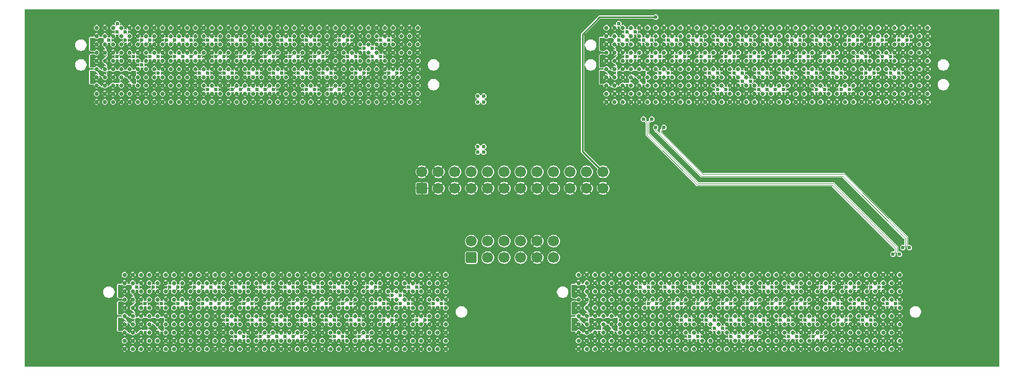
<source format=gbl>
G04 #@! TF.GenerationSoftware,KiCad,Pcbnew,7.0.10*
G04 #@! TF.CreationDate,2024-12-17T00:01:21-07:00*
G04 #@! TF.ProjectId,DRXDaughterboard,44525844-6175-4676-9874-6572626f6172,1.1*
G04 #@! TF.SameCoordinates,Original*
G04 #@! TF.FileFunction,Copper,L8,Bot*
G04 #@! TF.FilePolarity,Positive*
%FSLAX46Y46*%
G04 Gerber Fmt 4.6, Leading zero omitted, Abs format (unit mm)*
G04 Created by KiCad (PCBNEW 7.0.10) date 2024-12-17 00:01:21*
%MOMM*%
%LPD*%
G01*
G04 APERTURE LIST*
G04 Aperture macros list*
%AMRoundRect*
0 Rectangle with rounded corners*
0 $1 Rounding radius*
0 $2 $3 $4 $5 $6 $7 $8 $9 X,Y pos of 4 corners*
0 Add a 4 corners polygon primitive as box body*
4,1,4,$2,$3,$4,$5,$6,$7,$8,$9,$2,$3,0*
0 Add four circle primitives for the rounded corners*
1,1,$1+$1,$2,$3*
1,1,$1+$1,$4,$5*
1,1,$1+$1,$6,$7*
1,1,$1+$1,$8,$9*
0 Add four rect primitives between the rounded corners*
20,1,$1+$1,$2,$3,$4,$5,0*
20,1,$1+$1,$4,$5,$6,$7,0*
20,1,$1+$1,$6,$7,$8,$9,0*
20,1,$1+$1,$8,$9,$2,$3,0*%
G04 Aperture macros list end*
G04 #@! TA.AperFunction,ComponentPad*
%ADD10RoundRect,0.250000X0.600000X-0.600000X0.600000X0.600000X-0.600000X0.600000X-0.600000X-0.600000X0*%
G04 #@! TD*
G04 #@! TA.AperFunction,ComponentPad*
%ADD11C,1.700000*%
G04 #@! TD*
G04 #@! TA.AperFunction,SMDPad,CuDef*
%ADD12C,0.640000*%
G04 #@! TD*
G04 #@! TA.AperFunction,ViaPad*
%ADD13C,0.600000*%
G04 #@! TD*
G04 #@! TA.AperFunction,ViaPad*
%ADD14C,5.400000*%
G04 #@! TD*
G04 #@! TA.AperFunction,Conductor*
%ADD15C,0.250000*%
G04 #@! TD*
G04 #@! TA.AperFunction,Conductor*
%ADD16C,0.102000*%
G04 #@! TD*
G04 APERTURE END LIST*
D10*
X128294001Y-98117273D03*
D11*
X128294001Y-95577273D03*
X130834001Y-98117273D03*
X130834001Y-95577273D03*
X133374001Y-98117273D03*
X133374001Y-95577273D03*
X135914001Y-98117273D03*
X135914001Y-95577273D03*
X138454001Y-98117273D03*
X138454001Y-95577273D03*
X140994001Y-98117273D03*
X140994001Y-95577273D03*
X143534001Y-98117273D03*
X143534001Y-95577273D03*
X146074001Y-98117273D03*
X146074001Y-95577273D03*
X148614001Y-98117273D03*
X148614001Y-95577273D03*
X151154001Y-98117273D03*
X151154001Y-95577273D03*
X153694001Y-98117273D03*
X153694001Y-95577273D03*
X156234001Y-98117273D03*
X156234001Y-95577273D03*
D10*
X135914001Y-108794773D03*
D11*
X135914001Y-106254773D03*
X138454001Y-108794773D03*
X138454001Y-106254773D03*
X140994001Y-108794773D03*
X140994001Y-106254773D03*
X143534001Y-108794773D03*
X143534001Y-106254773D03*
X146074001Y-108794773D03*
X146074001Y-106254773D03*
X148614001Y-108794773D03*
X148614001Y-106254773D03*
D12*
X131976001Y-122891773D03*
X130706001Y-122891773D03*
X129436001Y-122891773D03*
X128166001Y-122891773D03*
X126896001Y-122891773D03*
X125626001Y-122891773D03*
X124356001Y-122891773D03*
X123086001Y-122891773D03*
X121816001Y-122891773D03*
X120546001Y-122891773D03*
X119276001Y-122891773D03*
X118006001Y-122891773D03*
X116736001Y-122891773D03*
X115466001Y-122891773D03*
X114196001Y-122891773D03*
X112926001Y-122891773D03*
X111656001Y-122891773D03*
X110386001Y-122891773D03*
X109116001Y-122891773D03*
X107846001Y-122891773D03*
X106576001Y-122891773D03*
X105306001Y-122891773D03*
X104036001Y-122891773D03*
X102766001Y-122891773D03*
X101496001Y-122891773D03*
X100226001Y-122891773D03*
X98956001Y-122891773D03*
X97686001Y-122891773D03*
X96416001Y-122891773D03*
X95146001Y-122891773D03*
X93876001Y-122891773D03*
X92606001Y-122891773D03*
X91336001Y-122891773D03*
X90066001Y-122891773D03*
X88796001Y-122891773D03*
X87526001Y-122891773D03*
X86256001Y-122891773D03*
X84986001Y-122891773D03*
X83716001Y-122891773D03*
X82446001Y-122891773D03*
X131976001Y-121621773D03*
X130706001Y-121621773D03*
X129436001Y-121621773D03*
X128166001Y-121621773D03*
X126896001Y-121621773D03*
X125626001Y-121621773D03*
X124356001Y-121621773D03*
X123086001Y-121621773D03*
X121816001Y-121621773D03*
X120546001Y-121621773D03*
X119276001Y-121621773D03*
X118006001Y-121621773D03*
X116736001Y-121621773D03*
X115466001Y-121621773D03*
X114196001Y-121621773D03*
X112926001Y-121621773D03*
X111656001Y-121621773D03*
X110386001Y-121621773D03*
X109116001Y-121621773D03*
X107846001Y-121621773D03*
X106576001Y-121621773D03*
X105306001Y-121621773D03*
X104036001Y-121621773D03*
X102766001Y-121621773D03*
X101496001Y-121621773D03*
X100226001Y-121621773D03*
X98956001Y-121621773D03*
X97686001Y-121621773D03*
X96416001Y-121621773D03*
X95146001Y-121621773D03*
X93876001Y-121621773D03*
X92606001Y-121621773D03*
X91336001Y-121621773D03*
X90066001Y-121621773D03*
X88796001Y-121621773D03*
X87526001Y-121621773D03*
X86256001Y-121621773D03*
X84986001Y-121621773D03*
X83716001Y-121621773D03*
X82446001Y-121621773D03*
X131976001Y-120351773D03*
X130706001Y-120351773D03*
X129436001Y-120351773D03*
X128166001Y-120351773D03*
X126896001Y-120351773D03*
X125626001Y-120351773D03*
X124356001Y-120351773D03*
X123086001Y-120351773D03*
X121816001Y-120351773D03*
X120546001Y-120351773D03*
X119276001Y-120351773D03*
X118006001Y-120351773D03*
X116736001Y-120351773D03*
X115466001Y-120351773D03*
X114196001Y-120351773D03*
X112926001Y-120351773D03*
X111656001Y-120351773D03*
X110386001Y-120351773D03*
X109116001Y-120351773D03*
X107846001Y-120351773D03*
X106576001Y-120351773D03*
X105306001Y-120351773D03*
X104036001Y-120351773D03*
X102766001Y-120351773D03*
X101496001Y-120351773D03*
X100226001Y-120351773D03*
X98956001Y-120351773D03*
X97686001Y-120351773D03*
X96416001Y-120351773D03*
X95146001Y-120351773D03*
X93876001Y-120351773D03*
X92606001Y-120351773D03*
X91336001Y-120351773D03*
X90066001Y-120351773D03*
X88796001Y-120351773D03*
X87526001Y-120351773D03*
X86256001Y-120351773D03*
X84986001Y-120351773D03*
X83716001Y-120351773D03*
X82446001Y-120351773D03*
X131976001Y-119081773D03*
X130706001Y-119081773D03*
X129436001Y-119081773D03*
X128166001Y-119081773D03*
X126896001Y-119081773D03*
X125626001Y-119081773D03*
X124356001Y-119081773D03*
X123086001Y-119081773D03*
X121816001Y-119081773D03*
X120546001Y-119081773D03*
X119276001Y-119081773D03*
X118006001Y-119081773D03*
X116736001Y-119081773D03*
X115466001Y-119081773D03*
X114196001Y-119081773D03*
X112926001Y-119081773D03*
X111656001Y-119081773D03*
X110386001Y-119081773D03*
X109116001Y-119081773D03*
X107846001Y-119081773D03*
X106576001Y-119081773D03*
X105306001Y-119081773D03*
X104036001Y-119081773D03*
X102766001Y-119081773D03*
X101496001Y-119081773D03*
X100226001Y-119081773D03*
X98956001Y-119081773D03*
X97686001Y-119081773D03*
X96416001Y-119081773D03*
X95146001Y-119081773D03*
X93876001Y-119081773D03*
X92606001Y-119081773D03*
X91336001Y-119081773D03*
X90066001Y-119081773D03*
X88796001Y-119081773D03*
X87526001Y-119081773D03*
X86256001Y-119081773D03*
X84986001Y-119081773D03*
X83716001Y-119081773D03*
X82446001Y-119081773D03*
X131976001Y-117811773D03*
X130706001Y-117811773D03*
X129436001Y-117811773D03*
X128166001Y-117811773D03*
X126896001Y-117811773D03*
X125626001Y-117811773D03*
X124356001Y-117811773D03*
X123086001Y-117811773D03*
X121816001Y-117811773D03*
X120546001Y-117811773D03*
X119276001Y-117811773D03*
X118006001Y-117811773D03*
X116736001Y-117811773D03*
X115466001Y-117811773D03*
X114196001Y-117811773D03*
X112926001Y-117811773D03*
X111656001Y-117811773D03*
X110386001Y-117811773D03*
X109116001Y-117811773D03*
X107846001Y-117811773D03*
X106576001Y-117811773D03*
X105306001Y-117811773D03*
X104036001Y-117811773D03*
X102766001Y-117811773D03*
X101496001Y-117811773D03*
X100226001Y-117811773D03*
X98956001Y-117811773D03*
X97686001Y-117811773D03*
X96416001Y-117811773D03*
X95146001Y-117811773D03*
X93876001Y-117811773D03*
X92606001Y-117811773D03*
X91336001Y-117811773D03*
X90066001Y-117811773D03*
X88796001Y-117811773D03*
X87526001Y-117811773D03*
X86256001Y-117811773D03*
X84986001Y-117811773D03*
X83716001Y-117811773D03*
X82446001Y-117811773D03*
X131976001Y-116541773D03*
X130706001Y-116541773D03*
X129436001Y-116541773D03*
X128166001Y-116541773D03*
X126896001Y-116541773D03*
X125626001Y-116541773D03*
X124356001Y-116541773D03*
X123086001Y-116541773D03*
X121816001Y-116541773D03*
X120546001Y-116541773D03*
X119276001Y-116541773D03*
X118006001Y-116541773D03*
X116736001Y-116541773D03*
X115466001Y-116541773D03*
X114196001Y-116541773D03*
X112926001Y-116541773D03*
X111656001Y-116541773D03*
X110386001Y-116541773D03*
X109116001Y-116541773D03*
X107846001Y-116541773D03*
X106576001Y-116541773D03*
X105306001Y-116541773D03*
X104036001Y-116541773D03*
X102766001Y-116541773D03*
X101496001Y-116541773D03*
X100226001Y-116541773D03*
X98956001Y-116541773D03*
X97686001Y-116541773D03*
X96416001Y-116541773D03*
X95146001Y-116541773D03*
X93876001Y-116541773D03*
X92606001Y-116541773D03*
X91336001Y-116541773D03*
X90066001Y-116541773D03*
X88796001Y-116541773D03*
X87526001Y-116541773D03*
X86256001Y-116541773D03*
X84986001Y-116541773D03*
X83716001Y-116541773D03*
X82446001Y-116541773D03*
X131976001Y-115271773D03*
X130706001Y-115271773D03*
X129436001Y-115271773D03*
X128166001Y-115271773D03*
X126896001Y-115271773D03*
X125626001Y-115271773D03*
X124356001Y-115271773D03*
X123086001Y-115271773D03*
X121816001Y-115271773D03*
X120546001Y-115271773D03*
X119276001Y-115271773D03*
X118006001Y-115271773D03*
X116736001Y-115271773D03*
X115466001Y-115271773D03*
X114196001Y-115271773D03*
X112926001Y-115271773D03*
X111656001Y-115271773D03*
X110386001Y-115271773D03*
X109116001Y-115271773D03*
X107846001Y-115271773D03*
X106576001Y-115271773D03*
X105306001Y-115271773D03*
X104036001Y-115271773D03*
X102766001Y-115271773D03*
X101496001Y-115271773D03*
X100226001Y-115271773D03*
X98956001Y-115271773D03*
X97686001Y-115271773D03*
X96416001Y-115271773D03*
X95146001Y-115271773D03*
X93876001Y-115271773D03*
X92606001Y-115271773D03*
X91336001Y-115271773D03*
X90066001Y-115271773D03*
X88796001Y-115271773D03*
X87526001Y-115271773D03*
X86256001Y-115271773D03*
X84986001Y-115271773D03*
X83716001Y-115271773D03*
X82446001Y-115271773D03*
X131976001Y-114001773D03*
X130706001Y-114001773D03*
X129436001Y-114001773D03*
X128166001Y-114001773D03*
X126896001Y-114001773D03*
X125626001Y-114001773D03*
X124356001Y-114001773D03*
X123086001Y-114001773D03*
X121816001Y-114001773D03*
X120546001Y-114001773D03*
X119276001Y-114001773D03*
X118006001Y-114001773D03*
X116736001Y-114001773D03*
X115466001Y-114001773D03*
X114196001Y-114001773D03*
X112926001Y-114001773D03*
X111656001Y-114001773D03*
X110386001Y-114001773D03*
X109116001Y-114001773D03*
X107846001Y-114001773D03*
X106576001Y-114001773D03*
X105306001Y-114001773D03*
X104036001Y-114001773D03*
X102766001Y-114001773D03*
X101496001Y-114001773D03*
X100226001Y-114001773D03*
X98956001Y-114001773D03*
X97686001Y-114001773D03*
X96416001Y-114001773D03*
X95146001Y-114001773D03*
X93876001Y-114001773D03*
X92606001Y-114001773D03*
X91336001Y-114001773D03*
X90066001Y-114001773D03*
X88796001Y-114001773D03*
X87526001Y-114001773D03*
X86256001Y-114001773D03*
X84986001Y-114001773D03*
X83716001Y-114001773D03*
X82446001Y-114001773D03*
X131976001Y-112731773D03*
X130706001Y-112731773D03*
X129436001Y-112731773D03*
X128166001Y-112731773D03*
X126896001Y-112731773D03*
X125626001Y-112731773D03*
X124356001Y-112731773D03*
X123086001Y-112731773D03*
X121816001Y-112731773D03*
X120546001Y-112731773D03*
X119276001Y-112731773D03*
X118006001Y-112731773D03*
X116736001Y-112731773D03*
X115466001Y-112731773D03*
X114196001Y-112731773D03*
X112926001Y-112731773D03*
X111656001Y-112731773D03*
X110386001Y-112731773D03*
X109116001Y-112731773D03*
X107846001Y-112731773D03*
X106576001Y-112731773D03*
X105306001Y-112731773D03*
X104036001Y-112731773D03*
X102766001Y-112731773D03*
X101496001Y-112731773D03*
X100226001Y-112731773D03*
X98956001Y-112731773D03*
X97686001Y-112731773D03*
X96416001Y-112731773D03*
X95146001Y-112731773D03*
X93876001Y-112731773D03*
X92606001Y-112731773D03*
X91336001Y-112731773D03*
X90066001Y-112731773D03*
X88796001Y-112731773D03*
X87526001Y-112731773D03*
X86256001Y-112731773D03*
X84986001Y-112731773D03*
X83716001Y-112731773D03*
X82446001Y-112731773D03*
X131976001Y-111461773D03*
X130706001Y-111461773D03*
X129436001Y-111461773D03*
X128166001Y-111461773D03*
X126896001Y-111461773D03*
X125626001Y-111461773D03*
X124356001Y-111461773D03*
X123086001Y-111461773D03*
X121816001Y-111461773D03*
X120546001Y-111461773D03*
X119276001Y-111461773D03*
X118006001Y-111461773D03*
X116736001Y-111461773D03*
X115466001Y-111461773D03*
X114196001Y-111461773D03*
X112926001Y-111461773D03*
X111656001Y-111461773D03*
X110386001Y-111461773D03*
X109116001Y-111461773D03*
X107846001Y-111461773D03*
X106576001Y-111461773D03*
X105306001Y-111461773D03*
X104036001Y-111461773D03*
X102766001Y-111461773D03*
X101496001Y-111461773D03*
X100226001Y-111461773D03*
X98956001Y-111461773D03*
X97686001Y-111461773D03*
X96416001Y-111461773D03*
X95146001Y-111461773D03*
X93876001Y-111461773D03*
X92606001Y-111461773D03*
X91336001Y-111461773D03*
X90066001Y-111461773D03*
X88796001Y-111461773D03*
X87526001Y-111461773D03*
X86256001Y-111461773D03*
X84986001Y-111461773D03*
X83716001Y-111461773D03*
X82446001Y-111461773D03*
X201978001Y-122891773D03*
X200708001Y-122891773D03*
X199438001Y-122891773D03*
X198168001Y-122891773D03*
X196898001Y-122891773D03*
X195628001Y-122891773D03*
X194358001Y-122891773D03*
X193088001Y-122891773D03*
X191818001Y-122891773D03*
X190548001Y-122891773D03*
X189278001Y-122891773D03*
X188008001Y-122891773D03*
X186738001Y-122891773D03*
X185468001Y-122891773D03*
X184198001Y-122891773D03*
X182928001Y-122891773D03*
X181658001Y-122891773D03*
X180388001Y-122891773D03*
X179118001Y-122891773D03*
X177848001Y-122891773D03*
X176578001Y-122891773D03*
X175308001Y-122891773D03*
X174038001Y-122891773D03*
X172768001Y-122891773D03*
X171498001Y-122891773D03*
X170228001Y-122891773D03*
X168958001Y-122891773D03*
X167688001Y-122891773D03*
X166418001Y-122891773D03*
X165148001Y-122891773D03*
X163878001Y-122891773D03*
X162608001Y-122891773D03*
X161338001Y-122891773D03*
X160068001Y-122891773D03*
X158798001Y-122891773D03*
X157528001Y-122891773D03*
X156258001Y-122891773D03*
X154988001Y-122891773D03*
X153718001Y-122891773D03*
X152448001Y-122891773D03*
X201978001Y-121621773D03*
X200708001Y-121621773D03*
X199438001Y-121621773D03*
X198168001Y-121621773D03*
X196898001Y-121621773D03*
X195628001Y-121621773D03*
X194358001Y-121621773D03*
X193088001Y-121621773D03*
X191818001Y-121621773D03*
X190548001Y-121621773D03*
X189278001Y-121621773D03*
X188008001Y-121621773D03*
X186738001Y-121621773D03*
X185468001Y-121621773D03*
X184198001Y-121621773D03*
X182928001Y-121621773D03*
X181658001Y-121621773D03*
X180388001Y-121621773D03*
X179118001Y-121621773D03*
X177848001Y-121621773D03*
X176578001Y-121621773D03*
X175308001Y-121621773D03*
X174038001Y-121621773D03*
X172768001Y-121621773D03*
X171498001Y-121621773D03*
X170228001Y-121621773D03*
X168958001Y-121621773D03*
X167688001Y-121621773D03*
X166418001Y-121621773D03*
X165148001Y-121621773D03*
X163878001Y-121621773D03*
X162608001Y-121621773D03*
X161338001Y-121621773D03*
X160068001Y-121621773D03*
X158798001Y-121621773D03*
X157528001Y-121621773D03*
X156258001Y-121621773D03*
X154988001Y-121621773D03*
X153718001Y-121621773D03*
X152448001Y-121621773D03*
X201978001Y-120351773D03*
X200708001Y-120351773D03*
X199438001Y-120351773D03*
X198168001Y-120351773D03*
X196898001Y-120351773D03*
X195628001Y-120351773D03*
X194358001Y-120351773D03*
X193088001Y-120351773D03*
X191818001Y-120351773D03*
X190548001Y-120351773D03*
X189278001Y-120351773D03*
X188008001Y-120351773D03*
X186738001Y-120351773D03*
X185468001Y-120351773D03*
X184198001Y-120351773D03*
X182928001Y-120351773D03*
X181658001Y-120351773D03*
X180388001Y-120351773D03*
X179118001Y-120351773D03*
X177848001Y-120351773D03*
X176578001Y-120351773D03*
X175308001Y-120351773D03*
X174038001Y-120351773D03*
X172768001Y-120351773D03*
X171498001Y-120351773D03*
X170228001Y-120351773D03*
X168958001Y-120351773D03*
X167688001Y-120351773D03*
X166418001Y-120351773D03*
X165148001Y-120351773D03*
X163878001Y-120351773D03*
X162608001Y-120351773D03*
X161338001Y-120351773D03*
X160068001Y-120351773D03*
X158798001Y-120351773D03*
X157528001Y-120351773D03*
X156258001Y-120351773D03*
X154988001Y-120351773D03*
X153718001Y-120351773D03*
X152448001Y-120351773D03*
X201978001Y-119081773D03*
X200708001Y-119081773D03*
X199438001Y-119081773D03*
X198168001Y-119081773D03*
X196898001Y-119081773D03*
X195628001Y-119081773D03*
X194358001Y-119081773D03*
X193088001Y-119081773D03*
X191818001Y-119081773D03*
X190548001Y-119081773D03*
X189278001Y-119081773D03*
X188008001Y-119081773D03*
X186738001Y-119081773D03*
X185468001Y-119081773D03*
X184198001Y-119081773D03*
X182928001Y-119081773D03*
X181658001Y-119081773D03*
X180388001Y-119081773D03*
X179118001Y-119081773D03*
X177848001Y-119081773D03*
X176578001Y-119081773D03*
X175308001Y-119081773D03*
X174038001Y-119081773D03*
X172768001Y-119081773D03*
X171498001Y-119081773D03*
X170228001Y-119081773D03*
X168958001Y-119081773D03*
X167688001Y-119081773D03*
X166418001Y-119081773D03*
X165148001Y-119081773D03*
X163878001Y-119081773D03*
X162608001Y-119081773D03*
X161338001Y-119081773D03*
X160068001Y-119081773D03*
X158798001Y-119081773D03*
X157528001Y-119081773D03*
X156258001Y-119081773D03*
X154988001Y-119081773D03*
X153718001Y-119081773D03*
X152448001Y-119081773D03*
X201978001Y-117811773D03*
X200708001Y-117811773D03*
X199438001Y-117811773D03*
X198168001Y-117811773D03*
X196898001Y-117811773D03*
X195628001Y-117811773D03*
X194358001Y-117811773D03*
X193088001Y-117811773D03*
X191818001Y-117811773D03*
X190548001Y-117811773D03*
X189278001Y-117811773D03*
X188008001Y-117811773D03*
X186738001Y-117811773D03*
X185468001Y-117811773D03*
X184198001Y-117811773D03*
X182928001Y-117811773D03*
X181658001Y-117811773D03*
X180388001Y-117811773D03*
X179118001Y-117811773D03*
X177848001Y-117811773D03*
X176578001Y-117811773D03*
X175308001Y-117811773D03*
X174038001Y-117811773D03*
X172768001Y-117811773D03*
X171498001Y-117811773D03*
X170228001Y-117811773D03*
X168958001Y-117811773D03*
X167688001Y-117811773D03*
X166418001Y-117811773D03*
X165148001Y-117811773D03*
X163878001Y-117811773D03*
X162608001Y-117811773D03*
X161338001Y-117811773D03*
X160068001Y-117811773D03*
X158798001Y-117811773D03*
X157528001Y-117811773D03*
X156258001Y-117811773D03*
X154988001Y-117811773D03*
X153718001Y-117811773D03*
X152448001Y-117811773D03*
X201978001Y-116541773D03*
X200708001Y-116541773D03*
X199438001Y-116541773D03*
X198168001Y-116541773D03*
X196898001Y-116541773D03*
X195628001Y-116541773D03*
X194358001Y-116541773D03*
X193088001Y-116541773D03*
X191818001Y-116541773D03*
X190548001Y-116541773D03*
X189278001Y-116541773D03*
X188008001Y-116541773D03*
X186738001Y-116541773D03*
X185468001Y-116541773D03*
X184198001Y-116541773D03*
X182928001Y-116541773D03*
X181658001Y-116541773D03*
X180388001Y-116541773D03*
X179118001Y-116541773D03*
X177848001Y-116541773D03*
X176578001Y-116541773D03*
X175308001Y-116541773D03*
X174038001Y-116541773D03*
X172768001Y-116541773D03*
X171498001Y-116541773D03*
X170228001Y-116541773D03*
X168958001Y-116541773D03*
X167688001Y-116541773D03*
X166418001Y-116541773D03*
X165148001Y-116541773D03*
X163878001Y-116541773D03*
X162608001Y-116541773D03*
X161338001Y-116541773D03*
X160068001Y-116541773D03*
X158798001Y-116541773D03*
X157528001Y-116541773D03*
X156258001Y-116541773D03*
X154988001Y-116541773D03*
X153718001Y-116541773D03*
X152448001Y-116541773D03*
X201978001Y-115271773D03*
X200708001Y-115271773D03*
X199438001Y-115271773D03*
X198168001Y-115271773D03*
X196898001Y-115271773D03*
X195628001Y-115271773D03*
X194358001Y-115271773D03*
X193088001Y-115271773D03*
X191818001Y-115271773D03*
X190548001Y-115271773D03*
X189278001Y-115271773D03*
X188008001Y-115271773D03*
X186738001Y-115271773D03*
X185468001Y-115271773D03*
X184198001Y-115271773D03*
X182928001Y-115271773D03*
X181658001Y-115271773D03*
X180388001Y-115271773D03*
X179118001Y-115271773D03*
X177848001Y-115271773D03*
X176578001Y-115271773D03*
X175308001Y-115271773D03*
X174038001Y-115271773D03*
X172768001Y-115271773D03*
X171498001Y-115271773D03*
X170228001Y-115271773D03*
X168958001Y-115271773D03*
X167688001Y-115271773D03*
X166418001Y-115271773D03*
X165148001Y-115271773D03*
X163878001Y-115271773D03*
X162608001Y-115271773D03*
X161338001Y-115271773D03*
X160068001Y-115271773D03*
X158798001Y-115271773D03*
X157528001Y-115271773D03*
X156258001Y-115271773D03*
X154988001Y-115271773D03*
X153718001Y-115271773D03*
X152448001Y-115271773D03*
X201978001Y-114001773D03*
X200708001Y-114001773D03*
X199438001Y-114001773D03*
X198168001Y-114001773D03*
X196898001Y-114001773D03*
X195628001Y-114001773D03*
X194358001Y-114001773D03*
X193088001Y-114001773D03*
X191818001Y-114001773D03*
X190548001Y-114001773D03*
X189278001Y-114001773D03*
X188008001Y-114001773D03*
X186738001Y-114001773D03*
X185468001Y-114001773D03*
X184198001Y-114001773D03*
X182928001Y-114001773D03*
X181658001Y-114001773D03*
X180388001Y-114001773D03*
X179118001Y-114001773D03*
X177848001Y-114001773D03*
X176578001Y-114001773D03*
X175308001Y-114001773D03*
X174038001Y-114001773D03*
X172768001Y-114001773D03*
X171498001Y-114001773D03*
X170228001Y-114001773D03*
X168958001Y-114001773D03*
X167688001Y-114001773D03*
X166418001Y-114001773D03*
X165148001Y-114001773D03*
X163878001Y-114001773D03*
X162608001Y-114001773D03*
X161338001Y-114001773D03*
X160068001Y-114001773D03*
X158798001Y-114001773D03*
X157528001Y-114001773D03*
X156258001Y-114001773D03*
X154988001Y-114001773D03*
X153718001Y-114001773D03*
X152448001Y-114001773D03*
X201978001Y-112731773D03*
X200708001Y-112731773D03*
X199438001Y-112731773D03*
X198168001Y-112731773D03*
X196898001Y-112731773D03*
X195628001Y-112731773D03*
X194358001Y-112731773D03*
X193088001Y-112731773D03*
X191818001Y-112731773D03*
X190548001Y-112731773D03*
X189278001Y-112731773D03*
X188008001Y-112731773D03*
X186738001Y-112731773D03*
X185468001Y-112731773D03*
X184198001Y-112731773D03*
X182928001Y-112731773D03*
X181658001Y-112731773D03*
X180388001Y-112731773D03*
X179118001Y-112731773D03*
X177848001Y-112731773D03*
X176578001Y-112731773D03*
X175308001Y-112731773D03*
X174038001Y-112731773D03*
X172768001Y-112731773D03*
X171498001Y-112731773D03*
X170228001Y-112731773D03*
X168958001Y-112731773D03*
X167688001Y-112731773D03*
X166418001Y-112731773D03*
X165148001Y-112731773D03*
X163878001Y-112731773D03*
X162608001Y-112731773D03*
X161338001Y-112731773D03*
X160068001Y-112731773D03*
X158798001Y-112731773D03*
X157528001Y-112731773D03*
X156258001Y-112731773D03*
X154988001Y-112731773D03*
X153718001Y-112731773D03*
X152448001Y-112731773D03*
X201978001Y-111461773D03*
X200708001Y-111461773D03*
X199438001Y-111461773D03*
X198168001Y-111461773D03*
X196898001Y-111461773D03*
X195628001Y-111461773D03*
X194358001Y-111461773D03*
X193088001Y-111461773D03*
X191818001Y-111461773D03*
X190548001Y-111461773D03*
X189278001Y-111461773D03*
X188008001Y-111461773D03*
X186738001Y-111461773D03*
X185468001Y-111461773D03*
X184198001Y-111461773D03*
X182928001Y-111461773D03*
X181658001Y-111461773D03*
X180388001Y-111461773D03*
X179118001Y-111461773D03*
X177848001Y-111461773D03*
X176578001Y-111461773D03*
X175308001Y-111461773D03*
X174038001Y-111461773D03*
X172768001Y-111461773D03*
X171498001Y-111461773D03*
X170228001Y-111461773D03*
X168958001Y-111461773D03*
X167688001Y-111461773D03*
X166418001Y-111461773D03*
X165148001Y-111461773D03*
X163878001Y-111461773D03*
X162608001Y-111461773D03*
X161338001Y-111461773D03*
X160068001Y-111461773D03*
X158798001Y-111461773D03*
X157528001Y-111461773D03*
X156258001Y-111461773D03*
X154988001Y-111461773D03*
X153718001Y-111461773D03*
X152448001Y-111461773D03*
X206285001Y-84791773D03*
X205015001Y-84791773D03*
X203745001Y-84791773D03*
X202475001Y-84791773D03*
X201205001Y-84791773D03*
X199935001Y-84791773D03*
X198665001Y-84791773D03*
X197395001Y-84791773D03*
X196125001Y-84791773D03*
X194855001Y-84791773D03*
X193585001Y-84791773D03*
X192315001Y-84791773D03*
X191045001Y-84791773D03*
X189775001Y-84791773D03*
X188505001Y-84791773D03*
X187235001Y-84791773D03*
X185965001Y-84791773D03*
X184695001Y-84791773D03*
X183425001Y-84791773D03*
X182155001Y-84791773D03*
X180885001Y-84791773D03*
X179615001Y-84791773D03*
X178345001Y-84791773D03*
X177075001Y-84791773D03*
X175805001Y-84791773D03*
X174535001Y-84791773D03*
X173265001Y-84791773D03*
X171995001Y-84791773D03*
X170725001Y-84791773D03*
X169455001Y-84791773D03*
X168185001Y-84791773D03*
X166915001Y-84791773D03*
X165645001Y-84791773D03*
X164375001Y-84791773D03*
X163105001Y-84791773D03*
X161835001Y-84791773D03*
X160565001Y-84791773D03*
X159295001Y-84791773D03*
X158025001Y-84791773D03*
X156755001Y-84791773D03*
X206285001Y-83521773D03*
X205015001Y-83521773D03*
X203745001Y-83521773D03*
X202475001Y-83521773D03*
X201205001Y-83521773D03*
X199935001Y-83521773D03*
X198665001Y-83521773D03*
X197395001Y-83521773D03*
X196125001Y-83521773D03*
X194855001Y-83521773D03*
X193585001Y-83521773D03*
X192315001Y-83521773D03*
X191045001Y-83521773D03*
X189775001Y-83521773D03*
X188505001Y-83521773D03*
X187235001Y-83521773D03*
X185965001Y-83521773D03*
X184695001Y-83521773D03*
X183425001Y-83521773D03*
X182155001Y-83521773D03*
X180885001Y-83521773D03*
X179615001Y-83521773D03*
X178345001Y-83521773D03*
X177075001Y-83521773D03*
X175805001Y-83521773D03*
X174535001Y-83521773D03*
X173265001Y-83521773D03*
X171995001Y-83521773D03*
X170725001Y-83521773D03*
X169455001Y-83521773D03*
X168185001Y-83521773D03*
X166915001Y-83521773D03*
X165645001Y-83521773D03*
X164375001Y-83521773D03*
X163105001Y-83521773D03*
X161835001Y-83521773D03*
X160565001Y-83521773D03*
X159295001Y-83521773D03*
X158025001Y-83521773D03*
X156755001Y-83521773D03*
X206285001Y-82251773D03*
X205015001Y-82251773D03*
X203745001Y-82251773D03*
X202475001Y-82251773D03*
X201205001Y-82251773D03*
X199935001Y-82251773D03*
X198665001Y-82251773D03*
X197395001Y-82251773D03*
X196125001Y-82251773D03*
X194855001Y-82251773D03*
X193585001Y-82251773D03*
X192315001Y-82251773D03*
X191045001Y-82251773D03*
X189775001Y-82251773D03*
X188505001Y-82251773D03*
X187235001Y-82251773D03*
X185965001Y-82251773D03*
X184695001Y-82251773D03*
X183425001Y-82251773D03*
X182155001Y-82251773D03*
X180885001Y-82251773D03*
X179615001Y-82251773D03*
X178345001Y-82251773D03*
X177075001Y-82251773D03*
X175805001Y-82251773D03*
X174535001Y-82251773D03*
X173265001Y-82251773D03*
X171995001Y-82251773D03*
X170725001Y-82251773D03*
X169455001Y-82251773D03*
X168185001Y-82251773D03*
X166915001Y-82251773D03*
X165645001Y-82251773D03*
X164375001Y-82251773D03*
X163105001Y-82251773D03*
X161835001Y-82251773D03*
X160565001Y-82251773D03*
X159295001Y-82251773D03*
X158025001Y-82251773D03*
X156755001Y-82251773D03*
X206285001Y-80981773D03*
X205015001Y-80981773D03*
X203745001Y-80981773D03*
X202475001Y-80981773D03*
X201205001Y-80981773D03*
X199935001Y-80981773D03*
X198665001Y-80981773D03*
X197395001Y-80981773D03*
X196125001Y-80981773D03*
X194855001Y-80981773D03*
X193585001Y-80981773D03*
X192315001Y-80981773D03*
X191045001Y-80981773D03*
X189775001Y-80981773D03*
X188505001Y-80981773D03*
X187235001Y-80981773D03*
X185965001Y-80981773D03*
X184695001Y-80981773D03*
X183425001Y-80981773D03*
X182155001Y-80981773D03*
X180885001Y-80981773D03*
X179615001Y-80981773D03*
X178345001Y-80981773D03*
X177075001Y-80981773D03*
X175805001Y-80981773D03*
X174535001Y-80981773D03*
X173265001Y-80981773D03*
X171995001Y-80981773D03*
X170725001Y-80981773D03*
X169455001Y-80981773D03*
X168185001Y-80981773D03*
X166915001Y-80981773D03*
X165645001Y-80981773D03*
X164375001Y-80981773D03*
X163105001Y-80981773D03*
X161835001Y-80981773D03*
X160565001Y-80981773D03*
X159295001Y-80981773D03*
X158025001Y-80981773D03*
X156755001Y-80981773D03*
X206285001Y-79711773D03*
X205015001Y-79711773D03*
X203745001Y-79711773D03*
X202475001Y-79711773D03*
X201205001Y-79711773D03*
X199935001Y-79711773D03*
X198665001Y-79711773D03*
X197395001Y-79711773D03*
X196125001Y-79711773D03*
X194855001Y-79711773D03*
X193585001Y-79711773D03*
X192315001Y-79711773D03*
X191045001Y-79711773D03*
X189775001Y-79711773D03*
X188505001Y-79711773D03*
X187235001Y-79711773D03*
X185965001Y-79711773D03*
X184695001Y-79711773D03*
X183425001Y-79711773D03*
X182155001Y-79711773D03*
X180885001Y-79711773D03*
X179615001Y-79711773D03*
X178345001Y-79711773D03*
X177075001Y-79711773D03*
X175805001Y-79711773D03*
X174535001Y-79711773D03*
X173265001Y-79711773D03*
X171995001Y-79711773D03*
X170725001Y-79711773D03*
X169455001Y-79711773D03*
X168185001Y-79711773D03*
X166915001Y-79711773D03*
X165645001Y-79711773D03*
X164375001Y-79711773D03*
X163105001Y-79711773D03*
X161835001Y-79711773D03*
X160565001Y-79711773D03*
X159295001Y-79711773D03*
X158025001Y-79711773D03*
X156755001Y-79711773D03*
X206285001Y-78441773D03*
X205015001Y-78441773D03*
X203745001Y-78441773D03*
X202475001Y-78441773D03*
X201205001Y-78441773D03*
X199935001Y-78441773D03*
X198665001Y-78441773D03*
X197395001Y-78441773D03*
X196125001Y-78441773D03*
X194855001Y-78441773D03*
X193585001Y-78441773D03*
X192315001Y-78441773D03*
X191045001Y-78441773D03*
X189775001Y-78441773D03*
X188505001Y-78441773D03*
X187235001Y-78441773D03*
X185965001Y-78441773D03*
X184695001Y-78441773D03*
X183425001Y-78441773D03*
X182155001Y-78441773D03*
X180885001Y-78441773D03*
X179615001Y-78441773D03*
X178345001Y-78441773D03*
X177075001Y-78441773D03*
X175805001Y-78441773D03*
X174535001Y-78441773D03*
X173265001Y-78441773D03*
X171995001Y-78441773D03*
X170725001Y-78441773D03*
X169455001Y-78441773D03*
X168185001Y-78441773D03*
X166915001Y-78441773D03*
X165645001Y-78441773D03*
X164375001Y-78441773D03*
X163105001Y-78441773D03*
X161835001Y-78441773D03*
X160565001Y-78441773D03*
X159295001Y-78441773D03*
X158025001Y-78441773D03*
X156755001Y-78441773D03*
X206285001Y-77171773D03*
X205015001Y-77171773D03*
X203745001Y-77171773D03*
X202475001Y-77171773D03*
X201205001Y-77171773D03*
X199935001Y-77171773D03*
X198665001Y-77171773D03*
X197395001Y-77171773D03*
X196125001Y-77171773D03*
X194855001Y-77171773D03*
X193585001Y-77171773D03*
X192315001Y-77171773D03*
X191045001Y-77171773D03*
X189775001Y-77171773D03*
X188505001Y-77171773D03*
X187235001Y-77171773D03*
X185965001Y-77171773D03*
X184695001Y-77171773D03*
X183425001Y-77171773D03*
X182155001Y-77171773D03*
X180885001Y-77171773D03*
X179615001Y-77171773D03*
X178345001Y-77171773D03*
X177075001Y-77171773D03*
X175805001Y-77171773D03*
X174535001Y-77171773D03*
X173265001Y-77171773D03*
X171995001Y-77171773D03*
X170725001Y-77171773D03*
X169455001Y-77171773D03*
X168185001Y-77171773D03*
X166915001Y-77171773D03*
X165645001Y-77171773D03*
X164375001Y-77171773D03*
X163105001Y-77171773D03*
X161835001Y-77171773D03*
X160565001Y-77171773D03*
X159295001Y-77171773D03*
X158025001Y-77171773D03*
X156755001Y-77171773D03*
X206285001Y-75901773D03*
X205015001Y-75901773D03*
X203745001Y-75901773D03*
X202475001Y-75901773D03*
X201205001Y-75901773D03*
X199935001Y-75901773D03*
X198665001Y-75901773D03*
X197395001Y-75901773D03*
X196125001Y-75901773D03*
X194855001Y-75901773D03*
X193585001Y-75901773D03*
X192315001Y-75901773D03*
X191045001Y-75901773D03*
X189775001Y-75901773D03*
X188505001Y-75901773D03*
X187235001Y-75901773D03*
X185965001Y-75901773D03*
X184695001Y-75901773D03*
X183425001Y-75901773D03*
X182155001Y-75901773D03*
X180885001Y-75901773D03*
X179615001Y-75901773D03*
X178345001Y-75901773D03*
X177075001Y-75901773D03*
X175805001Y-75901773D03*
X174535001Y-75901773D03*
X173265001Y-75901773D03*
X171995001Y-75901773D03*
X170725001Y-75901773D03*
X169455001Y-75901773D03*
X168185001Y-75901773D03*
X166915001Y-75901773D03*
X165645001Y-75901773D03*
X164375001Y-75901773D03*
X163105001Y-75901773D03*
X161835001Y-75901773D03*
X160565001Y-75901773D03*
X159295001Y-75901773D03*
X158025001Y-75901773D03*
X156755001Y-75901773D03*
X206285001Y-74631773D03*
X205015001Y-74631773D03*
X203745001Y-74631773D03*
X202475001Y-74631773D03*
X201205001Y-74631773D03*
X199935001Y-74631773D03*
X198665001Y-74631773D03*
X197395001Y-74631773D03*
X196125001Y-74631773D03*
X194855001Y-74631773D03*
X193585001Y-74631773D03*
X192315001Y-74631773D03*
X191045001Y-74631773D03*
X189775001Y-74631773D03*
X188505001Y-74631773D03*
X187235001Y-74631773D03*
X185965001Y-74631773D03*
X184695001Y-74631773D03*
X183425001Y-74631773D03*
X182155001Y-74631773D03*
X180885001Y-74631773D03*
X179615001Y-74631773D03*
X178345001Y-74631773D03*
X177075001Y-74631773D03*
X175805001Y-74631773D03*
X174535001Y-74631773D03*
X173265001Y-74631773D03*
X171995001Y-74631773D03*
X170725001Y-74631773D03*
X169455001Y-74631773D03*
X168185001Y-74631773D03*
X166915001Y-74631773D03*
X165645001Y-74631773D03*
X164375001Y-74631773D03*
X163105001Y-74631773D03*
X161835001Y-74631773D03*
X160565001Y-74631773D03*
X159295001Y-74631773D03*
X158025001Y-74631773D03*
X156755001Y-74631773D03*
X206285001Y-73361773D03*
X205015001Y-73361773D03*
X203745001Y-73361773D03*
X202475001Y-73361773D03*
X201205001Y-73361773D03*
X199935001Y-73361773D03*
X198665001Y-73361773D03*
X197395001Y-73361773D03*
X196125001Y-73361773D03*
X194855001Y-73361773D03*
X193585001Y-73361773D03*
X192315001Y-73361773D03*
X191045001Y-73361773D03*
X189775001Y-73361773D03*
X188505001Y-73361773D03*
X187235001Y-73361773D03*
X185965001Y-73361773D03*
X184695001Y-73361773D03*
X183425001Y-73361773D03*
X182155001Y-73361773D03*
X180885001Y-73361773D03*
X179615001Y-73361773D03*
X178345001Y-73361773D03*
X177075001Y-73361773D03*
X175805001Y-73361773D03*
X174535001Y-73361773D03*
X173265001Y-73361773D03*
X171995001Y-73361773D03*
X170725001Y-73361773D03*
X169455001Y-73361773D03*
X168185001Y-73361773D03*
X166915001Y-73361773D03*
X165645001Y-73361773D03*
X164375001Y-73361773D03*
X163105001Y-73361773D03*
X161835001Y-73361773D03*
X160565001Y-73361773D03*
X159295001Y-73361773D03*
X158025001Y-73361773D03*
X156755001Y-73361773D03*
X127669001Y-84791773D03*
X126399001Y-84791773D03*
X125129001Y-84791773D03*
X123859001Y-84791773D03*
X122589001Y-84791773D03*
X121319001Y-84791773D03*
X120049001Y-84791773D03*
X118779001Y-84791773D03*
X117509001Y-84791773D03*
X116239001Y-84791773D03*
X114969001Y-84791773D03*
X113699001Y-84791773D03*
X112429001Y-84791773D03*
X111159001Y-84791773D03*
X109889001Y-84791773D03*
X108619001Y-84791773D03*
X107349001Y-84791773D03*
X106079001Y-84791773D03*
X104809001Y-84791773D03*
X103539001Y-84791773D03*
X102269001Y-84791773D03*
X100999001Y-84791773D03*
X99729001Y-84791773D03*
X98459001Y-84791773D03*
X97189001Y-84791773D03*
X95919001Y-84791773D03*
X94649001Y-84791773D03*
X93379001Y-84791773D03*
X92109001Y-84791773D03*
X90839001Y-84791773D03*
X89569001Y-84791773D03*
X88299001Y-84791773D03*
X87029001Y-84791773D03*
X85759001Y-84791773D03*
X84489001Y-84791773D03*
X83219001Y-84791773D03*
X81949001Y-84791773D03*
X80679001Y-84791773D03*
X79409001Y-84791773D03*
X78139001Y-84791773D03*
X127669001Y-83521773D03*
X126399001Y-83521773D03*
X125129001Y-83521773D03*
X123859001Y-83521773D03*
X122589001Y-83521773D03*
X121319001Y-83521773D03*
X120049001Y-83521773D03*
X118779001Y-83521773D03*
X117509001Y-83521773D03*
X116239001Y-83521773D03*
X114969001Y-83521773D03*
X113699001Y-83521773D03*
X112429001Y-83521773D03*
X111159001Y-83521773D03*
X109889001Y-83521773D03*
X108619001Y-83521773D03*
X107349001Y-83521773D03*
X106079001Y-83521773D03*
X104809001Y-83521773D03*
X103539001Y-83521773D03*
X102269001Y-83521773D03*
X100999001Y-83521773D03*
X99729001Y-83521773D03*
X98459001Y-83521773D03*
X97189001Y-83521773D03*
X95919001Y-83521773D03*
X94649001Y-83521773D03*
X93379001Y-83521773D03*
X92109001Y-83521773D03*
X90839001Y-83521773D03*
X89569001Y-83521773D03*
X88299001Y-83521773D03*
X87029001Y-83521773D03*
X85759001Y-83521773D03*
X84489001Y-83521773D03*
X83219001Y-83521773D03*
X81949001Y-83521773D03*
X80679001Y-83521773D03*
X79409001Y-83521773D03*
X78139001Y-83521773D03*
X127669001Y-82251773D03*
X126399001Y-82251773D03*
X125129001Y-82251773D03*
X123859001Y-82251773D03*
X122589001Y-82251773D03*
X121319001Y-82251773D03*
X120049001Y-82251773D03*
X118779001Y-82251773D03*
X117509001Y-82251773D03*
X116239001Y-82251773D03*
X114969001Y-82251773D03*
X113699001Y-82251773D03*
X112429001Y-82251773D03*
X111159001Y-82251773D03*
X109889001Y-82251773D03*
X108619001Y-82251773D03*
X107349001Y-82251773D03*
X106079001Y-82251773D03*
X104809001Y-82251773D03*
X103539001Y-82251773D03*
X102269001Y-82251773D03*
X100999001Y-82251773D03*
X99729001Y-82251773D03*
X98459001Y-82251773D03*
X97189001Y-82251773D03*
X95919001Y-82251773D03*
X94649001Y-82251773D03*
X93379001Y-82251773D03*
X92109001Y-82251773D03*
X90839001Y-82251773D03*
X89569001Y-82251773D03*
X88299001Y-82251773D03*
X87029001Y-82251773D03*
X85759001Y-82251773D03*
X84489001Y-82251773D03*
X83219001Y-82251773D03*
X81949001Y-82251773D03*
X80679001Y-82251773D03*
X79409001Y-82251773D03*
X78139001Y-82251773D03*
X127669001Y-80981773D03*
X126399001Y-80981773D03*
X125129001Y-80981773D03*
X123859001Y-80981773D03*
X122589001Y-80981773D03*
X121319001Y-80981773D03*
X120049001Y-80981773D03*
X118779001Y-80981773D03*
X117509001Y-80981773D03*
X116239001Y-80981773D03*
X114969001Y-80981773D03*
X113699001Y-80981773D03*
X112429001Y-80981773D03*
X111159001Y-80981773D03*
X109889001Y-80981773D03*
X108619001Y-80981773D03*
X107349001Y-80981773D03*
X106079001Y-80981773D03*
X104809001Y-80981773D03*
X103539001Y-80981773D03*
X102269001Y-80981773D03*
X100999001Y-80981773D03*
X99729001Y-80981773D03*
X98459001Y-80981773D03*
X97189001Y-80981773D03*
X95919001Y-80981773D03*
X94649001Y-80981773D03*
X93379001Y-80981773D03*
X92109001Y-80981773D03*
X90839001Y-80981773D03*
X89569001Y-80981773D03*
X88299001Y-80981773D03*
X87029001Y-80981773D03*
X85759001Y-80981773D03*
X84489001Y-80981773D03*
X83219001Y-80981773D03*
X81949001Y-80981773D03*
X80679001Y-80981773D03*
X79409001Y-80981773D03*
X78139001Y-80981773D03*
X127669001Y-79711773D03*
X126399001Y-79711773D03*
X125129001Y-79711773D03*
X123859001Y-79711773D03*
X122589001Y-79711773D03*
X121319001Y-79711773D03*
X120049001Y-79711773D03*
X118779001Y-79711773D03*
X117509001Y-79711773D03*
X116239001Y-79711773D03*
X114969001Y-79711773D03*
X113699001Y-79711773D03*
X112429001Y-79711773D03*
X111159001Y-79711773D03*
X109889001Y-79711773D03*
X108619001Y-79711773D03*
X107349001Y-79711773D03*
X106079001Y-79711773D03*
X104809001Y-79711773D03*
X103539001Y-79711773D03*
X102269001Y-79711773D03*
X100999001Y-79711773D03*
X99729001Y-79711773D03*
X98459001Y-79711773D03*
X97189001Y-79711773D03*
X95919001Y-79711773D03*
X94649001Y-79711773D03*
X93379001Y-79711773D03*
X92109001Y-79711773D03*
X90839001Y-79711773D03*
X89569001Y-79711773D03*
X88299001Y-79711773D03*
X87029001Y-79711773D03*
X85759001Y-79711773D03*
X84489001Y-79711773D03*
X83219001Y-79711773D03*
X81949001Y-79711773D03*
X80679001Y-79711773D03*
X79409001Y-79711773D03*
X78139001Y-79711773D03*
X127669001Y-78441773D03*
X126399001Y-78441773D03*
X125129001Y-78441773D03*
X123859001Y-78441773D03*
X122589001Y-78441773D03*
X121319001Y-78441773D03*
X120049001Y-78441773D03*
X118779001Y-78441773D03*
X117509001Y-78441773D03*
X116239001Y-78441773D03*
X114969001Y-78441773D03*
X113699001Y-78441773D03*
X112429001Y-78441773D03*
X111159001Y-78441773D03*
X109889001Y-78441773D03*
X108619001Y-78441773D03*
X107349001Y-78441773D03*
X106079001Y-78441773D03*
X104809001Y-78441773D03*
X103539001Y-78441773D03*
X102269001Y-78441773D03*
X100999001Y-78441773D03*
X99729001Y-78441773D03*
X98459001Y-78441773D03*
X97189001Y-78441773D03*
X95919001Y-78441773D03*
X94649001Y-78441773D03*
X93379001Y-78441773D03*
X92109001Y-78441773D03*
X90839001Y-78441773D03*
X89569001Y-78441773D03*
X88299001Y-78441773D03*
X87029001Y-78441773D03*
X85759001Y-78441773D03*
X84489001Y-78441773D03*
X83219001Y-78441773D03*
X81949001Y-78441773D03*
X80679001Y-78441773D03*
X79409001Y-78441773D03*
X78139001Y-78441773D03*
X127669001Y-77171773D03*
X126399001Y-77171773D03*
X125129001Y-77171773D03*
X123859001Y-77171773D03*
X122589001Y-77171773D03*
X121319001Y-77171773D03*
X120049001Y-77171773D03*
X118779001Y-77171773D03*
X117509001Y-77171773D03*
X116239001Y-77171773D03*
X114969001Y-77171773D03*
X113699001Y-77171773D03*
X112429001Y-77171773D03*
X111159001Y-77171773D03*
X109889001Y-77171773D03*
X108619001Y-77171773D03*
X107349001Y-77171773D03*
X106079001Y-77171773D03*
X104809001Y-77171773D03*
X103539001Y-77171773D03*
X102269001Y-77171773D03*
X100999001Y-77171773D03*
X99729001Y-77171773D03*
X98459001Y-77171773D03*
X97189001Y-77171773D03*
X95919001Y-77171773D03*
X94649001Y-77171773D03*
X93379001Y-77171773D03*
X92109001Y-77171773D03*
X90839001Y-77171773D03*
X89569001Y-77171773D03*
X88299001Y-77171773D03*
X87029001Y-77171773D03*
X85759001Y-77171773D03*
X84489001Y-77171773D03*
X83219001Y-77171773D03*
X81949001Y-77171773D03*
X80679001Y-77171773D03*
X79409001Y-77171773D03*
X78139001Y-77171773D03*
X127669001Y-75901773D03*
X126399001Y-75901773D03*
X125129001Y-75901773D03*
X123859001Y-75901773D03*
X122589001Y-75901773D03*
X121319001Y-75901773D03*
X120049001Y-75901773D03*
X118779001Y-75901773D03*
X117509001Y-75901773D03*
X116239001Y-75901773D03*
X114969001Y-75901773D03*
X113699001Y-75901773D03*
X112429001Y-75901773D03*
X111159001Y-75901773D03*
X109889001Y-75901773D03*
X108619001Y-75901773D03*
X107349001Y-75901773D03*
X106079001Y-75901773D03*
X104809001Y-75901773D03*
X103539001Y-75901773D03*
X102269001Y-75901773D03*
X100999001Y-75901773D03*
X99729001Y-75901773D03*
X98459001Y-75901773D03*
X97189001Y-75901773D03*
X95919001Y-75901773D03*
X94649001Y-75901773D03*
X93379001Y-75901773D03*
X92109001Y-75901773D03*
X90839001Y-75901773D03*
X89569001Y-75901773D03*
X88299001Y-75901773D03*
X87029001Y-75901773D03*
X85759001Y-75901773D03*
X84489001Y-75901773D03*
X83219001Y-75901773D03*
X81949001Y-75901773D03*
X80679001Y-75901773D03*
X79409001Y-75901773D03*
X78139001Y-75901773D03*
X127669001Y-74631773D03*
X126399001Y-74631773D03*
X125129001Y-74631773D03*
X123859001Y-74631773D03*
X122589001Y-74631773D03*
X121319001Y-74631773D03*
X120049001Y-74631773D03*
X118779001Y-74631773D03*
X117509001Y-74631773D03*
X116239001Y-74631773D03*
X114969001Y-74631773D03*
X113699001Y-74631773D03*
X112429001Y-74631773D03*
X111159001Y-74631773D03*
X109889001Y-74631773D03*
X108619001Y-74631773D03*
X107349001Y-74631773D03*
X106079001Y-74631773D03*
X104809001Y-74631773D03*
X103539001Y-74631773D03*
X102269001Y-74631773D03*
X100999001Y-74631773D03*
X99729001Y-74631773D03*
X98459001Y-74631773D03*
X97189001Y-74631773D03*
X95919001Y-74631773D03*
X94649001Y-74631773D03*
X93379001Y-74631773D03*
X92109001Y-74631773D03*
X90839001Y-74631773D03*
X89569001Y-74631773D03*
X88299001Y-74631773D03*
X87029001Y-74631773D03*
X85759001Y-74631773D03*
X84489001Y-74631773D03*
X83219001Y-74631773D03*
X81949001Y-74631773D03*
X80679001Y-74631773D03*
X79409001Y-74631773D03*
X78139001Y-74631773D03*
X127669001Y-73361773D03*
X126399001Y-73361773D03*
X125129001Y-73361773D03*
X123859001Y-73361773D03*
X122589001Y-73361773D03*
X121319001Y-73361773D03*
X120049001Y-73361773D03*
X118779001Y-73361773D03*
X117509001Y-73361773D03*
X116239001Y-73361773D03*
X114969001Y-73361773D03*
X113699001Y-73361773D03*
X112429001Y-73361773D03*
X111159001Y-73361773D03*
X109889001Y-73361773D03*
X108619001Y-73361773D03*
X107349001Y-73361773D03*
X106079001Y-73361773D03*
X104809001Y-73361773D03*
X103539001Y-73361773D03*
X102269001Y-73361773D03*
X100999001Y-73361773D03*
X99729001Y-73361773D03*
X98459001Y-73361773D03*
X97189001Y-73361773D03*
X95919001Y-73361773D03*
X94649001Y-73361773D03*
X93379001Y-73361773D03*
X92109001Y-73361773D03*
X90839001Y-73361773D03*
X89569001Y-73361773D03*
X88299001Y-73361773D03*
X87029001Y-73361773D03*
X85759001Y-73361773D03*
X84489001Y-73361773D03*
X83219001Y-73361773D03*
X81949001Y-73361773D03*
X80679001Y-73361773D03*
X79409001Y-73361773D03*
X78139001Y-73361773D03*
D13*
X182790001Y-94488000D03*
X201344001Y-112096773D03*
X86384001Y-96266000D03*
X111784001Y-106508773D03*
X90194001Y-106508773D03*
X86891001Y-119716773D03*
X179750001Y-112096773D03*
X128801001Y-112096773D03*
X165784001Y-114636773D03*
X114831001Y-112096773D03*
X114831001Y-117176773D03*
X106704001Y-106508773D03*
X99084001Y-106508773D03*
X88161001Y-112096773D03*
X181024001Y-117176773D03*
X83854001Y-79076773D03*
X91474001Y-84156773D03*
X113562001Y-112096773D03*
X126261001Y-119716773D03*
X203111001Y-73996773D03*
X177710001Y-94478000D03*
X177711001Y-84156773D03*
X116874001Y-81616773D03*
X198804001Y-119716773D03*
X91971001Y-112096773D03*
X200571001Y-79076773D03*
X97814001Y-96266000D03*
X108481001Y-122256773D03*
X170091001Y-79076773D03*
X170091001Y-84156773D03*
X76986001Y-77171773D03*
X102131001Y-119716773D03*
X175170001Y-85426773D03*
X143050000Y-124170000D03*
X128930000Y-106340000D03*
X81314001Y-84156773D03*
X171360001Y-85426773D03*
X184834001Y-112096773D03*
X183564001Y-122256773D03*
X83854001Y-76536773D03*
X114324001Y-85426773D03*
X120674001Y-96266000D03*
X137840000Y-110363000D03*
X116864001Y-96266000D03*
X194220001Y-94488000D03*
X111021001Y-114636773D03*
X124494001Y-84156773D03*
X188644001Y-117176773D03*
X189140001Y-85426773D03*
X85114001Y-96266000D03*
X161974001Y-119716773D03*
X161201001Y-81616773D03*
X94004001Y-85426773D03*
X121954001Y-79076773D03*
X191680001Y-94488000D03*
X172630001Y-85426773D03*
X203111001Y-79076773D03*
X123722001Y-112096773D03*
X181024001Y-112096773D03*
X160704001Y-122256773D03*
X128801001Y-114636773D03*
X169594001Y-114636773D03*
X101624001Y-96266000D03*
X118134001Y-106508773D03*
X80044001Y-82886773D03*
X106714001Y-76536773D03*
X192951001Y-76536773D03*
D14*
X213016001Y-77070173D03*
D13*
X80137000Y-96266000D03*
X198030001Y-94488000D03*
X185330001Y-106636773D03*
X166281001Y-76536773D03*
X83693000Y-96266000D03*
X99084001Y-85426773D03*
X173900001Y-106635773D03*
X186100001Y-112096773D03*
X184834001Y-114636773D03*
X99591001Y-112096773D03*
X110514001Y-96266000D03*
X99084001Y-96266000D03*
X205510001Y-106629000D03*
X170860001Y-112096773D03*
X178985179Y-105991952D03*
X119404001Y-96266000D03*
X192950001Y-85426773D03*
X102894001Y-96266000D03*
X204239999Y-94488000D03*
X170091001Y-76536773D03*
X175944001Y-122256773D03*
X166267001Y-106635773D03*
X173900001Y-81616773D03*
X108481001Y-119716773D03*
X189140001Y-94488000D03*
X87654001Y-85426773D03*
X124992001Y-112096773D03*
X173404001Y-117176773D03*
X124484001Y-96266000D03*
X205651001Y-79076773D03*
X169594001Y-112096773D03*
X88161001Y-122256773D03*
X187870001Y-94488000D03*
X90194001Y-85426773D03*
X177711001Y-76536773D03*
X100354001Y-84156773D03*
X198804001Y-117176773D03*
X96554001Y-84156773D03*
X103401001Y-112096773D03*
X165011001Y-84156773D03*
X108482001Y-112096773D03*
X91971001Y-117176773D03*
X173404001Y-122256773D03*
X95274001Y-81616773D03*
X192950001Y-94487000D03*
X95274001Y-85426773D03*
X80044001Y-73996773D03*
X119404001Y-106508773D03*
X110514001Y-85426773D03*
X121181001Y-119716773D03*
X113054001Y-96266000D03*
X104164001Y-85426773D03*
X186600001Y-94488000D03*
X121954001Y-81616773D03*
X98321001Y-122256773D03*
X87664001Y-81616773D03*
X185331001Y-84156773D03*
X116102001Y-114636773D03*
X107974001Y-96266000D03*
X118144001Y-79076773D03*
X154354001Y-112096773D03*
X205651001Y-81616773D03*
X195490001Y-94487000D03*
X199300001Y-85426773D03*
X151281001Y-115271773D03*
X192454001Y-114636773D03*
X176440001Y-85426773D03*
X163244001Y-122256773D03*
X154354001Y-120986773D03*
X181520001Y-94488000D03*
X127034001Y-79076773D03*
X186600001Y-106636773D03*
X161974001Y-112096773D03*
X118144001Y-76536773D03*
X198031001Y-81616773D03*
X194220001Y-106636773D03*
X200570000Y-94488000D03*
X178484001Y-119716773D03*
X190410001Y-85426773D03*
X143050000Y-122880000D03*
X88161001Y-114636773D03*
X118641001Y-122256773D03*
X93242001Y-112096773D03*
X111784001Y-96266000D03*
X198804001Y-112096773D03*
X121954001Y-73996773D03*
X203111001Y-81616773D03*
X122451001Y-114636773D03*
X205651001Y-73996773D03*
X107974001Y-106508773D03*
X101624001Y-106508773D03*
X139343001Y-88601773D03*
X192951001Y-79076773D03*
X192454001Y-112096773D03*
X105434001Y-96266000D03*
X106704001Y-85426773D03*
X187374001Y-119716773D03*
X177214001Y-114636773D03*
X189141001Y-79076773D03*
X205651001Y-84156773D03*
X119912001Y-112096773D03*
X100354001Y-96266000D03*
X197530001Y-112096773D03*
X180250001Y-94487000D03*
X136525000Y-110363000D03*
X90701001Y-122256773D03*
X96544001Y-85426773D03*
X80044001Y-76536773D03*
X118641001Y-114636773D03*
X170091001Y-73996773D03*
X189140001Y-81616773D03*
X94004001Y-106508773D03*
X196264001Y-112096773D03*
X170077001Y-93726000D03*
X163240001Y-112096773D03*
X101634001Y-84156773D03*
X172630001Y-94488000D03*
X131341001Y-117176773D03*
X118134001Y-96266000D03*
X123214001Y-85426773D03*
X171361001Y-81616773D03*
X84351001Y-117176773D03*
X83081001Y-118446773D03*
X191184001Y-119716773D03*
X200571001Y-81616773D03*
X87654001Y-96266000D03*
X99094001Y-79076773D03*
X127034001Y-73996773D03*
X168320001Y-112096773D03*
X99084001Y-81616773D03*
X173900001Y-94487000D03*
X161974001Y-114636773D03*
X123721001Y-122256773D03*
X124494001Y-81616773D03*
X90194001Y-96266000D03*
X95781001Y-112096773D03*
X174680001Y-114636773D03*
X196761001Y-73996773D03*
X109244001Y-106508773D03*
X102904001Y-73996773D03*
X104164001Y-106508773D03*
X198030001Y-106636773D03*
X186100001Y-114636773D03*
X91464001Y-85426773D03*
X100862001Y-114636773D03*
X186104001Y-122256773D03*
X193724001Y-122256773D03*
X196761001Y-79076773D03*
X181024001Y-122256773D03*
X166281001Y-81616773D03*
X124494001Y-76536773D03*
X110524001Y-79076773D03*
X101624001Y-85426773D03*
X184834001Y-117176773D03*
X162471001Y-84156773D03*
X195490001Y-85426773D03*
X126261001Y-122256773D03*
X184060001Y-94488000D03*
X81304001Y-115271773D03*
X199300001Y-94488000D03*
X92734001Y-96266000D03*
X121181001Y-122256773D03*
D14*
X75715001Y-115170173D03*
D13*
X112291001Y-119716773D03*
X118134001Y-85426773D03*
X120674001Y-85426773D03*
X113561001Y-122256773D03*
X192951001Y-84156773D03*
X95274001Y-106508773D03*
X97824001Y-81616773D03*
X201840001Y-106635773D03*
X158661001Y-76536773D03*
X191184001Y-122256773D03*
X178480001Y-112096773D03*
X177710001Y-85426773D03*
X164510001Y-112096773D03*
X122451001Y-117176773D03*
X124484001Y-106508773D03*
X102894001Y-106508773D03*
X116102001Y-112096773D03*
X123214001Y-106508773D03*
X180251001Y-84156773D03*
X99591001Y-114636773D03*
X95274001Y-96266000D03*
X200049001Y-112096773D03*
X173900001Y-85426773D03*
X97814001Y-106508773D03*
X187870001Y-106636773D03*
X167551001Y-84156773D03*
X95284001Y-76536773D03*
X117372001Y-112096773D03*
X95781001Y-117176773D03*
X116864001Y-85426773D03*
X187871001Y-84156773D03*
X201840001Y-94487000D03*
X102132001Y-112096773D03*
X139343001Y-87712773D03*
X86394001Y-84156773D03*
X198804001Y-114636773D03*
X82584001Y-81616773D03*
X99094001Y-84156773D03*
X184060001Y-85426773D03*
X121944001Y-85426773D03*
X173901001Y-73996773D03*
X105941001Y-119716773D03*
X120674001Y-106508773D03*
X190411001Y-84156773D03*
X102904001Y-76536773D03*
X110514001Y-81616773D03*
X191681001Y-81616773D03*
X107211001Y-112096773D03*
X109752001Y-114636773D03*
X205510000Y-94487000D03*
X84351001Y-120986773D03*
X100862001Y-112096773D03*
X97051001Y-119716773D03*
X128801001Y-122256773D03*
X123721001Y-119716773D03*
X158164001Y-122256773D03*
X177711001Y-73996773D03*
X95284001Y-79076773D03*
X87664001Y-73996773D03*
X162471001Y-73996773D03*
X111794001Y-84156773D03*
X95781001Y-114636773D03*
X130200000Y-106340000D03*
X110514001Y-106508773D03*
X131341001Y-114636773D03*
X121182001Y-112096773D03*
X111021001Y-122256773D03*
X176440001Y-94487000D03*
X196760001Y-106635773D03*
X141630000Y-104910000D03*
X126261001Y-112096773D03*
X113054001Y-106508773D03*
X176441001Y-81616773D03*
X118641001Y-112096773D03*
X177710001Y-106626773D03*
X105434001Y-106508773D03*
X196264001Y-114636773D03*
X154354001Y-117176773D03*
X165784001Y-122256773D03*
X185331001Y-79076773D03*
X173901001Y-79076773D03*
X196760001Y-94487000D03*
X155624001Y-122256773D03*
X87654001Y-106508773D03*
X180251001Y-81616773D03*
X178484001Y-122256773D03*
X191680001Y-85426773D03*
X104174001Y-84156773D03*
X85114001Y-85426773D03*
X88900000Y-96266000D03*
X99094001Y-73996773D03*
X189141001Y-76536773D03*
X166281001Y-79076773D03*
X103401001Y-117176773D03*
X190410001Y-106636773D03*
X192454001Y-117176773D03*
X128801001Y-117176773D03*
X158661001Y-79076773D03*
X172631001Y-84156773D03*
X196264001Y-122256773D03*
X110524001Y-73996773D03*
X167550000Y-95170000D03*
X124494001Y-79076773D03*
X174670001Y-112096773D03*
X83854001Y-84156773D03*
X161974001Y-117176773D03*
X158661001Y-82886773D03*
X158164001Y-114636773D03*
X85622001Y-112096773D03*
X109254001Y-84156773D03*
X189910001Y-112096773D03*
X86892001Y-112096773D03*
X177214001Y-112096773D03*
X128801001Y-119716773D03*
X116864001Y-106508773D03*
X88900000Y-106508773D03*
X168324001Y-122256773D03*
X97814001Y-85426773D03*
X185331001Y-73996773D03*
X91474001Y-79076773D03*
X90702001Y-112096773D03*
X166281001Y-73996773D03*
X203111001Y-84156773D03*
X199300001Y-106636773D03*
X195490001Y-106635773D03*
X167550001Y-106635773D03*
X103401001Y-114636773D03*
X181521001Y-73996773D03*
X196761001Y-76536773D03*
X99094001Y-76536773D03*
X182791001Y-81616773D03*
X201344001Y-117176773D03*
X105434001Y-85426773D03*
X121944001Y-96266000D03*
X86384001Y-85426773D03*
X158164001Y-112096773D03*
X96544001Y-106508773D03*
X100861001Y-122256773D03*
X172130001Y-112096773D03*
X168820001Y-94487000D03*
X111021001Y-117176773D03*
X167550001Y-85426773D03*
X187870001Y-85426773D03*
X182294001Y-119716773D03*
X198804001Y-122256773D03*
X118144001Y-73996773D03*
X126261001Y-117176773D03*
X94004001Y-96266000D03*
X121954001Y-84156773D03*
X87664001Y-79076773D03*
X95781001Y-122256773D03*
X80044001Y-79076773D03*
X162471001Y-76536773D03*
X87664001Y-76536773D03*
X181520001Y-85426773D03*
X88161001Y-117176773D03*
X84351001Y-112096773D03*
X106704001Y-96266000D03*
X126261001Y-114636773D03*
X117371001Y-119716773D03*
X180250001Y-106635773D03*
X94512001Y-112096773D03*
X195491001Y-84156773D03*
X127034001Y-76536773D03*
X200571001Y-76536773D03*
X109244001Y-85426773D03*
X122451001Y-112096773D03*
X158661001Y-73996773D03*
X204240000Y-106630000D03*
X201344001Y-119716773D03*
X102894001Y-85426773D03*
X104164001Y-96266000D03*
X119414001Y-84156773D03*
X91971001Y-119716773D03*
X192950001Y-106635773D03*
X182790001Y-85426773D03*
X192951001Y-73996773D03*
X196264001Y-117176773D03*
X119404001Y-85426773D03*
X165784001Y-112096773D03*
X104672001Y-114636773D03*
X181520001Y-106636773D03*
X159931001Y-84156773D03*
X114334001Y-73996773D03*
X115594001Y-106508773D03*
X200571001Y-84156773D03*
X178994000Y-85426773D03*
X113064001Y-81616773D03*
X115594001Y-96266000D03*
X190410001Y-94488000D03*
X100354001Y-85426773D03*
X116101001Y-122256773D03*
X106714001Y-84156773D03*
X188644001Y-114636773D03*
X182290001Y-112096773D03*
X114324001Y-106508773D03*
X121954001Y-76536773D03*
X115594001Y-85426773D03*
X175944001Y-119716773D03*
X154354001Y-114636773D03*
X118641001Y-117176773D03*
X78774001Y-80346773D03*
X198031001Y-84156773D03*
D14*
X150024001Y-77070173D03*
D13*
X189140001Y-106636773D03*
X181024001Y-114636773D03*
X92734001Y-106508773D03*
X183560001Y-112096773D03*
X158164001Y-117176773D03*
X187370001Y-112096773D03*
X116874001Y-84156773D03*
X170077001Y-85426773D03*
X111784001Y-85426773D03*
X92744001Y-81616773D03*
D14*
X145717401Y-115170173D03*
D13*
X181521001Y-76536773D03*
X106714001Y-79076773D03*
X131341001Y-122256773D03*
X82550000Y-96266000D03*
X203111001Y-76536773D03*
X89432001Y-112096773D03*
X165784001Y-117176773D03*
X121944001Y-106508773D03*
X169594001Y-117176773D03*
X91464001Y-96266000D03*
X167054001Y-119716773D03*
X127532001Y-112096773D03*
X185330001Y-85426773D03*
X113054001Y-85426773D03*
X184060001Y-106636773D03*
X109752001Y-112096773D03*
X100354001Y-106508773D03*
X91474001Y-73996773D03*
D14*
X71408001Y-77070173D03*
D13*
X131341001Y-119716773D03*
X91971001Y-114636773D03*
X171360001Y-94487000D03*
X168820001Y-85426773D03*
X185330001Y-94488000D03*
X131341001Y-112096773D03*
X195491001Y-81616773D03*
X101634001Y-81616773D03*
X153084001Y-118446773D03*
X193724001Y-119716773D03*
D14*
X208709401Y-115170173D03*
D13*
X94014001Y-84156773D03*
X173901001Y-76536773D03*
X175171001Y-84156773D03*
X114334001Y-84156773D03*
X155599001Y-77171773D03*
X92734001Y-85426773D03*
X170864001Y-122256773D03*
X105942001Y-112096773D03*
X140232001Y-87712773D03*
X111021001Y-112096773D03*
X180250001Y-85426773D03*
X157391001Y-80346773D03*
X106714001Y-73996773D03*
X156894001Y-119716773D03*
X166267001Y-94487000D03*
X171360001Y-106635773D03*
X81280000Y-96266000D03*
X186601001Y-81616773D03*
D14*
X134400001Y-77070173D03*
D13*
X185331001Y-76536773D03*
X109244001Y-96266000D03*
X182790001Y-106636773D03*
X173404001Y-114636773D03*
X142900000Y-104910000D03*
X177711001Y-79076773D03*
X104174001Y-81616773D03*
X168820001Y-106635773D03*
X107984001Y-81616773D03*
X175940001Y-112096773D03*
X186600001Y-85426773D03*
X189141001Y-73996773D03*
D14*
X138707001Y-115170173D03*
D13*
X162471001Y-79076773D03*
X176440001Y-106635773D03*
X83854001Y-73996773D03*
X85114001Y-106508773D03*
X191180001Y-112096773D03*
X107211001Y-114636773D03*
X170851002Y-114636773D03*
X114334001Y-79076773D03*
X93241001Y-122256773D03*
X140232001Y-88601773D03*
X85621001Y-122256773D03*
X193720001Y-112096773D03*
X95284001Y-73996773D03*
X205651001Y-76536773D03*
X119414001Y-81616773D03*
X198030001Y-85426773D03*
X179760001Y-117176773D03*
X201344001Y-122256773D03*
X107974001Y-85426773D03*
X112292001Y-112096773D03*
X175170001Y-94488000D03*
X103401001Y-122256773D03*
X86384001Y-106508773D03*
X114324001Y-96266000D03*
X123214001Y-96266000D03*
X105941001Y-122256773D03*
X104672001Y-112096773D03*
X182791001Y-84156773D03*
X172630001Y-106636773D03*
X196760001Y-85426773D03*
X99591001Y-117176773D03*
X91464001Y-106508773D03*
X196264001Y-119716773D03*
X175170001Y-106636773D03*
X110524001Y-76536773D03*
X127034001Y-81616773D03*
X188644001Y-122256773D03*
X188644001Y-112096773D03*
X173404001Y-112096773D03*
X201344001Y-114636773D03*
X127034001Y-84156773D03*
X91474001Y-76536773D03*
X109752001Y-117176773D03*
X179750001Y-114636773D03*
X114334001Y-76536773D03*
X84351001Y-114636773D03*
X200571001Y-73996773D03*
X167050001Y-112096773D03*
X124494001Y-73996773D03*
X114831001Y-114636773D03*
X194990001Y-112096773D03*
X88934001Y-84156773D03*
X96544001Y-96266000D03*
X124484001Y-85426773D03*
X172134001Y-119716773D03*
X191680001Y-106636773D03*
X194220001Y-85426773D03*
X170077001Y-106635773D03*
X156121001Y-81616773D03*
X154354001Y-119716773D03*
X156121001Y-80346773D03*
X80044001Y-80346773D03*
X155624001Y-119716773D03*
X137819001Y-92538773D03*
X153084001Y-119716773D03*
X158164001Y-118446773D03*
X88161001Y-119716773D03*
X81315001Y-80346773D03*
X81315001Y-81616773D03*
X80044001Y-81616773D03*
X159931001Y-80346773D03*
X155624001Y-118446773D03*
X158661001Y-80346773D03*
X158661001Y-81616773D03*
X151814001Y-118446773D03*
X162471001Y-80346773D03*
X88161001Y-118446773D03*
X136930001Y-92538773D03*
X136930001Y-91649773D03*
X159931001Y-81616773D03*
X85622001Y-118446773D03*
X137819001Y-91649773D03*
X84351001Y-119716773D03*
X83854001Y-80346773D03*
X158164001Y-119716773D03*
X81811001Y-118446773D03*
X84351001Y-118446773D03*
X83854001Y-81616773D03*
X77504001Y-81616773D03*
X162471001Y-81616773D03*
X151814001Y-119716773D03*
X85622001Y-119716773D03*
X78774001Y-81616773D03*
X81811001Y-119716773D03*
X83081001Y-119716773D03*
X154354001Y-118446773D03*
X157391001Y-81616773D03*
X77504001Y-80346773D03*
X83081001Y-117176773D03*
X77504001Y-77806773D03*
X151814001Y-114636773D03*
X157391001Y-75266773D03*
X153084001Y-115906773D03*
X77504001Y-76536773D03*
X77504001Y-79076773D03*
X156121001Y-79076773D03*
X81811001Y-115906773D03*
X156121001Y-76536773D03*
X156121001Y-75266773D03*
X157391001Y-76536773D03*
X78774001Y-79076773D03*
X78774001Y-77806773D03*
X151814001Y-113366773D03*
X78774001Y-76536773D03*
X83081001Y-114636773D03*
X136930001Y-83902773D03*
X83081001Y-115906773D03*
X78774001Y-75266773D03*
X83081001Y-113366773D03*
X153084001Y-117176773D03*
X81811001Y-114636773D03*
X153084001Y-114636773D03*
X137819001Y-84791773D03*
X137819001Y-83902773D03*
X157391001Y-77806773D03*
X157391001Y-79076773D03*
X156121001Y-77806773D03*
X151814001Y-117176773D03*
X136930001Y-84791773D03*
X153084001Y-113366773D03*
X81811001Y-117176773D03*
X81812001Y-113366773D03*
X77505001Y-75266773D03*
X151814001Y-115906773D03*
X115605001Y-82886773D03*
X119912001Y-120986773D03*
X114335001Y-82886773D03*
X118642001Y-120986773D03*
X116102001Y-120986773D03*
X111795001Y-82886773D03*
X110525001Y-82886773D03*
X114832001Y-120986773D03*
X105445001Y-82886773D03*
X109752001Y-120986941D03*
X108482001Y-120986773D03*
X104175001Y-82886773D03*
X104672001Y-120986773D03*
X100365001Y-82886773D03*
X99095001Y-82886773D03*
X103402001Y-120986773D03*
X119415001Y-80346773D03*
X123722001Y-118446773D03*
X122452001Y-118446773D03*
X118145001Y-80346773D03*
X118642001Y-118446773D03*
X114335001Y-80346773D03*
X113065001Y-80346773D03*
X117372001Y-118446773D03*
X110525001Y-80346773D03*
X114832001Y-118446773D03*
X109255001Y-80346773D03*
X113562001Y-118446773D03*
X111022001Y-118446773D03*
X106715001Y-80346773D03*
X109752001Y-118446773D03*
X105445001Y-80346773D03*
X102905001Y-80346773D03*
X107212001Y-118446773D03*
X101635001Y-80346773D03*
X105942001Y-118446773D03*
X103402001Y-118446773D03*
X99095001Y-80346773D03*
X126262001Y-115906773D03*
X121955001Y-77806773D03*
X124992001Y-115906773D03*
X120685001Y-77806773D03*
X118145001Y-77806773D03*
X122452001Y-115906773D03*
X116875001Y-77806773D03*
X121182001Y-115906773D03*
X113065001Y-77806773D03*
X117372001Y-115906773D03*
X111795001Y-77806773D03*
X116102001Y-115906773D03*
X113562001Y-115906773D03*
X109255001Y-77806773D03*
X112292001Y-115906773D03*
X107985001Y-77806773D03*
X109752001Y-115906773D03*
X105445001Y-77806773D03*
X104175001Y-77806773D03*
X108482001Y-115906773D03*
X105942001Y-115906773D03*
X101635001Y-77806773D03*
X100365001Y-77806773D03*
X104672001Y-115906773D03*
X102132001Y-115906773D03*
X97825001Y-77806773D03*
X96555001Y-77806773D03*
X100862001Y-115906773D03*
X120685001Y-76536773D03*
X124992001Y-114636773D03*
X127532001Y-113366773D03*
X123225001Y-75266773D03*
X121955001Y-75266773D03*
X126262001Y-113366773D03*
X119415001Y-76536773D03*
X123722001Y-114636773D03*
X121182001Y-113366773D03*
X116875001Y-75266773D03*
X115605001Y-75266773D03*
X119912001Y-113366773D03*
X116102001Y-113366773D03*
X111795001Y-75266773D03*
X110525001Y-75266773D03*
X114832001Y-113366773D03*
X112292001Y-113366773D03*
X107985001Y-75266773D03*
X106715001Y-75266773D03*
X111022001Y-113366773D03*
X108482001Y-113366773D03*
X104175001Y-75266773D03*
X102905001Y-75266773D03*
X107212001Y-113366773D03*
X104672001Y-113366773D03*
X100365001Y-75266773D03*
X103402001Y-113366773D03*
X99095001Y-75266773D03*
X96555001Y-75266773D03*
X100862001Y-113366773D03*
X95285001Y-75266773D03*
X99592001Y-113366773D03*
X97825001Y-80346773D03*
X102132001Y-118446773D03*
X85114001Y-75266773D03*
X89432001Y-113366773D03*
X86892001Y-113366773D03*
X82585001Y-75266773D03*
X84352001Y-113366773D03*
X80045001Y-75266773D03*
X86384001Y-75266773D03*
X90702001Y-113366773D03*
X88924001Y-75266773D03*
X93242001Y-113366773D03*
X94512001Y-113366773D03*
X90194001Y-75266773D03*
X91475001Y-75266773D03*
X95782001Y-113366773D03*
X92745001Y-75266773D03*
X97052001Y-113366773D03*
X86384001Y-77806773D03*
X90702001Y-115906773D03*
X91972001Y-115906773D03*
X87654001Y-77806773D03*
X90205001Y-77806773D03*
X94512001Y-115906773D03*
X91475001Y-77806773D03*
X95782001Y-115906773D03*
X97052001Y-115906773D03*
X92745001Y-77806773D03*
X98322001Y-115906773D03*
X94015001Y-77806773D03*
X98322001Y-118446773D03*
X94015001Y-80346773D03*
X99592001Y-118446773D03*
X95285001Y-80346773D03*
X99592001Y-120986773D03*
X95285001Y-82886773D03*
X96555001Y-82886773D03*
X100862001Y-120986773D03*
X102905001Y-82886773D03*
X107212001Y-120986773D03*
X105942001Y-120986773D03*
X101635001Y-82886773D03*
X124495001Y-80346773D03*
X128802001Y-118446773D03*
X127532001Y-118446773D03*
X123225001Y-80346773D03*
X83855001Y-77806773D03*
X88162001Y-115906773D03*
X81315001Y-77806773D03*
X85622001Y-115906773D03*
X81332891Y-72712522D03*
X87665001Y-80346773D03*
X85125001Y-79076773D03*
X159931001Y-75266773D03*
X158661001Y-75266773D03*
X161201001Y-77806773D03*
X159931001Y-77806773D03*
X158661001Y-72726773D03*
X166281001Y-80346773D03*
X164362001Y-71710773D03*
X165011001Y-80346773D03*
X201841001Y-75266773D03*
X130072001Y-115906773D03*
X131342001Y-115906773D03*
X203111001Y-75266773D03*
X82585001Y-73996773D03*
X81315001Y-73996773D03*
X201841001Y-80346773D03*
X197534001Y-118446773D03*
X200571001Y-80346773D03*
X196264001Y-118446773D03*
X196264001Y-115906773D03*
X200571001Y-77806773D03*
X199301001Y-77806773D03*
X194994001Y-115906773D03*
X194994001Y-113366773D03*
X199301001Y-75266773D03*
X193724001Y-118446773D03*
X198031001Y-80346773D03*
X198031001Y-75266773D03*
X193724001Y-113366773D03*
X196761001Y-80346773D03*
X192454001Y-118446773D03*
X192454001Y-115906773D03*
X196761001Y-77806773D03*
X194221001Y-82886773D03*
X189914001Y-120986773D03*
X191184001Y-115906773D03*
X195491001Y-77806773D03*
X195491001Y-75266773D03*
X191184001Y-113366773D03*
X188644001Y-120986773D03*
X192951001Y-82886773D03*
X192951001Y-80346773D03*
X188644001Y-118446773D03*
X194221001Y-75266773D03*
X189914001Y-113366773D03*
X191681001Y-80346773D03*
X187374001Y-118446773D03*
X187374001Y-115906773D03*
X191681001Y-77806773D03*
X186104001Y-115906773D03*
X190411001Y-77806773D03*
X186104001Y-113366773D03*
X190411001Y-75266773D03*
X190411001Y-82886773D03*
X186104001Y-120986773D03*
X189141001Y-80346773D03*
X184834001Y-118446773D03*
X184834001Y-113366773D03*
X189141001Y-75266773D03*
X184834001Y-120986773D03*
X189141001Y-82886773D03*
X187871001Y-80346773D03*
X183564001Y-118446773D03*
X187871001Y-77806773D03*
X183564001Y-115906773D03*
X182294001Y-115906773D03*
X186601001Y-77806773D03*
X182294001Y-113366773D03*
X186601001Y-75266773D03*
X185331001Y-80346773D03*
X181024001Y-118446773D03*
X181024001Y-113366773D03*
X185331001Y-75266773D03*
X184061001Y-82886773D03*
X179754001Y-120986773D03*
X184061001Y-80346773D03*
X179754001Y-118446773D03*
X184061001Y-77806773D03*
X179754001Y-115906773D03*
X178484001Y-120986773D03*
X182791001Y-82886773D03*
X178484001Y-115906773D03*
X182791001Y-77806773D03*
X182791001Y-75266773D03*
X178484001Y-113366773D03*
X177214001Y-120986773D03*
X181521001Y-82886773D03*
X177214001Y-118446773D03*
X181521001Y-80346773D03*
X181521001Y-75266773D03*
X177214001Y-113366773D03*
X175944001Y-120986773D03*
X180251001Y-82886773D03*
X180251001Y-80346773D03*
X175944001Y-118446773D03*
X180251001Y-77806773D03*
X175944001Y-115906773D03*
X174674001Y-119716773D03*
X178981001Y-81616773D03*
X178981001Y-77806773D03*
X174674001Y-115906773D03*
X174674001Y-113366773D03*
X178981001Y-75266773D03*
X173404001Y-119716773D03*
X177711001Y-81616773D03*
X177711001Y-80346773D03*
X173404001Y-118446773D03*
X173404001Y-113366773D03*
X177711001Y-75266773D03*
X176441001Y-80346773D03*
X172134001Y-118446773D03*
X172134001Y-115906773D03*
X176441001Y-77806773D03*
X170864001Y-115906773D03*
X175171001Y-77806773D03*
X170864001Y-113366773D03*
X175171001Y-75266773D03*
X175171001Y-82886773D03*
X170864001Y-120986773D03*
X169594001Y-118446773D03*
X173901001Y-80346773D03*
X169594001Y-113366773D03*
X173901001Y-75266773D03*
X169594001Y-120986773D03*
X173901001Y-82886773D03*
X172631001Y-80346773D03*
X168324001Y-118446773D03*
X168324001Y-115906773D03*
X172631001Y-77806773D03*
X171361001Y-77806773D03*
X167054001Y-115906773D03*
X171361001Y-75266773D03*
X167054001Y-113366773D03*
X165784001Y-113366773D03*
X170091001Y-75266773D03*
X168821001Y-77806773D03*
X164514001Y-115906773D03*
X167551001Y-77806773D03*
X163244001Y-115906773D03*
X167551001Y-75266773D03*
X163244001Y-113366773D03*
X161974001Y-113366773D03*
X166281001Y-75266773D03*
X165011001Y-77806773D03*
X201344001Y-115906773D03*
X203478001Y-107270773D03*
X165632001Y-88728773D03*
X164362001Y-88728773D03*
X200074001Y-115906773D03*
X163741001Y-77806773D03*
X202462001Y-107270773D03*
X163741001Y-87458773D03*
X198804001Y-113366773D03*
X201954001Y-108286773D03*
X163741001Y-75266773D03*
X197534001Y-113366773D03*
X162471001Y-87458773D03*
X200938001Y-108286773D03*
X162471001Y-75266773D03*
X161201001Y-73996773D03*
X159931001Y-73996773D03*
D15*
X152448001Y-115271773D02*
X151281001Y-115271773D01*
X82446001Y-115271773D02*
X81304001Y-115271773D01*
X78139001Y-77171773D02*
X76986001Y-77171773D01*
X156755001Y-77171773D02*
X155599001Y-77171773D01*
D16*
X120546001Y-120352773D02*
X119912001Y-120986773D01*
X116239001Y-82252773D02*
X115605001Y-82886773D01*
X116239001Y-82251773D02*
X116239001Y-82252773D01*
X120546001Y-120351773D02*
X120546001Y-120352773D01*
X119276001Y-120352773D02*
X118642001Y-120986773D01*
X119276001Y-120351773D02*
X119276001Y-120352773D01*
X114969001Y-82251773D02*
X114969001Y-82252773D01*
X114969001Y-82252773D02*
X114335001Y-82886773D01*
X115466001Y-120351773D02*
X115467001Y-120351773D01*
X111160001Y-82251773D02*
X111795001Y-82886773D01*
X115467001Y-120351773D02*
X116102001Y-120986773D01*
X111159001Y-82251773D02*
X111160001Y-82251773D01*
X109890001Y-82251773D02*
X110525001Y-82886773D01*
X114197001Y-120351773D02*
X114832001Y-120986773D01*
X109889001Y-82251773D02*
X109890001Y-82251773D01*
X114196001Y-120351773D02*
X114197001Y-120351773D01*
X110386001Y-120351773D02*
X110386001Y-120352941D01*
X106079001Y-82251773D02*
X106079001Y-82252773D01*
X110386001Y-120352941D02*
X109752001Y-120986941D01*
X106079001Y-82252773D02*
X105445001Y-82886773D01*
X109116001Y-120351773D02*
X109116001Y-120352773D01*
X104809001Y-82252773D02*
X104175001Y-82886773D01*
X109116001Y-120352773D02*
X108482001Y-120986773D01*
X104809001Y-82251773D02*
X104809001Y-82252773D01*
X105306001Y-120351773D02*
X105306001Y-120352773D01*
X100999001Y-82252773D02*
X100365001Y-82886773D01*
X100999001Y-82251773D02*
X100999001Y-82252773D01*
X105306001Y-120352773D02*
X104672001Y-120986773D01*
X99729001Y-82252773D02*
X99095001Y-82886773D01*
X99729001Y-82251773D02*
X99729001Y-82252773D01*
X104036001Y-120352773D02*
X103402001Y-120986773D01*
X104036001Y-120351773D02*
X104036001Y-120352773D01*
X118780001Y-80981773D02*
X119415001Y-80346773D01*
X123087001Y-119081773D02*
X123722001Y-118446773D01*
X118779001Y-80981773D02*
X118780001Y-80981773D01*
X123086001Y-119081773D02*
X123087001Y-119081773D01*
X117509001Y-80981773D02*
X117510001Y-80981773D01*
X121816001Y-119081773D02*
X121817001Y-119081773D01*
X117510001Y-80981773D02*
X118145001Y-80346773D01*
X121817001Y-119081773D02*
X122452001Y-118446773D01*
X114969001Y-80980773D02*
X114335001Y-80346773D01*
X119276001Y-119081773D02*
X119276001Y-119080773D01*
X114969001Y-80981773D02*
X114969001Y-80980773D01*
X119276001Y-119080773D02*
X118642001Y-118446773D01*
X118006001Y-119081773D02*
X118006001Y-119080773D01*
X113699001Y-80980773D02*
X113065001Y-80346773D01*
X113699001Y-80981773D02*
X113699001Y-80980773D01*
X118006001Y-119080773D02*
X117372001Y-118446773D01*
X115466001Y-119080773D02*
X114832001Y-118446773D01*
X115466001Y-119081773D02*
X115466001Y-119080773D01*
X111159001Y-80981773D02*
X111159001Y-80980773D01*
X111159001Y-80980773D02*
X110525001Y-80346773D01*
X109889001Y-80981773D02*
X109889001Y-80980773D01*
X114196001Y-119080773D02*
X113562001Y-118446773D01*
X114196001Y-119081773D02*
X114196001Y-119080773D01*
X109889001Y-80980773D02*
X109255001Y-80346773D01*
X107349001Y-80980773D02*
X106715001Y-80346773D01*
X111656001Y-119080773D02*
X111022001Y-118446773D01*
X107349001Y-80981773D02*
X107349001Y-80980773D01*
X111656001Y-119081773D02*
X111656001Y-119080773D01*
X110386001Y-119081773D02*
X110386001Y-119080773D01*
X106079001Y-80981773D02*
X106079001Y-80980773D01*
X106079001Y-80980773D02*
X105445001Y-80346773D01*
X110386001Y-119080773D02*
X109752001Y-118446773D01*
X103539001Y-80981773D02*
X103539001Y-80980773D01*
X107846001Y-119080773D02*
X107212001Y-118446773D01*
X103539001Y-80980773D02*
X102905001Y-80346773D01*
X107846001Y-119081773D02*
X107846001Y-119080773D01*
X102269001Y-80980773D02*
X101635001Y-80346773D01*
X106576001Y-119081773D02*
X106576001Y-119080773D01*
X106576001Y-119080773D02*
X105942001Y-118446773D01*
X102269001Y-80981773D02*
X102269001Y-80980773D01*
X104036001Y-119081773D02*
X104036001Y-119080773D01*
X99729001Y-80980773D02*
X99095001Y-80346773D01*
X104036001Y-119080773D02*
X103402001Y-118446773D01*
X99729001Y-80981773D02*
X99729001Y-80980773D01*
X121319001Y-77171773D02*
X121320001Y-77171773D01*
X121320001Y-77171773D02*
X121955001Y-77806773D01*
X125627001Y-115271773D02*
X126262001Y-115906773D01*
X125626001Y-115271773D02*
X125627001Y-115271773D01*
X124357001Y-115271773D02*
X124992001Y-115906773D01*
X120049001Y-77171773D02*
X120050001Y-77171773D01*
X124356001Y-115271773D02*
X124357001Y-115271773D01*
X120050001Y-77171773D02*
X120685001Y-77806773D01*
X121817001Y-115271773D02*
X122452001Y-115906773D01*
X117510001Y-77171773D02*
X118145001Y-77806773D01*
X117509001Y-77171773D02*
X117510001Y-77171773D01*
X121816001Y-115271773D02*
X121817001Y-115271773D01*
X116240001Y-77171773D02*
X116875001Y-77806773D01*
X120546001Y-115271773D02*
X120547001Y-115271773D01*
X120547001Y-115271773D02*
X121182001Y-115906773D01*
X116239001Y-77171773D02*
X116240001Y-77171773D01*
X113699001Y-77171773D02*
X113699001Y-77172773D01*
X118006001Y-115272773D02*
X117372001Y-115906773D01*
X113699001Y-77172773D02*
X113065001Y-77806773D01*
X118006001Y-115271773D02*
X118006001Y-115272773D01*
X112429001Y-77172773D02*
X111795001Y-77806773D01*
X116736001Y-115271773D02*
X116736001Y-115272773D01*
X116736001Y-115272773D02*
X116102001Y-115906773D01*
X112429001Y-77171773D02*
X112429001Y-77172773D01*
X109889001Y-77171773D02*
X109889001Y-77172773D01*
X114196001Y-115271773D02*
X114196001Y-115272773D01*
X109889001Y-77172773D02*
X109255001Y-77806773D01*
X114196001Y-115272773D02*
X113562001Y-115906773D01*
X112926001Y-115271773D02*
X112926001Y-115272773D01*
X108619001Y-77171773D02*
X108619001Y-77172773D01*
X112926001Y-115272773D02*
X112292001Y-115906773D01*
X108619001Y-77172773D02*
X107985001Y-77806773D01*
X110386001Y-115272773D02*
X109752001Y-115906773D01*
X106079001Y-77171773D02*
X106079001Y-77172773D01*
X110386001Y-115271773D02*
X110386001Y-115272773D01*
X106079001Y-77172773D02*
X105445001Y-77806773D01*
X104809001Y-77172773D02*
X104175001Y-77806773D01*
X109116001Y-115272773D02*
X108482001Y-115906773D01*
X109116001Y-115271773D02*
X109116001Y-115272773D01*
X104809001Y-77171773D02*
X104809001Y-77172773D01*
X102269001Y-77171773D02*
X102269001Y-77172773D01*
X102269001Y-77172773D02*
X101635001Y-77806773D01*
X106576001Y-115271773D02*
X106576001Y-115272773D01*
X106576001Y-115272773D02*
X105942001Y-115906773D01*
X105306001Y-115271773D02*
X105306001Y-115272773D01*
X105306001Y-115272773D02*
X104672001Y-115906773D01*
X100999001Y-77172773D02*
X100365001Y-77806773D01*
X100999001Y-77171773D02*
X100999001Y-77172773D01*
X98459001Y-77171773D02*
X98459001Y-77172773D01*
X98459001Y-77172773D02*
X97825001Y-77806773D01*
X102766001Y-115271773D02*
X102766001Y-115272773D01*
X102766001Y-115272773D02*
X102132001Y-115906773D01*
X101496001Y-115271773D02*
X101496001Y-115272773D01*
X101496001Y-115272773D02*
X100862001Y-115906773D01*
X97189001Y-77171773D02*
X97189001Y-77172773D01*
X97189001Y-77172773D02*
X96555001Y-77806773D01*
X120050001Y-75901773D02*
X120685001Y-76536773D01*
X120049001Y-75901773D02*
X120050001Y-75901773D01*
X124357001Y-114001773D02*
X124992001Y-114636773D01*
X124356001Y-114001773D02*
X124357001Y-114001773D01*
X128166001Y-114001773D02*
X128166001Y-114000773D01*
X123859001Y-75901773D02*
X123859001Y-75900773D01*
X123859001Y-75900773D02*
X123225001Y-75266773D01*
X128166001Y-114000773D02*
X127532001Y-113366773D01*
X126896001Y-114000773D02*
X126262001Y-113366773D01*
X122589001Y-75900773D02*
X121955001Y-75266773D01*
X126896001Y-114001773D02*
X126896001Y-114000773D01*
X122589001Y-75901773D02*
X122589001Y-75900773D01*
X123087001Y-114001773D02*
X123722001Y-114636773D01*
X118780001Y-75901773D02*
X119415001Y-76536773D01*
X118779001Y-75901773D02*
X118780001Y-75901773D01*
X123086001Y-114001773D02*
X123087001Y-114001773D01*
X116239001Y-75901773D02*
X116240001Y-75901773D01*
X120547001Y-114001773D02*
X121182001Y-113366773D01*
X120546001Y-114001773D02*
X120547001Y-114001773D01*
X116240001Y-75901773D02*
X116875001Y-75266773D01*
X119277001Y-114001773D02*
X119912001Y-113366773D01*
X114969001Y-75901773D02*
X114970001Y-75901773D01*
X119276001Y-114001773D02*
X119277001Y-114001773D01*
X114970001Y-75901773D02*
X115605001Y-75266773D01*
X116736001Y-114000773D02*
X116102001Y-113366773D01*
X116736001Y-114001773D02*
X116736001Y-114000773D01*
X112429001Y-75900773D02*
X111795001Y-75266773D01*
X112429001Y-75901773D02*
X112429001Y-75900773D01*
X111159001Y-75901773D02*
X111159001Y-75900773D01*
X115466001Y-114001773D02*
X115466001Y-114000773D01*
X111159001Y-75900773D02*
X110525001Y-75266773D01*
X115466001Y-114000773D02*
X114832001Y-113366773D01*
X112926001Y-114000773D02*
X112292001Y-113366773D01*
X108619001Y-75901773D02*
X108619001Y-75900773D01*
X108619001Y-75900773D02*
X107985001Y-75266773D01*
X112926001Y-114001773D02*
X112926001Y-114000773D01*
X107349001Y-75900773D02*
X106715001Y-75266773D01*
X107349001Y-75901773D02*
X107349001Y-75900773D01*
X111656001Y-114001773D02*
X111656001Y-114000773D01*
X111656001Y-114000773D02*
X111022001Y-113366773D01*
X109116001Y-114000773D02*
X108482001Y-113366773D01*
X104809001Y-75901773D02*
X104809001Y-75900773D01*
X104809001Y-75900773D02*
X104175001Y-75266773D01*
X109116001Y-114001773D02*
X109116001Y-114000773D01*
X103539001Y-75901773D02*
X103539001Y-75900773D01*
X107846001Y-114001773D02*
X107846001Y-114000773D01*
X107846001Y-114000773D02*
X107212001Y-113366773D01*
X103539001Y-75900773D02*
X102905001Y-75266773D01*
X105306001Y-114001773D02*
X105306001Y-114000773D01*
X100999001Y-75900773D02*
X100365001Y-75266773D01*
X100999001Y-75901773D02*
X100999001Y-75900773D01*
X105306001Y-114000773D02*
X104672001Y-113366773D01*
X99729001Y-75900773D02*
X99095001Y-75266773D01*
X104036001Y-114000773D02*
X103402001Y-113366773D01*
X104036001Y-114001773D02*
X104036001Y-114000773D01*
X99729001Y-75901773D02*
X99729001Y-75900773D01*
X101496001Y-114001773D02*
X101496001Y-114000773D01*
X97189001Y-75901773D02*
X97189001Y-75900773D01*
X97189001Y-75900773D02*
X96555001Y-75266773D01*
X101496001Y-114000773D02*
X100862001Y-113366773D01*
X95919001Y-75900773D02*
X95285001Y-75266773D01*
X95919001Y-75901773D02*
X95919001Y-75900773D01*
X100226001Y-114001773D02*
X100226001Y-114000773D01*
X100226001Y-114000773D02*
X99592001Y-113366773D01*
X102766001Y-119080773D02*
X102132001Y-118446773D01*
X102766001Y-119081773D02*
X102766001Y-119080773D01*
X98459001Y-80980773D02*
X97825001Y-80346773D01*
X98459001Y-80981773D02*
X98459001Y-80980773D01*
X88796001Y-114001773D02*
X88797001Y-114001773D01*
X84489001Y-75901773D02*
X84489001Y-75891773D01*
X84489001Y-75891773D02*
X85114001Y-75266773D01*
X88797001Y-114001773D02*
X89432001Y-113366773D01*
X86256001Y-114001773D02*
X86257001Y-114001773D01*
X81949001Y-75901773D02*
X81950001Y-75901773D01*
X86257001Y-114001773D02*
X86892001Y-113366773D01*
X81950001Y-75901773D02*
X82585001Y-75266773D01*
X84986001Y-114000773D02*
X84352001Y-113366773D01*
X84986001Y-114001773D02*
X84986001Y-114000773D01*
X80679001Y-75900773D02*
X80045001Y-75266773D01*
X80679001Y-75901773D02*
X80679001Y-75900773D01*
X90067001Y-114001773D02*
X90702001Y-113366773D01*
X85759001Y-75901773D02*
X85759001Y-75891773D01*
X90066001Y-114001773D02*
X90067001Y-114001773D01*
X85759001Y-75891773D02*
X86384001Y-75266773D01*
X88299001Y-75891773D02*
X88924001Y-75266773D01*
X92606001Y-114001773D02*
X92607001Y-114001773D01*
X88299001Y-75901773D02*
X88299001Y-75891773D01*
X92607001Y-114001773D02*
X93242001Y-113366773D01*
X89569001Y-75891773D02*
X90194001Y-75266773D01*
X93877001Y-114001773D02*
X94512001Y-113366773D01*
X93876001Y-114001773D02*
X93877001Y-114001773D01*
X89569001Y-75901773D02*
X89569001Y-75891773D01*
X92109001Y-75901773D02*
X92109001Y-75900773D01*
X96416001Y-114000773D02*
X95782001Y-113366773D01*
X92109001Y-75900773D02*
X91475001Y-75266773D01*
X96416001Y-114001773D02*
X96416001Y-114000773D01*
X93379001Y-75900773D02*
X92745001Y-75266773D01*
X97686001Y-114000773D02*
X97052001Y-113366773D01*
X93379001Y-75901773D02*
X93379001Y-75900773D01*
X97686001Y-114001773D02*
X97686001Y-114000773D01*
X90067001Y-115271773D02*
X90702001Y-115906773D01*
X85759001Y-77171773D02*
X85759001Y-77181773D01*
X90066001Y-115271773D02*
X90067001Y-115271773D01*
X85759001Y-77181773D02*
X86384001Y-77806773D01*
X87029001Y-77181773D02*
X87654001Y-77806773D01*
X91336001Y-115271773D02*
X91337001Y-115271773D01*
X87029001Y-77171773D02*
X87029001Y-77181773D01*
X91337001Y-115271773D02*
X91972001Y-115906773D01*
X93877001Y-115271773D02*
X94512001Y-115906773D01*
X89570001Y-77171773D02*
X90205001Y-77806773D01*
X93876001Y-115271773D02*
X93877001Y-115271773D01*
X89569001Y-77171773D02*
X89570001Y-77171773D01*
X90839001Y-77171773D02*
X90840001Y-77171773D01*
X95147001Y-115271773D02*
X95782001Y-115906773D01*
X95146001Y-115271773D02*
X95147001Y-115271773D01*
X90840001Y-77171773D02*
X91475001Y-77806773D01*
X97686001Y-115271773D02*
X97686001Y-115272773D01*
X97686001Y-115272773D02*
X97052001Y-115906773D01*
X93379001Y-77171773D02*
X93379001Y-77172773D01*
X93379001Y-77172773D02*
X92745001Y-77806773D01*
X94649001Y-77171773D02*
X94649001Y-77172773D01*
X98956001Y-115272773D02*
X98322001Y-115906773D01*
X94649001Y-77172773D02*
X94015001Y-77806773D01*
X98956001Y-115271773D02*
X98956001Y-115272773D01*
X94649001Y-80981773D02*
X94649001Y-80980773D01*
X98956001Y-119080773D02*
X98322001Y-118446773D01*
X98956001Y-119081773D02*
X98956001Y-119080773D01*
X94649001Y-80980773D02*
X94015001Y-80346773D01*
X95919001Y-80980773D02*
X95285001Y-80346773D01*
X100226001Y-119081773D02*
X100226001Y-119080773D01*
X95919001Y-80981773D02*
X95919001Y-80980773D01*
X100226001Y-119080773D02*
X99592001Y-118446773D01*
X98957001Y-120351773D02*
X99592001Y-120986773D01*
X94650001Y-82251773D02*
X95285001Y-82886773D01*
X98956001Y-120351773D02*
X98957001Y-120351773D01*
X94649001Y-82251773D02*
X94650001Y-82251773D01*
X100227001Y-120351773D02*
X100862001Y-120986773D01*
X95920001Y-82251773D02*
X96555001Y-82886773D01*
X100226001Y-120351773D02*
X100227001Y-120351773D01*
X95919001Y-82251773D02*
X95920001Y-82251773D01*
X103539001Y-83521773D02*
X103539001Y-83520773D01*
X103539001Y-83520773D02*
X102905001Y-82886773D01*
X107846001Y-121620773D02*
X107212001Y-120986773D01*
X107846001Y-121621773D02*
X107846001Y-121620773D01*
X106576001Y-121621773D02*
X106576001Y-121620773D01*
X102269001Y-83521773D02*
X102269001Y-83520773D01*
X102269001Y-83520773D02*
X101635001Y-82886773D01*
X106576001Y-121620773D02*
X105942001Y-120986773D01*
X123859001Y-80981773D02*
X123860001Y-80981773D01*
X128166001Y-119081773D02*
X128167001Y-119081773D01*
X123860001Y-80981773D02*
X124495001Y-80346773D01*
X128167001Y-119081773D02*
X128802001Y-118446773D01*
X126896001Y-119081773D02*
X126897001Y-119081773D01*
X126897001Y-119081773D02*
X127532001Y-118446773D01*
X122589001Y-80981773D02*
X122590001Y-80981773D01*
X122590001Y-80981773D02*
X123225001Y-80346773D01*
X87526001Y-115271773D02*
X87527001Y-115271773D01*
X83220001Y-77171773D02*
X83855001Y-77806773D01*
X83219001Y-77171773D02*
X83220001Y-77171773D01*
X87527001Y-115271773D02*
X88162001Y-115906773D01*
X86256001Y-115271773D02*
X86256001Y-115272773D01*
X81949001Y-77172773D02*
X81315001Y-77806773D01*
X81949001Y-77171773D02*
X81949001Y-77172773D01*
X86256001Y-115272773D02*
X85622001Y-115906773D01*
X80683640Y-73361773D02*
X80679001Y-73361773D01*
X81332891Y-72712522D02*
X80683640Y-73361773D01*
X87030001Y-79711773D02*
X87665001Y-80346773D01*
X87029001Y-79711773D02*
X87030001Y-79711773D01*
X85759001Y-79711773D02*
X85759001Y-79710773D01*
X85759001Y-79710773D02*
X85125001Y-79076773D01*
X160565001Y-75900773D02*
X159931001Y-75266773D01*
X160565001Y-75901773D02*
X160565001Y-75900773D01*
X159295001Y-75900773D02*
X158661001Y-75266773D01*
X159295001Y-75901773D02*
X159295001Y-75900773D01*
X161835001Y-77172773D02*
X161201001Y-77806773D01*
X161835001Y-77171773D02*
X161835001Y-77172773D01*
X160565001Y-77172773D02*
X159931001Y-77806773D01*
X160565001Y-77171773D02*
X160565001Y-77172773D01*
X159295001Y-73361773D02*
X159295001Y-73360773D01*
X159295001Y-73360773D02*
X158661001Y-72726773D01*
X165645001Y-79711773D02*
X165646001Y-79711773D01*
X165646001Y-79711773D02*
X166281001Y-80346773D01*
X164375001Y-79711773D02*
X164376001Y-79711773D01*
D15*
X155726001Y-71710773D02*
X153059001Y-74377773D01*
D16*
X164376001Y-79711773D02*
X165011001Y-80346773D01*
D15*
X153059001Y-92402273D02*
X156234001Y-95577273D01*
X164362001Y-71710773D02*
X155726001Y-71710773D01*
X153059001Y-74377773D02*
X153059001Y-92402273D01*
D16*
X129436001Y-115271773D02*
X129437001Y-115271773D01*
X129437001Y-115271773D02*
X130072001Y-115906773D01*
X201206001Y-75901773D02*
X201841001Y-75266773D01*
X201205001Y-75901773D02*
X201206001Y-75901773D01*
X202476001Y-75901773D02*
X203111001Y-75266773D01*
X202475001Y-75901773D02*
X202476001Y-75901773D01*
X130707001Y-115271773D02*
X131342001Y-115906773D01*
X130706001Y-115271773D02*
X130707001Y-115271773D01*
X83219001Y-74630773D02*
X82585001Y-73996773D01*
X83219001Y-74631773D02*
X83219001Y-74630773D01*
X81949001Y-74631773D02*
X81949001Y-74630773D01*
X81949001Y-74630773D02*
X81315001Y-73996773D01*
X198168001Y-119081773D02*
X198168001Y-119080773D01*
X198168001Y-119080773D02*
X197534001Y-118446773D01*
X202475001Y-80981773D02*
X202475001Y-80980773D01*
X202475001Y-80980773D02*
X201841001Y-80346773D01*
X196898001Y-119081773D02*
X196898001Y-119080773D01*
X201205001Y-80981773D02*
X201205001Y-80980773D01*
X201205001Y-80980773D02*
X200571001Y-80346773D01*
X196898001Y-119080773D02*
X196264001Y-118446773D01*
X195628001Y-115271773D02*
X195629001Y-115271773D01*
X199935001Y-77171773D02*
X199936001Y-77171773D01*
X195629001Y-115271773D02*
X196264001Y-115906773D01*
X199936001Y-77171773D02*
X200571001Y-77806773D01*
X194359001Y-115271773D02*
X194994001Y-115906773D01*
X198666001Y-77171773D02*
X199301001Y-77806773D01*
X194358001Y-115271773D02*
X194359001Y-115271773D01*
X198665001Y-77171773D02*
X198666001Y-77171773D01*
X194358001Y-114001773D02*
X194359001Y-114001773D01*
X198665001Y-75901773D02*
X198666001Y-75901773D01*
X198666001Y-75901773D02*
X199301001Y-75266773D01*
X194359001Y-114001773D02*
X194994001Y-113366773D01*
X197395001Y-80981773D02*
X197396001Y-80981773D01*
X197396001Y-80981773D02*
X198031001Y-80346773D01*
X193089001Y-119081773D02*
X193724001Y-118446773D01*
X193088001Y-119081773D02*
X193089001Y-119081773D01*
X193088001Y-114001773D02*
X193089001Y-114001773D01*
X197396001Y-75901773D02*
X198031001Y-75266773D01*
X193089001Y-114001773D02*
X193724001Y-113366773D01*
X197395001Y-75901773D02*
X197396001Y-75901773D01*
X191819001Y-119081773D02*
X192454001Y-118446773D01*
X196125001Y-80981773D02*
X196126001Y-80981773D01*
X191818001Y-119081773D02*
X191819001Y-119081773D01*
X196126001Y-80981773D02*
X196761001Y-80346773D01*
X191818001Y-115271773D02*
X191819001Y-115271773D01*
X191819001Y-115271773D02*
X192454001Y-115906773D01*
X196126001Y-77171773D02*
X196761001Y-77806773D01*
X196125001Y-77171773D02*
X196126001Y-77171773D01*
X190548001Y-120352773D02*
X189914001Y-120986773D01*
X190548001Y-120351773D02*
X190548001Y-120352773D01*
X194855001Y-82251773D02*
X194855001Y-82252773D01*
X194855001Y-82252773D02*
X194221001Y-82886773D01*
X194856001Y-77171773D02*
X195491001Y-77806773D01*
X190548001Y-115271773D02*
X190549001Y-115271773D01*
X190549001Y-115271773D02*
X191184001Y-115906773D01*
X194855001Y-77171773D02*
X194856001Y-77171773D01*
X194856001Y-75901773D02*
X195491001Y-75266773D01*
X194855001Y-75901773D02*
X194856001Y-75901773D01*
X190548001Y-114001773D02*
X190549001Y-114001773D01*
X190549001Y-114001773D02*
X191184001Y-113366773D01*
X193585001Y-82252773D02*
X192951001Y-82886773D01*
X189278001Y-120351773D02*
X189278001Y-120352773D01*
X189278001Y-120352773D02*
X188644001Y-120986773D01*
X193585001Y-82251773D02*
X193585001Y-82252773D01*
X193585001Y-80981773D02*
X193585001Y-80980773D01*
X193585001Y-80980773D02*
X192951001Y-80346773D01*
X189278001Y-119081773D02*
X189278001Y-119080773D01*
X189278001Y-119080773D02*
X188644001Y-118446773D01*
X193585001Y-75901773D02*
X193586001Y-75901773D01*
X189278001Y-114001773D02*
X189279001Y-114001773D01*
X189279001Y-114001773D02*
X189914001Y-113366773D01*
X193586001Y-75901773D02*
X194221001Y-75266773D01*
X192315001Y-80980773D02*
X191681001Y-80346773D01*
X188008001Y-119080773D02*
X187374001Y-118446773D01*
X192315001Y-80981773D02*
X192315001Y-80980773D01*
X188008001Y-119081773D02*
X188008001Y-119080773D01*
X188008001Y-115272773D02*
X187374001Y-115906773D01*
X188008001Y-115271773D02*
X188008001Y-115272773D01*
X192315001Y-77172773D02*
X191681001Y-77806773D01*
X192315001Y-77171773D02*
X192315001Y-77172773D01*
X186738001Y-115272773D02*
X186104001Y-115906773D01*
X191045001Y-77171773D02*
X191045001Y-77172773D01*
X186738001Y-115271773D02*
X186738001Y-115272773D01*
X191045001Y-77172773D02*
X190411001Y-77806773D01*
X186738001Y-114001773D02*
X186738001Y-114000773D01*
X191045001Y-75900773D02*
X190411001Y-75266773D01*
X191045001Y-75901773D02*
X191045001Y-75900773D01*
X186738001Y-114000773D02*
X186104001Y-113366773D01*
X185469001Y-120351773D02*
X186104001Y-120986773D01*
X185468001Y-120351773D02*
X185469001Y-120351773D01*
X189775001Y-82251773D02*
X189776001Y-82251773D01*
X189776001Y-82251773D02*
X190411001Y-82886773D01*
X185468001Y-119081773D02*
X185468001Y-119080773D01*
X189775001Y-80980773D02*
X189141001Y-80346773D01*
X185468001Y-119080773D02*
X184834001Y-118446773D01*
X189775001Y-80981773D02*
X189775001Y-80980773D01*
X185468001Y-114001773D02*
X185468001Y-114000773D01*
X185468001Y-114000773D02*
X184834001Y-113366773D01*
X189775001Y-75901773D02*
X189775001Y-75900773D01*
X189775001Y-75900773D02*
X189141001Y-75266773D01*
X188505001Y-82251773D02*
X188506001Y-82251773D01*
X188506001Y-82251773D02*
X189141001Y-82886773D01*
X184198001Y-120351773D02*
X184199001Y-120351773D01*
X184199001Y-120351773D02*
X184834001Y-120986773D01*
X188505001Y-80980773D02*
X187871001Y-80346773D01*
X184198001Y-119080773D02*
X183564001Y-118446773D01*
X188505001Y-80981773D02*
X188505001Y-80980773D01*
X184198001Y-119081773D02*
X184198001Y-119080773D01*
X184198001Y-115271773D02*
X184198001Y-115272773D01*
X188505001Y-77172773D02*
X187871001Y-77806773D01*
X188505001Y-77171773D02*
X188505001Y-77172773D01*
X184198001Y-115272773D02*
X183564001Y-115906773D01*
X182928001Y-115271773D02*
X182928001Y-115272773D01*
X187235001Y-77171773D02*
X187235001Y-77172773D01*
X182928001Y-115272773D02*
X182294001Y-115906773D01*
X187235001Y-77172773D02*
X186601001Y-77806773D01*
X182928001Y-114000773D02*
X182294001Y-113366773D01*
X187235001Y-75901773D02*
X187235001Y-75900773D01*
X187235001Y-75900773D02*
X186601001Y-75266773D01*
X182928001Y-114001773D02*
X182928001Y-114000773D01*
X185965001Y-80981773D02*
X185965001Y-80980773D01*
X181658001Y-119081773D02*
X181658001Y-119080773D01*
X181658001Y-119080773D02*
X181024001Y-118446773D01*
X185965001Y-80980773D02*
X185331001Y-80346773D01*
X185965001Y-75900773D02*
X185331001Y-75266773D01*
X181658001Y-114000773D02*
X181024001Y-113366773D01*
X185965001Y-75901773D02*
X185965001Y-75900773D01*
X181658001Y-114001773D02*
X181658001Y-114000773D01*
X180388001Y-120351773D02*
X180388001Y-120352773D01*
X180388001Y-120352773D02*
X179754001Y-120986773D01*
X184695001Y-82251773D02*
X184695001Y-82252773D01*
X184695001Y-82252773D02*
X184061001Y-82886773D01*
X184695001Y-80980773D02*
X184061001Y-80346773D01*
X184695001Y-80981773D02*
X184695001Y-80980773D01*
X180388001Y-119081773D02*
X180388001Y-119080773D01*
X180388001Y-119080773D02*
X179754001Y-118446773D01*
X184695001Y-77171773D02*
X184695001Y-77172773D01*
X180388001Y-115272773D02*
X179754001Y-115906773D01*
X180388001Y-115271773D02*
X180388001Y-115272773D01*
X184695001Y-77172773D02*
X184061001Y-77806773D01*
X183425001Y-82252773D02*
X182791001Y-82886773D01*
X183425001Y-82251773D02*
X183425001Y-82252773D01*
X179118001Y-120351773D02*
X179118001Y-120352773D01*
X179118001Y-120352773D02*
X178484001Y-120986773D01*
X179118001Y-115271773D02*
X179118001Y-115272773D01*
X183425001Y-77172773D02*
X182791001Y-77806773D01*
X183425001Y-77171773D02*
X183425001Y-77172773D01*
X179118001Y-115272773D02*
X178484001Y-115906773D01*
X183425001Y-75901773D02*
X183425001Y-75900773D01*
X179118001Y-114000773D02*
X178484001Y-113366773D01*
X179118001Y-114001773D02*
X179118001Y-114000773D01*
X183425001Y-75900773D02*
X182791001Y-75266773D01*
X182155001Y-83521773D02*
X182155001Y-83520773D01*
X177848001Y-121621773D02*
X177848001Y-121620773D01*
X182155001Y-83520773D02*
X181521001Y-82886773D01*
X177848001Y-121620773D02*
X177214001Y-120986773D01*
X177848001Y-119081773D02*
X177848001Y-119080773D01*
X182155001Y-80981773D02*
X182155001Y-80980773D01*
X177848001Y-119080773D02*
X177214001Y-118446773D01*
X182155001Y-80980773D02*
X181521001Y-80346773D01*
X177848001Y-114000773D02*
X177214001Y-113366773D01*
X177848001Y-114001773D02*
X177848001Y-114000773D01*
X182155001Y-75900773D02*
X181521001Y-75266773D01*
X182155001Y-75901773D02*
X182155001Y-75900773D01*
X176578001Y-121621773D02*
X176578001Y-121620773D01*
X180885001Y-83521773D02*
X180885001Y-83520773D01*
X180885001Y-83520773D02*
X180251001Y-82886773D01*
X176578001Y-121620773D02*
X175944001Y-120986773D01*
X176578001Y-119081773D02*
X176578001Y-119080773D01*
X176578001Y-119080773D02*
X175944001Y-118446773D01*
X180885001Y-80980773D02*
X180251001Y-80346773D01*
X180885001Y-80981773D02*
X180885001Y-80980773D01*
X180885001Y-77171773D02*
X180885001Y-77172773D01*
X176578001Y-115271773D02*
X176578001Y-115272773D01*
X176578001Y-115272773D02*
X175944001Y-115906773D01*
X180885001Y-77172773D02*
X180251001Y-77806773D01*
X179615001Y-82251773D02*
X179615001Y-82250773D01*
X175308001Y-120350773D02*
X174674001Y-119716773D01*
X179615001Y-82250773D02*
X178981001Y-81616773D01*
X175308001Y-120351773D02*
X175308001Y-120350773D01*
X175308001Y-115271773D02*
X175308001Y-115272773D01*
X179615001Y-77171773D02*
X179615001Y-77172773D01*
X179615001Y-77172773D02*
X178981001Y-77806773D01*
X175308001Y-115272773D02*
X174674001Y-115906773D01*
X175308001Y-114001773D02*
X175308001Y-114000773D01*
X175308001Y-114000773D02*
X174674001Y-113366773D01*
X179615001Y-75901773D02*
X179615001Y-75900773D01*
X179615001Y-75900773D02*
X178981001Y-75266773D01*
X174038001Y-120351773D02*
X174038001Y-120350773D01*
X178345001Y-82250773D02*
X177711001Y-81616773D01*
X178345001Y-82251773D02*
X178345001Y-82250773D01*
X174038001Y-120350773D02*
X173404001Y-119716773D01*
X174038001Y-119081773D02*
X174038001Y-119080773D01*
X174038001Y-119080773D02*
X173404001Y-118446773D01*
X178345001Y-80981773D02*
X178345001Y-80980773D01*
X178345001Y-80980773D02*
X177711001Y-80346773D01*
X178345001Y-75901773D02*
X178345001Y-75900773D01*
X174038001Y-114000773D02*
X173404001Y-113366773D01*
X178345001Y-75900773D02*
X177711001Y-75266773D01*
X174038001Y-114001773D02*
X174038001Y-114000773D01*
X177075001Y-80981773D02*
X177075001Y-80980773D01*
X172768001Y-119081773D02*
X172768001Y-119080773D01*
X177075001Y-80980773D02*
X176441001Y-80346773D01*
X172768001Y-119080773D02*
X172134001Y-118446773D01*
X177075001Y-77171773D02*
X177075001Y-77172773D01*
X172768001Y-115272773D02*
X172134001Y-115906773D01*
X172768001Y-115271773D02*
X172768001Y-115272773D01*
X177075001Y-77172773D02*
X176441001Y-77806773D01*
X171498001Y-115272773D02*
X170864001Y-115906773D01*
X175805001Y-77172773D02*
X175171001Y-77806773D01*
X171498001Y-115271773D02*
X171498001Y-115272773D01*
X175805001Y-77171773D02*
X175805001Y-77172773D01*
X175805001Y-75901773D02*
X175805001Y-75900773D01*
X171498001Y-114001773D02*
X171498001Y-114000773D01*
X175805001Y-75900773D02*
X175171001Y-75266773D01*
X171498001Y-114000773D02*
X170864001Y-113366773D01*
X170229001Y-120351773D02*
X170864001Y-120986773D01*
X170228001Y-120351773D02*
X170229001Y-120351773D01*
X174535001Y-82251773D02*
X174536001Y-82251773D01*
X174536001Y-82251773D02*
X175171001Y-82886773D01*
X174535001Y-80980773D02*
X173901001Y-80346773D01*
X170228001Y-119081773D02*
X170228001Y-119080773D01*
X174535001Y-80981773D02*
X174535001Y-80980773D01*
X170228001Y-119080773D02*
X169594001Y-118446773D01*
X170228001Y-114001773D02*
X170228001Y-114000773D01*
X174535001Y-75900773D02*
X173901001Y-75266773D01*
X170228001Y-114000773D02*
X169594001Y-113366773D01*
X174535001Y-75901773D02*
X174535001Y-75900773D01*
X173266001Y-82251773D02*
X173901001Y-82886773D01*
X168958001Y-120351773D02*
X168959001Y-120351773D01*
X168959001Y-120351773D02*
X169594001Y-120986773D01*
X173265001Y-82251773D02*
X173266001Y-82251773D01*
X173265001Y-80981773D02*
X173265001Y-80980773D01*
X173265001Y-80980773D02*
X172631001Y-80346773D01*
X168958001Y-119081773D02*
X168958001Y-119080773D01*
X168958001Y-119080773D02*
X168324001Y-118446773D01*
X173265001Y-77171773D02*
X173265001Y-77172773D01*
X168958001Y-115271773D02*
X168958001Y-115272773D01*
X173265001Y-77172773D02*
X172631001Y-77806773D01*
X168958001Y-115272773D02*
X168324001Y-115906773D01*
X167688001Y-115271773D02*
X167688001Y-115272773D01*
X171995001Y-77172773D02*
X171361001Y-77806773D01*
X167688001Y-115272773D02*
X167054001Y-115906773D01*
X171995001Y-77171773D02*
X171995001Y-77172773D01*
X167688001Y-114001773D02*
X167688001Y-114000773D01*
X167688001Y-114000773D02*
X167054001Y-113366773D01*
X171995001Y-75900773D02*
X171361001Y-75266773D01*
X171995001Y-75901773D02*
X171995001Y-75900773D01*
X170725001Y-75900773D02*
X170091001Y-75266773D01*
X170725001Y-75901773D02*
X170725001Y-75900773D01*
X166418001Y-114001773D02*
X166418001Y-114000773D01*
X166418001Y-114000773D02*
X165784001Y-113366773D01*
X169455001Y-77172773D02*
X168821001Y-77806773D01*
X165148001Y-115272773D02*
X164514001Y-115906773D01*
X165148001Y-115271773D02*
X165148001Y-115272773D01*
X169455001Y-77171773D02*
X169455001Y-77172773D01*
X163878001Y-115272773D02*
X163244001Y-115906773D01*
X168185001Y-77171773D02*
X168185001Y-77172773D01*
X163878001Y-115271773D02*
X163878001Y-115272773D01*
X168185001Y-77172773D02*
X167551001Y-77806773D01*
X168185001Y-75900773D02*
X167551001Y-75266773D01*
X163878001Y-114001773D02*
X163878001Y-114000773D01*
X168185001Y-75901773D02*
X168185001Y-75900773D01*
X163878001Y-114000773D02*
X163244001Y-113366773D01*
X162608001Y-114000773D02*
X161974001Y-113366773D01*
X166915001Y-75900773D02*
X166281001Y-75266773D01*
X166915001Y-75901773D02*
X166915001Y-75900773D01*
X162608001Y-114001773D02*
X162608001Y-114000773D01*
X203121002Y-105643774D02*
X193421001Y-95943773D01*
X165645001Y-77171773D02*
X165645001Y-77172773D01*
X165148002Y-89212772D02*
X165632001Y-88728773D01*
X165645001Y-77172773D02*
X165011001Y-77806773D01*
X193421001Y-95943773D02*
X171577001Y-95943773D01*
X203478001Y-107270773D02*
X203121002Y-106913774D01*
X200708001Y-115271773D02*
X200709001Y-115271773D01*
X203121002Y-106913774D02*
X203121002Y-105643774D01*
X165148002Y-89514774D02*
X165148002Y-89212772D01*
X171577001Y-95943773D02*
X165148002Y-89514774D01*
X200709001Y-115271773D02*
X201344001Y-115906773D01*
X164375001Y-77171773D02*
X164375001Y-77172773D01*
X164375001Y-77172773D02*
X163741001Y-77806773D01*
X202819000Y-106913774D02*
X202819000Y-105849772D01*
X202462001Y-107270773D02*
X202819000Y-106913774D01*
X193215001Y-96245773D02*
X171371001Y-96245773D01*
X171371001Y-96245773D02*
X164362001Y-89236773D01*
X164362001Y-89236773D02*
X164362001Y-88728773D01*
X199438001Y-115271773D02*
X199439001Y-115271773D01*
X199439001Y-115271773D02*
X200074001Y-115906773D01*
X202819000Y-105849772D02*
X193215001Y-96245773D01*
X170942001Y-97340773D02*
X163257002Y-89655774D01*
X198169001Y-114001773D02*
X198804001Y-113366773D01*
X164375001Y-75901773D02*
X164375001Y-75900773D01*
X163257002Y-87942772D02*
X163741001Y-87458773D01*
X201597002Y-107929774D02*
X201597002Y-107167774D01*
X164375001Y-75900773D02*
X163741001Y-75266773D01*
X201954001Y-108286773D02*
X201597002Y-107929774D01*
X201597002Y-107167774D02*
X191770001Y-97340773D01*
X198168001Y-114001773D02*
X198169001Y-114001773D01*
X191770001Y-97340773D02*
X170942001Y-97340773D01*
X163257002Y-89655774D02*
X163257002Y-87942772D01*
X170736001Y-97642773D02*
X162955000Y-89861772D01*
X196899001Y-114001773D02*
X197534001Y-113366773D01*
X200938001Y-108286773D02*
X201295000Y-107929774D01*
X162955000Y-87942772D02*
X162471001Y-87458773D01*
X201295000Y-107929774D02*
X201295000Y-107373772D01*
X196898001Y-114001773D02*
X196899001Y-114001773D01*
X201295000Y-107373772D02*
X191564001Y-97642773D01*
X163105001Y-75901773D02*
X163105001Y-75900773D01*
X191564001Y-97642773D02*
X170736001Y-97642773D01*
X163105001Y-75900773D02*
X162471001Y-75266773D01*
X162955000Y-89861772D02*
X162955000Y-87942772D01*
X161835001Y-74630773D02*
X161201001Y-73996773D01*
X161835001Y-74631773D02*
X161835001Y-74630773D01*
X160565001Y-74631773D02*
X160565001Y-74630773D01*
X160565001Y-74630773D02*
X159931001Y-73996773D01*
G04 #@! TA.AperFunction,Conductor*
G36*
X82481355Y-117677422D02*
G01*
X82831266Y-118027334D01*
X82831268Y-118027334D01*
X82872520Y-117937009D01*
X82878069Y-117898411D01*
X82897595Y-117865500D01*
X82934675Y-117856035D01*
X82962915Y-117870171D01*
X83108325Y-118015581D01*
X83114875Y-118021680D01*
X83120266Y-118026352D01*
X83171421Y-118053113D01*
X83208500Y-118062577D01*
X83208514Y-118062579D01*
X83235055Y-118066395D01*
X83235055Y-118066394D01*
X83235056Y-118066395D01*
X83302343Y-118049222D01*
X83340221Y-118054669D01*
X83352492Y-118064923D01*
X83424568Y-118148104D01*
X83531129Y-118216587D01*
X83652667Y-118252273D01*
X83652668Y-118252273D01*
X83779333Y-118252273D01*
X83779335Y-118252273D01*
X83900873Y-118216587D01*
X83900877Y-118216584D01*
X83901845Y-118216300D01*
X83939894Y-118220391D01*
X83963907Y-118250188D01*
X83960483Y-118286974D01*
X83946095Y-118315211D01*
X83946094Y-118315214D01*
X83925259Y-118446770D01*
X83925259Y-118446775D01*
X83946095Y-118578335D01*
X83960795Y-118607183D01*
X83963798Y-118645333D01*
X83938945Y-118674433D01*
X83902159Y-118677858D01*
X83779262Y-118641773D01*
X83652740Y-118641773D01*
X83531337Y-118677420D01*
X83500907Y-118696975D01*
X83850351Y-119046418D01*
X83864996Y-119081773D01*
X83850351Y-119117128D01*
X83751356Y-119216123D01*
X83716001Y-119230768D01*
X83680646Y-119216123D01*
X83330733Y-118866210D01*
X83330732Y-118866210D01*
X83310545Y-118910413D01*
X83282537Y-118936490D01*
X83244293Y-118935123D01*
X83229709Y-118924997D01*
X83084690Y-118779977D01*
X83084680Y-118779968D01*
X83052911Y-118756887D01*
X83034365Y-118747438D01*
X83025378Y-118742859D01*
X82993049Y-118732355D01*
X82985799Y-118729352D01*
X82971518Y-118722075D01*
X82971512Y-118722072D01*
X82971496Y-118722064D01*
X82965002Y-118718986D01*
X82959774Y-118716689D01*
X82959772Y-118716688D01*
X82911840Y-118707514D01*
X82904808Y-118706168D01*
X82904807Y-118706168D01*
X82904802Y-118706167D01*
X82868752Y-118707456D01*
X82867153Y-118707513D01*
X82831298Y-118694142D01*
X82815399Y-118659333D01*
X82816436Y-118647264D01*
X82817008Y-118644544D01*
X82818910Y-118635490D01*
X82815908Y-118597339D01*
X82812379Y-118584827D01*
X82809464Y-118574489D01*
X82802616Y-118550208D01*
X82798419Y-118541972D01*
X82795416Y-118534721D01*
X82791073Y-118521354D01*
X82784912Y-118502390D01*
X82770883Y-118474857D01*
X82750480Y-118446775D01*
X82747808Y-118443097D01*
X82747800Y-118443088D01*
X82605354Y-118300642D01*
X82590709Y-118265287D01*
X82605354Y-118229932D01*
X82626628Y-118217311D01*
X82630664Y-118216126D01*
X82661092Y-118196570D01*
X82661092Y-118196569D01*
X82311650Y-117847127D01*
X82297005Y-117811772D01*
X82311650Y-117776417D01*
X82410645Y-117677422D01*
X82446000Y-117662777D01*
X82481355Y-117677422D01*
G37*
G04 #@! TD.AperFunction*
G04 #@! TA.AperFunction,Conductor*
G36*
X152483355Y-117677422D02*
G01*
X152833266Y-118027334D01*
X152833268Y-118027334D01*
X152874519Y-117937011D01*
X152874520Y-117937007D01*
X152876926Y-117920270D01*
X152896451Y-117887358D01*
X152933530Y-117877892D01*
X152961772Y-117892028D01*
X153114523Y-118044779D01*
X153121073Y-118050878D01*
X153126464Y-118055550D01*
X153177619Y-118082311D01*
X153214698Y-118091775D01*
X153241254Y-118095593D01*
X153309769Y-118078107D01*
X153309769Y-118078106D01*
X153309772Y-118078106D01*
X153310911Y-118077429D01*
X153311667Y-118077321D01*
X153313073Y-118076739D01*
X153313221Y-118077097D01*
X153348789Y-118071981D01*
X153374214Y-118087686D01*
X153426564Y-118148101D01*
X153426567Y-118148103D01*
X153426568Y-118148104D01*
X153533129Y-118216587D01*
X153654667Y-118252273D01*
X153654668Y-118252273D01*
X153781333Y-118252273D01*
X153781335Y-118252273D01*
X153902340Y-118216743D01*
X153940386Y-118220834D01*
X153964399Y-118250631D01*
X153962619Y-118283849D01*
X153959055Y-118292454D01*
X153958341Y-118294808D01*
X153958046Y-118294718D01*
X153954869Y-118303880D01*
X153949095Y-118315212D01*
X153949095Y-118315213D01*
X153928259Y-118446770D01*
X153928259Y-118446775D01*
X153948885Y-118577005D01*
X153949501Y-118584827D01*
X153949501Y-118624379D01*
X153934856Y-118659734D01*
X153899501Y-118674379D01*
X153885415Y-118672354D01*
X153781262Y-118641773D01*
X153654740Y-118641773D01*
X153533337Y-118677420D01*
X153502907Y-118696975D01*
X153852351Y-119046418D01*
X153866996Y-119081773D01*
X153852351Y-119117128D01*
X153753356Y-119216123D01*
X153718001Y-119230768D01*
X153682646Y-119216123D01*
X153332733Y-118866210D01*
X153332732Y-118866210D01*
X153304707Y-118927575D01*
X153276698Y-118953652D01*
X153238455Y-118952285D01*
X153223871Y-118942159D01*
X153053860Y-118772147D01*
X153053853Y-118772141D01*
X153053849Y-118772137D01*
X153038873Y-118759347D01*
X153026217Y-118750152D01*
X153026214Y-118750150D01*
X153026207Y-118750145D01*
X153009429Y-118739864D01*
X153009407Y-118739851D01*
X152973194Y-118721400D01*
X152966742Y-118718341D01*
X152961509Y-118716040D01*
X152961507Y-118716039D01*
X152961506Y-118716039D01*
X152923587Y-118708775D01*
X152906507Y-118705503D01*
X152906502Y-118705502D01*
X152870555Y-118706788D01*
X152834698Y-118693416D01*
X152818800Y-118658607D01*
X152819836Y-118646541D01*
X152820146Y-118645066D01*
X152822086Y-118635831D01*
X152819083Y-118597681D01*
X152805792Y-118550554D01*
X152805791Y-118550552D01*
X152805790Y-118550549D01*
X152790914Y-118521354D01*
X152790910Y-118521346D01*
X152780620Y-118504555D01*
X152771425Y-118491899D01*
X152758635Y-118476923D01*
X152758629Y-118476917D01*
X152758624Y-118476911D01*
X152588029Y-118306317D01*
X152573384Y-118270962D01*
X152588029Y-118235607D01*
X152609298Y-118222987D01*
X152632664Y-118216126D01*
X152663092Y-118196570D01*
X152663092Y-118196569D01*
X152313650Y-117847127D01*
X152299005Y-117811772D01*
X152313650Y-117776417D01*
X152412645Y-117677422D01*
X152448000Y-117662777D01*
X152483355Y-117677422D01*
G37*
G04 #@! TD.AperFunction*
G04 #@! TA.AperFunction,Conductor*
G36*
X78174355Y-79577422D02*
G01*
X78524266Y-79927334D01*
X78524268Y-79927334D01*
X78565520Y-79837009D01*
X78569686Y-79808029D01*
X78589212Y-79775117D01*
X78626291Y-79765652D01*
X78654532Y-79779788D01*
X78803172Y-79928428D01*
X78809722Y-79934527D01*
X78815113Y-79939199D01*
X78866268Y-79965960D01*
X78903347Y-79975424D01*
X78929903Y-79979242D01*
X79001887Y-79960871D01*
X79002187Y-79962047D01*
X79035974Y-79962032D01*
X79054649Y-79975491D01*
X79117568Y-80048104D01*
X79224129Y-80116587D01*
X79345667Y-80152273D01*
X79345668Y-80152273D01*
X79472333Y-80152273D01*
X79472335Y-80152273D01*
X79593873Y-80116587D01*
X79593877Y-80116584D01*
X79594845Y-80116300D01*
X79632894Y-80120391D01*
X79656907Y-80150188D01*
X79653483Y-80186974D01*
X79639095Y-80215211D01*
X79639094Y-80215214D01*
X79618259Y-80346770D01*
X79618259Y-80346775D01*
X79639094Y-80478331D01*
X79639096Y-80478334D01*
X79639096Y-80478335D01*
X79648952Y-80497679D01*
X79649051Y-80497872D01*
X79654501Y-80520572D01*
X79654501Y-80528490D01*
X79639856Y-80563845D01*
X79604501Y-80578490D01*
X79590415Y-80576465D01*
X79472262Y-80541773D01*
X79345740Y-80541773D01*
X79224337Y-80577420D01*
X79193907Y-80596975D01*
X79543351Y-80946418D01*
X79557996Y-80981773D01*
X79543351Y-81017128D01*
X79444356Y-81116123D01*
X79409001Y-81130768D01*
X79373646Y-81116123D01*
X79023733Y-80766210D01*
X79023732Y-80766210D01*
X79000096Y-80817965D01*
X78972087Y-80844041D01*
X78933843Y-80842674D01*
X78919260Y-80832548D01*
X78764614Y-80677902D01*
X78764605Y-80677894D01*
X78732845Y-80654819D01*
X78705311Y-80640790D01*
X78705306Y-80640788D01*
X78697841Y-80638363D01*
X78690594Y-80635361D01*
X78664496Y-80622064D01*
X78658002Y-80618986D01*
X78652774Y-80616689D01*
X78652772Y-80616688D01*
X78604840Y-80607514D01*
X78597808Y-80606168D01*
X78597807Y-80606168D01*
X78597802Y-80606167D01*
X78561752Y-80607456D01*
X78560153Y-80607513D01*
X78524298Y-80594142D01*
X78508399Y-80559333D01*
X78509435Y-80547267D01*
X78511910Y-80535486D01*
X78508907Y-80497336D01*
X78495615Y-80450207D01*
X78485413Y-80430187D01*
X78482415Y-80422949D01*
X78479981Y-80415458D01*
X78465952Y-80387926D01*
X78446332Y-80360921D01*
X78442878Y-80356167D01*
X78442870Y-80356158D01*
X78289851Y-80203139D01*
X78275206Y-80167784D01*
X78289851Y-80132429D01*
X78311121Y-80119809D01*
X78323663Y-80116126D01*
X78323664Y-80116126D01*
X78354092Y-80096570D01*
X78354092Y-80096569D01*
X78004650Y-79747127D01*
X77990005Y-79711772D01*
X78004650Y-79676417D01*
X78103645Y-79577422D01*
X78139000Y-79562777D01*
X78174355Y-79577422D01*
G37*
G04 #@! TD.AperFunction*
G04 #@! TA.AperFunction,Conductor*
G36*
X156790355Y-79577422D02*
G01*
X157140266Y-79927334D01*
X157140268Y-79927334D01*
X157181519Y-79837011D01*
X157181520Y-79837007D01*
X157185309Y-79810651D01*
X157204835Y-79777739D01*
X157241914Y-79768274D01*
X157270155Y-79782410D01*
X157419676Y-79931931D01*
X157426226Y-79938030D01*
X157431617Y-79942702D01*
X157482772Y-79969463D01*
X157519852Y-79978927D01*
X157519859Y-79978928D01*
X157519869Y-79978930D01*
X157546408Y-79982745D01*
X157546408Y-79982744D01*
X157546410Y-79982745D01*
X157614928Y-79965257D01*
X157614938Y-79965250D01*
X157616086Y-79964776D01*
X157616809Y-79964775D01*
X157618392Y-79964372D01*
X157618494Y-79964775D01*
X157654354Y-79964768D01*
X157673014Y-79978221D01*
X157733568Y-80048104D01*
X157840129Y-80116587D01*
X157961667Y-80152273D01*
X157961668Y-80152273D01*
X158088333Y-80152273D01*
X158088335Y-80152273D01*
X158209873Y-80116587D01*
X158209876Y-80116584D01*
X158212021Y-80115955D01*
X158250071Y-80120046D01*
X158274083Y-80149843D01*
X158270659Y-80186629D01*
X158256095Y-80215211D01*
X158256094Y-80215214D01*
X158235259Y-80346770D01*
X158235259Y-80346775D01*
X158256095Y-80478336D01*
X158262050Y-80490021D01*
X158267501Y-80512722D01*
X158267501Y-80527609D01*
X158252856Y-80562964D01*
X158217501Y-80577609D01*
X158203415Y-80575584D01*
X158088262Y-80541773D01*
X157961740Y-80541773D01*
X157840337Y-80577420D01*
X157809907Y-80596975D01*
X158159351Y-80946418D01*
X158173996Y-80981773D01*
X158159351Y-81017128D01*
X158060356Y-81116123D01*
X158025001Y-81130768D01*
X157989646Y-81116123D01*
X157639733Y-80766210D01*
X157639732Y-80766210D01*
X157615156Y-80820024D01*
X157587148Y-80846101D01*
X157548904Y-80844734D01*
X157534320Y-80834608D01*
X157376861Y-80677149D01*
X157376858Y-80677146D01*
X157373497Y-80674704D01*
X157345092Y-80654066D01*
X157302072Y-80632147D01*
X157301140Y-80632074D01*
X157280197Y-80621403D01*
X157280193Y-80621401D01*
X157280185Y-80621397D01*
X157278030Y-80620375D01*
X157273696Y-80618319D01*
X157268503Y-80616036D01*
X157268501Y-80616035D01*
X157213510Y-80605503D01*
X157213501Y-80605502D01*
X157177555Y-80606788D01*
X157141699Y-80593416D01*
X157125800Y-80558607D01*
X157126836Y-80546541D01*
X157127146Y-80545066D01*
X157129086Y-80535831D01*
X157126083Y-80497680D01*
X157112791Y-80450551D01*
X157105699Y-80436633D01*
X157105626Y-80435703D01*
X157096202Y-80417205D01*
X157096196Y-80417193D01*
X157087836Y-80400774D01*
X157087825Y-80400764D01*
X157083706Y-80392680D01*
X157060631Y-80360921D01*
X157060627Y-80360915D01*
X156903532Y-80203820D01*
X156888887Y-80168465D01*
X156903532Y-80133110D01*
X156924802Y-80120490D01*
X156939663Y-80116126D01*
X156939664Y-80116126D01*
X156970092Y-80096570D01*
X156970092Y-80096569D01*
X156620650Y-79747127D01*
X156606005Y-79711772D01*
X156620650Y-79676417D01*
X156719645Y-79577422D01*
X156755000Y-79562777D01*
X156790355Y-79577422D01*
G37*
G04 #@! TD.AperFunction*
G04 #@! TA.AperFunction,Conductor*
G36*
X217354856Y-70501918D02*
G01*
X217369501Y-70537273D01*
X217369501Y-125589273D01*
X217354856Y-125624628D01*
X217319501Y-125639273D01*
X67104501Y-125639273D01*
X67069146Y-125624628D01*
X67054501Y-125589273D01*
X67054501Y-123276569D01*
X82230907Y-123276569D01*
X82261336Y-123296125D01*
X82382740Y-123331773D01*
X82509262Y-123331773D01*
X82630665Y-123296125D01*
X82661092Y-123276570D01*
X82661092Y-123276569D01*
X82446002Y-123061478D01*
X82446000Y-123061478D01*
X82230907Y-123276569D01*
X67054501Y-123276569D01*
X67054501Y-122891773D01*
X82001476Y-122891773D01*
X82019482Y-123017008D01*
X82019483Y-123017014D01*
X82060732Y-123107334D01*
X82060733Y-123107334D01*
X82276294Y-122891774D01*
X82615706Y-122891774D01*
X82831266Y-123107334D01*
X82831268Y-123107334D01*
X82872520Y-123017009D01*
X82890526Y-122891773D01*
X83270971Y-122891773D01*
X83288997Y-123017150D01*
X83288998Y-123017152D01*
X83341618Y-123132374D01*
X83424568Y-123228104D01*
X83531129Y-123296587D01*
X83652667Y-123332273D01*
X83652668Y-123332273D01*
X83779334Y-123332273D01*
X83779335Y-123332273D01*
X83900873Y-123296587D01*
X84007434Y-123228104D01*
X84090384Y-123132374D01*
X84143004Y-123017152D01*
X84161031Y-122891773D01*
X84540971Y-122891773D01*
X84558997Y-123017150D01*
X84558998Y-123017152D01*
X84611618Y-123132374D01*
X84694568Y-123228104D01*
X84801129Y-123296587D01*
X84922667Y-123332273D01*
X84922668Y-123332273D01*
X85049334Y-123332273D01*
X85049335Y-123332273D01*
X85170873Y-123296587D01*
X85202021Y-123276569D01*
X86040907Y-123276569D01*
X86071336Y-123296125D01*
X86192740Y-123331773D01*
X86319262Y-123331773D01*
X86440665Y-123296125D01*
X86471092Y-123276570D01*
X86471092Y-123276569D01*
X87310907Y-123276569D01*
X87341336Y-123296125D01*
X87462740Y-123331773D01*
X87589262Y-123331773D01*
X87710665Y-123296125D01*
X87741092Y-123276570D01*
X87741092Y-123276569D01*
X87526002Y-123061478D01*
X87526000Y-123061478D01*
X87310907Y-123276569D01*
X86471092Y-123276569D01*
X86256002Y-123061478D01*
X86256000Y-123061478D01*
X86040907Y-123276569D01*
X85202021Y-123276569D01*
X85277434Y-123228104D01*
X85360384Y-123132374D01*
X85413004Y-123017152D01*
X85431031Y-122891773D01*
X85811476Y-122891773D01*
X85829482Y-123017008D01*
X85829483Y-123017014D01*
X85870732Y-123107334D01*
X85870733Y-123107334D01*
X86086294Y-122891774D01*
X86425706Y-122891774D01*
X86641266Y-123107334D01*
X86641268Y-123107334D01*
X86682520Y-123017009D01*
X86700526Y-122891773D01*
X87081476Y-122891773D01*
X87099482Y-123017008D01*
X87099483Y-123017014D01*
X87140732Y-123107334D01*
X87140733Y-123107334D01*
X87356294Y-122891774D01*
X87695706Y-122891774D01*
X87911266Y-123107334D01*
X87911268Y-123107334D01*
X87952520Y-123017009D01*
X87970526Y-122891773D01*
X88350971Y-122891773D01*
X88368997Y-123017150D01*
X88368998Y-123017152D01*
X88421618Y-123132374D01*
X88504568Y-123228104D01*
X88611129Y-123296587D01*
X88732667Y-123332273D01*
X88732668Y-123332273D01*
X88859334Y-123332273D01*
X88859335Y-123332273D01*
X88980873Y-123296587D01*
X89087434Y-123228104D01*
X89170384Y-123132374D01*
X89223004Y-123017152D01*
X89241031Y-122891773D01*
X89620971Y-122891773D01*
X89638997Y-123017150D01*
X89638998Y-123017152D01*
X89691618Y-123132374D01*
X89774568Y-123228104D01*
X89881129Y-123296587D01*
X90002667Y-123332273D01*
X90002668Y-123332273D01*
X90129334Y-123332273D01*
X90129335Y-123332273D01*
X90250873Y-123296587D01*
X90282021Y-123276569D01*
X91120907Y-123276569D01*
X91151336Y-123296125D01*
X91272740Y-123331773D01*
X91399262Y-123331773D01*
X91520665Y-123296125D01*
X91551092Y-123276570D01*
X91551092Y-123276569D01*
X92390907Y-123276569D01*
X92421336Y-123296125D01*
X92542740Y-123331773D01*
X92669262Y-123331773D01*
X92790665Y-123296125D01*
X92821092Y-123276570D01*
X92821092Y-123276569D01*
X92606002Y-123061478D01*
X92606000Y-123061478D01*
X92390907Y-123276569D01*
X91551092Y-123276569D01*
X91336002Y-123061478D01*
X91336000Y-123061478D01*
X91120907Y-123276569D01*
X90282021Y-123276569D01*
X90357434Y-123228104D01*
X90440384Y-123132374D01*
X90493004Y-123017152D01*
X90511031Y-122891773D01*
X90891476Y-122891773D01*
X90909482Y-123017008D01*
X90909483Y-123017014D01*
X90950732Y-123107334D01*
X90950733Y-123107334D01*
X91166294Y-122891774D01*
X91505706Y-122891774D01*
X91721266Y-123107334D01*
X91721268Y-123107334D01*
X91762520Y-123017009D01*
X91780526Y-122891773D01*
X92161476Y-122891773D01*
X92179482Y-123017008D01*
X92179483Y-123017014D01*
X92220732Y-123107334D01*
X92220733Y-123107334D01*
X92436294Y-122891774D01*
X92775706Y-122891774D01*
X92991266Y-123107334D01*
X92991268Y-123107334D01*
X93032520Y-123017009D01*
X93050526Y-122891773D01*
X93430971Y-122891773D01*
X93448997Y-123017150D01*
X93448998Y-123017152D01*
X93501618Y-123132374D01*
X93584568Y-123228104D01*
X93691129Y-123296587D01*
X93812667Y-123332273D01*
X93812668Y-123332273D01*
X93939334Y-123332273D01*
X93939335Y-123332273D01*
X94060873Y-123296587D01*
X94167434Y-123228104D01*
X94250384Y-123132374D01*
X94303004Y-123017152D01*
X94321031Y-122891773D01*
X94700971Y-122891773D01*
X94718997Y-123017150D01*
X94718998Y-123017152D01*
X94771618Y-123132374D01*
X94854568Y-123228104D01*
X94961129Y-123296587D01*
X95082667Y-123332273D01*
X95082668Y-123332273D01*
X95209334Y-123332273D01*
X95209335Y-123332273D01*
X95330873Y-123296587D01*
X95362021Y-123276569D01*
X96200907Y-123276569D01*
X96231336Y-123296125D01*
X96352740Y-123331773D01*
X96479262Y-123331773D01*
X96600665Y-123296125D01*
X96631092Y-123276570D01*
X96631092Y-123276569D01*
X97470907Y-123276569D01*
X97501336Y-123296125D01*
X97622740Y-123331773D01*
X97749262Y-123331773D01*
X97870665Y-123296125D01*
X97901092Y-123276570D01*
X97901092Y-123276569D01*
X97686002Y-123061478D01*
X97686000Y-123061478D01*
X97470907Y-123276569D01*
X96631092Y-123276569D01*
X96416002Y-123061478D01*
X96416000Y-123061478D01*
X96200907Y-123276569D01*
X95362021Y-123276569D01*
X95437434Y-123228104D01*
X95520384Y-123132374D01*
X95573004Y-123017152D01*
X95591031Y-122891773D01*
X95971476Y-122891773D01*
X95989482Y-123017008D01*
X95989483Y-123017014D01*
X96030732Y-123107334D01*
X96030733Y-123107334D01*
X96246294Y-122891774D01*
X96585706Y-122891774D01*
X96801266Y-123107334D01*
X96801268Y-123107334D01*
X96842520Y-123017009D01*
X96860526Y-122891773D01*
X97241476Y-122891773D01*
X97259482Y-123017008D01*
X97259483Y-123017014D01*
X97300732Y-123107334D01*
X97300733Y-123107334D01*
X97516294Y-122891774D01*
X97855706Y-122891774D01*
X98071266Y-123107334D01*
X98071268Y-123107334D01*
X98112520Y-123017009D01*
X98130526Y-122891773D01*
X98510971Y-122891773D01*
X98528997Y-123017150D01*
X98528998Y-123017152D01*
X98581618Y-123132374D01*
X98664568Y-123228104D01*
X98771129Y-123296587D01*
X98892667Y-123332273D01*
X98892668Y-123332273D01*
X99019334Y-123332273D01*
X99019335Y-123332273D01*
X99140873Y-123296587D01*
X99247434Y-123228104D01*
X99330384Y-123132374D01*
X99383004Y-123017152D01*
X99401031Y-122891773D01*
X99780971Y-122891773D01*
X99798997Y-123017150D01*
X99798998Y-123017152D01*
X99851618Y-123132374D01*
X99934568Y-123228104D01*
X100041129Y-123296587D01*
X100162667Y-123332273D01*
X100162668Y-123332273D01*
X100289334Y-123332273D01*
X100289335Y-123332273D01*
X100410873Y-123296587D01*
X100442021Y-123276569D01*
X101280907Y-123276569D01*
X101311336Y-123296125D01*
X101432740Y-123331773D01*
X101559262Y-123331773D01*
X101680665Y-123296125D01*
X101711092Y-123276570D01*
X101711092Y-123276569D01*
X102550907Y-123276569D01*
X102581336Y-123296125D01*
X102702740Y-123331773D01*
X102829262Y-123331773D01*
X102950665Y-123296125D01*
X102981092Y-123276570D01*
X102981092Y-123276569D01*
X102766002Y-123061478D01*
X102766000Y-123061478D01*
X102550907Y-123276569D01*
X101711092Y-123276569D01*
X101496002Y-123061478D01*
X101496000Y-123061478D01*
X101280907Y-123276569D01*
X100442021Y-123276569D01*
X100517434Y-123228104D01*
X100600384Y-123132374D01*
X100653004Y-123017152D01*
X100671031Y-122891773D01*
X101051476Y-122891773D01*
X101069482Y-123017008D01*
X101069483Y-123017014D01*
X101110732Y-123107334D01*
X101110733Y-123107334D01*
X101326294Y-122891774D01*
X101665706Y-122891774D01*
X101881266Y-123107334D01*
X101881268Y-123107334D01*
X101922520Y-123017009D01*
X101940526Y-122891773D01*
X102321476Y-122891773D01*
X102339482Y-123017008D01*
X102339483Y-123017014D01*
X102380732Y-123107334D01*
X102380733Y-123107334D01*
X102596294Y-122891774D01*
X102935706Y-122891774D01*
X103151266Y-123107334D01*
X103151268Y-123107334D01*
X103192520Y-123017009D01*
X103210526Y-122891773D01*
X103590971Y-122891773D01*
X103608997Y-123017150D01*
X103608998Y-123017152D01*
X103661618Y-123132374D01*
X103744568Y-123228104D01*
X103851129Y-123296587D01*
X103972667Y-123332273D01*
X103972668Y-123332273D01*
X104099334Y-123332273D01*
X104099335Y-123332273D01*
X104220873Y-123296587D01*
X104327434Y-123228104D01*
X104410384Y-123132374D01*
X104463004Y-123017152D01*
X104481031Y-122891773D01*
X104860971Y-122891773D01*
X104878997Y-123017150D01*
X104878998Y-123017152D01*
X104931618Y-123132374D01*
X105014568Y-123228104D01*
X105121129Y-123296587D01*
X105242667Y-123332273D01*
X105242668Y-123332273D01*
X105369334Y-123332273D01*
X105369335Y-123332273D01*
X105490873Y-123296587D01*
X105522021Y-123276569D01*
X106360907Y-123276569D01*
X106391336Y-123296125D01*
X106512740Y-123331773D01*
X106639262Y-123331773D01*
X106760665Y-123296125D01*
X106791092Y-123276570D01*
X106791092Y-123276569D01*
X107630907Y-123276569D01*
X107661336Y-123296125D01*
X107782740Y-123331773D01*
X107909262Y-123331773D01*
X108030665Y-123296125D01*
X108061092Y-123276570D01*
X108061092Y-123276569D01*
X107846002Y-123061478D01*
X107846000Y-123061478D01*
X107630907Y-123276569D01*
X106791092Y-123276569D01*
X106576002Y-123061478D01*
X106576000Y-123061478D01*
X106360907Y-123276569D01*
X105522021Y-123276569D01*
X105597434Y-123228104D01*
X105680384Y-123132374D01*
X105733004Y-123017152D01*
X105751031Y-122891773D01*
X106131476Y-122891773D01*
X106149482Y-123017008D01*
X106149483Y-123017014D01*
X106190732Y-123107334D01*
X106190733Y-123107334D01*
X106406294Y-122891774D01*
X106745706Y-122891774D01*
X106961266Y-123107334D01*
X106961268Y-123107334D01*
X107002520Y-123017009D01*
X107020526Y-122891773D01*
X107401476Y-122891773D01*
X107419482Y-123017008D01*
X107419483Y-123017014D01*
X107460732Y-123107334D01*
X107460733Y-123107334D01*
X107676294Y-122891774D01*
X108015706Y-122891774D01*
X108231266Y-123107334D01*
X108231268Y-123107334D01*
X108272520Y-123017009D01*
X108290526Y-122891773D01*
X108670971Y-122891773D01*
X108688997Y-123017150D01*
X108688998Y-123017152D01*
X108741618Y-123132374D01*
X108824568Y-123228104D01*
X108931129Y-123296587D01*
X109052667Y-123332273D01*
X109052668Y-123332273D01*
X109179334Y-123332273D01*
X109179335Y-123332273D01*
X109300873Y-123296587D01*
X109407434Y-123228104D01*
X109490384Y-123132374D01*
X109543004Y-123017152D01*
X109561031Y-122891773D01*
X109940971Y-122891773D01*
X109958997Y-123017150D01*
X109958998Y-123017152D01*
X110011618Y-123132374D01*
X110094568Y-123228104D01*
X110201129Y-123296587D01*
X110322667Y-123332273D01*
X110322668Y-123332273D01*
X110449334Y-123332273D01*
X110449335Y-123332273D01*
X110570873Y-123296587D01*
X110602021Y-123276569D01*
X111440907Y-123276569D01*
X111471336Y-123296125D01*
X111592740Y-123331773D01*
X111719262Y-123331773D01*
X111840665Y-123296125D01*
X111871092Y-123276570D01*
X111871092Y-123276569D01*
X112710907Y-123276569D01*
X112741336Y-123296125D01*
X112862740Y-123331773D01*
X112989262Y-123331773D01*
X113110665Y-123296125D01*
X113141092Y-123276570D01*
X113141092Y-123276569D01*
X112926002Y-123061478D01*
X112926000Y-123061478D01*
X112710907Y-123276569D01*
X111871092Y-123276569D01*
X111656002Y-123061478D01*
X111656000Y-123061478D01*
X111440907Y-123276569D01*
X110602021Y-123276569D01*
X110677434Y-123228104D01*
X110760384Y-123132374D01*
X110813004Y-123017152D01*
X110831031Y-122891773D01*
X111211476Y-122891773D01*
X111229482Y-123017008D01*
X111229483Y-123017014D01*
X111270732Y-123107334D01*
X111270733Y-123107334D01*
X111486294Y-122891774D01*
X111825706Y-122891774D01*
X112041266Y-123107334D01*
X112041268Y-123107334D01*
X112082520Y-123017009D01*
X112100526Y-122891773D01*
X112481476Y-122891773D01*
X112499482Y-123017008D01*
X112499483Y-123017014D01*
X112540732Y-123107334D01*
X112540733Y-123107334D01*
X112756294Y-122891774D01*
X113095706Y-122891774D01*
X113311266Y-123107334D01*
X113311268Y-123107334D01*
X113352520Y-123017009D01*
X113370526Y-122891773D01*
X113750971Y-122891773D01*
X113768997Y-123017150D01*
X113768998Y-123017152D01*
X113821618Y-123132374D01*
X113904568Y-123228104D01*
X114011129Y-123296587D01*
X114132667Y-123332273D01*
X114132668Y-123332273D01*
X114259334Y-123332273D01*
X114259335Y-123332273D01*
X114380873Y-123296587D01*
X114487434Y-123228104D01*
X114570384Y-123132374D01*
X114623004Y-123017152D01*
X114641031Y-122891773D01*
X115020971Y-122891773D01*
X115038997Y-123017150D01*
X115038998Y-123017152D01*
X115091618Y-123132374D01*
X115174568Y-123228104D01*
X115281129Y-123296587D01*
X115402667Y-123332273D01*
X115402668Y-123332273D01*
X115529334Y-123332273D01*
X115529335Y-123332273D01*
X115650873Y-123296587D01*
X115682021Y-123276569D01*
X116520907Y-123276569D01*
X116551336Y-123296125D01*
X116672740Y-123331773D01*
X116799262Y-123331773D01*
X116920665Y-123296125D01*
X116951092Y-123276570D01*
X116951092Y-123276569D01*
X117790907Y-123276569D01*
X117821336Y-123296125D01*
X117942740Y-123331773D01*
X118069262Y-123331773D01*
X118190665Y-123296125D01*
X118221092Y-123276570D01*
X118221092Y-123276569D01*
X118006002Y-123061478D01*
X118006000Y-123061478D01*
X117790907Y-123276569D01*
X116951092Y-123276569D01*
X116736002Y-123061478D01*
X116736000Y-123061478D01*
X116520907Y-123276569D01*
X115682021Y-123276569D01*
X115757434Y-123228104D01*
X115840384Y-123132374D01*
X115893004Y-123017152D01*
X115911031Y-122891773D01*
X116291476Y-122891773D01*
X116309482Y-123017008D01*
X116309483Y-123017014D01*
X116350732Y-123107334D01*
X116350733Y-123107334D01*
X116566294Y-122891774D01*
X116905706Y-122891774D01*
X117121266Y-123107334D01*
X117121268Y-123107334D01*
X117162520Y-123017009D01*
X117180526Y-122891773D01*
X117561476Y-122891773D01*
X117579482Y-123017008D01*
X117579483Y-123017014D01*
X117620732Y-123107334D01*
X117620733Y-123107334D01*
X117836294Y-122891774D01*
X118175706Y-122891774D01*
X118391266Y-123107334D01*
X118391268Y-123107334D01*
X118432520Y-123017009D01*
X118450526Y-122891773D01*
X118830971Y-122891773D01*
X118848997Y-123017150D01*
X118848998Y-123017152D01*
X118901618Y-123132374D01*
X118984568Y-123228104D01*
X119091129Y-123296587D01*
X119212667Y-123332273D01*
X119212668Y-123332273D01*
X119339334Y-123332273D01*
X119339335Y-123332273D01*
X119460873Y-123296587D01*
X119567434Y-123228104D01*
X119650384Y-123132374D01*
X119703004Y-123017152D01*
X119721031Y-122891773D01*
X120100971Y-122891773D01*
X120118997Y-123017150D01*
X120118998Y-123017152D01*
X120171618Y-123132374D01*
X120254568Y-123228104D01*
X120361129Y-123296587D01*
X120482667Y-123332273D01*
X120482668Y-123332273D01*
X120609334Y-123332273D01*
X120609335Y-123332273D01*
X120730873Y-123296587D01*
X120762021Y-123276569D01*
X121600907Y-123276569D01*
X121631336Y-123296125D01*
X121752740Y-123331773D01*
X121879262Y-123331773D01*
X122000665Y-123296125D01*
X122031092Y-123276570D01*
X122031092Y-123276569D01*
X122870907Y-123276569D01*
X122901336Y-123296125D01*
X123022740Y-123331773D01*
X123149262Y-123331773D01*
X123270665Y-123296125D01*
X123301092Y-123276570D01*
X123301092Y-123276569D01*
X123086002Y-123061478D01*
X123086000Y-123061478D01*
X122870907Y-123276569D01*
X122031092Y-123276569D01*
X121816002Y-123061478D01*
X121816000Y-123061478D01*
X121600907Y-123276569D01*
X120762021Y-123276569D01*
X120837434Y-123228104D01*
X120920384Y-123132374D01*
X120973004Y-123017152D01*
X120991031Y-122891773D01*
X121371476Y-122891773D01*
X121389482Y-123017008D01*
X121389483Y-123017014D01*
X121430732Y-123107334D01*
X121430733Y-123107334D01*
X121646294Y-122891774D01*
X121985706Y-122891774D01*
X122201266Y-123107334D01*
X122201268Y-123107334D01*
X122242520Y-123017009D01*
X122260526Y-122891773D01*
X122641476Y-122891773D01*
X122659482Y-123017008D01*
X122659483Y-123017014D01*
X122700732Y-123107334D01*
X122700733Y-123107334D01*
X122916294Y-122891774D01*
X123255706Y-122891774D01*
X123471266Y-123107334D01*
X123471268Y-123107334D01*
X123512520Y-123017009D01*
X123530526Y-122891773D01*
X123910971Y-122891773D01*
X123928997Y-123017150D01*
X123928998Y-123017152D01*
X123981618Y-123132374D01*
X124064568Y-123228104D01*
X124171129Y-123296587D01*
X124292667Y-123332273D01*
X124292668Y-123332273D01*
X124419334Y-123332273D01*
X124419335Y-123332273D01*
X124540873Y-123296587D01*
X124647434Y-123228104D01*
X124730384Y-123132374D01*
X124783004Y-123017152D01*
X124801031Y-122891773D01*
X125180971Y-122891773D01*
X125198997Y-123017150D01*
X125198998Y-123017152D01*
X125251618Y-123132374D01*
X125334568Y-123228104D01*
X125441129Y-123296587D01*
X125562667Y-123332273D01*
X125562668Y-123332273D01*
X125689334Y-123332273D01*
X125689335Y-123332273D01*
X125810873Y-123296587D01*
X125842021Y-123276569D01*
X126680907Y-123276569D01*
X126711336Y-123296125D01*
X126832740Y-123331773D01*
X126959262Y-123331773D01*
X127080665Y-123296125D01*
X127111092Y-123276570D01*
X127111092Y-123276569D01*
X127950907Y-123276569D01*
X127981336Y-123296125D01*
X128102740Y-123331773D01*
X128229262Y-123331773D01*
X128350665Y-123296125D01*
X128381092Y-123276570D01*
X128381092Y-123276569D01*
X128166002Y-123061478D01*
X128166000Y-123061478D01*
X127950907Y-123276569D01*
X127111092Y-123276569D01*
X126896002Y-123061478D01*
X126896000Y-123061478D01*
X126680907Y-123276569D01*
X125842021Y-123276569D01*
X125917434Y-123228104D01*
X126000384Y-123132374D01*
X126053004Y-123017152D01*
X126071031Y-122891773D01*
X126451476Y-122891773D01*
X126469482Y-123017008D01*
X126469483Y-123017014D01*
X126510732Y-123107334D01*
X126510733Y-123107334D01*
X126726294Y-122891774D01*
X127065706Y-122891774D01*
X127281266Y-123107334D01*
X127281268Y-123107334D01*
X127322520Y-123017009D01*
X127340526Y-122891773D01*
X127721476Y-122891773D01*
X127739482Y-123017008D01*
X127739483Y-123017014D01*
X127780732Y-123107334D01*
X127780733Y-123107334D01*
X127996294Y-122891774D01*
X128335706Y-122891774D01*
X128551266Y-123107334D01*
X128551268Y-123107334D01*
X128592520Y-123017009D01*
X128610526Y-122891773D01*
X128990971Y-122891773D01*
X129008997Y-123017150D01*
X129008998Y-123017152D01*
X129061618Y-123132374D01*
X129144568Y-123228104D01*
X129251129Y-123296587D01*
X129372667Y-123332273D01*
X129372668Y-123332273D01*
X129499334Y-123332273D01*
X129499335Y-123332273D01*
X129620873Y-123296587D01*
X129727434Y-123228104D01*
X129810384Y-123132374D01*
X129863004Y-123017152D01*
X129881031Y-122891773D01*
X130260971Y-122891773D01*
X130278997Y-123017150D01*
X130278998Y-123017152D01*
X130331618Y-123132374D01*
X130414568Y-123228104D01*
X130521129Y-123296587D01*
X130642667Y-123332273D01*
X130642668Y-123332273D01*
X130769334Y-123332273D01*
X130769335Y-123332273D01*
X130890873Y-123296587D01*
X130922021Y-123276569D01*
X131760907Y-123276569D01*
X131791336Y-123296125D01*
X131912740Y-123331773D01*
X132039262Y-123331773D01*
X132160665Y-123296125D01*
X132191092Y-123276570D01*
X132191092Y-123276569D01*
X152232907Y-123276569D01*
X152263336Y-123296125D01*
X152384740Y-123331773D01*
X152511262Y-123331773D01*
X152632665Y-123296125D01*
X152663092Y-123276570D01*
X152663092Y-123276569D01*
X152448002Y-123061478D01*
X152448000Y-123061478D01*
X152232907Y-123276569D01*
X132191092Y-123276569D01*
X131976002Y-123061478D01*
X131976000Y-123061478D01*
X131760907Y-123276569D01*
X130922021Y-123276569D01*
X130997434Y-123228104D01*
X131080384Y-123132374D01*
X131133004Y-123017152D01*
X131151031Y-122891773D01*
X131531476Y-122891773D01*
X131549482Y-123017008D01*
X131549483Y-123017014D01*
X131590732Y-123107334D01*
X131590733Y-123107334D01*
X131806294Y-122891774D01*
X132145706Y-122891774D01*
X132361266Y-123107334D01*
X132361268Y-123107334D01*
X132402520Y-123017009D01*
X132420526Y-122891773D01*
X152003476Y-122891773D01*
X152021482Y-123017008D01*
X152021483Y-123017014D01*
X152062732Y-123107334D01*
X152062733Y-123107334D01*
X152278294Y-122891774D01*
X152617706Y-122891774D01*
X152833266Y-123107334D01*
X152833268Y-123107334D01*
X152874520Y-123017009D01*
X152892526Y-122891773D01*
X153272971Y-122891773D01*
X153290997Y-123017150D01*
X153290998Y-123017152D01*
X153343618Y-123132374D01*
X153426568Y-123228104D01*
X153533129Y-123296587D01*
X153654667Y-123332273D01*
X153654668Y-123332273D01*
X153781334Y-123332273D01*
X153781335Y-123332273D01*
X153902873Y-123296587D01*
X154009434Y-123228104D01*
X154092384Y-123132374D01*
X154145004Y-123017152D01*
X154163031Y-122891773D01*
X154542971Y-122891773D01*
X154560997Y-123017150D01*
X154560998Y-123017152D01*
X154613618Y-123132374D01*
X154696568Y-123228104D01*
X154803129Y-123296587D01*
X154924667Y-123332273D01*
X154924668Y-123332273D01*
X155051334Y-123332273D01*
X155051335Y-123332273D01*
X155172873Y-123296587D01*
X155204021Y-123276569D01*
X156042907Y-123276569D01*
X156073336Y-123296125D01*
X156194740Y-123331773D01*
X156321262Y-123331773D01*
X156442665Y-123296125D01*
X156473092Y-123276570D01*
X156473092Y-123276569D01*
X157312907Y-123276569D01*
X157343336Y-123296125D01*
X157464740Y-123331773D01*
X157591262Y-123331773D01*
X157712665Y-123296125D01*
X157743092Y-123276570D01*
X157743092Y-123276569D01*
X157528002Y-123061478D01*
X157528000Y-123061478D01*
X157312907Y-123276569D01*
X156473092Y-123276569D01*
X156258002Y-123061478D01*
X156258000Y-123061478D01*
X156042907Y-123276569D01*
X155204021Y-123276569D01*
X155279434Y-123228104D01*
X155362384Y-123132374D01*
X155415004Y-123017152D01*
X155433031Y-122891773D01*
X155813476Y-122891773D01*
X155831482Y-123017008D01*
X155831483Y-123017014D01*
X155872732Y-123107334D01*
X155872733Y-123107334D01*
X156088294Y-122891774D01*
X156427706Y-122891774D01*
X156643266Y-123107334D01*
X156643268Y-123107334D01*
X156684520Y-123017009D01*
X156702526Y-122891773D01*
X157083476Y-122891773D01*
X157101482Y-123017008D01*
X157101483Y-123017014D01*
X157142732Y-123107334D01*
X157142733Y-123107334D01*
X157358294Y-122891774D01*
X157697706Y-122891774D01*
X157913266Y-123107334D01*
X157913268Y-123107334D01*
X157954520Y-123017009D01*
X157972526Y-122891773D01*
X158352971Y-122891773D01*
X158370997Y-123017150D01*
X158370998Y-123017152D01*
X158423618Y-123132374D01*
X158506568Y-123228104D01*
X158613129Y-123296587D01*
X158734667Y-123332273D01*
X158734668Y-123332273D01*
X158861334Y-123332273D01*
X158861335Y-123332273D01*
X158982873Y-123296587D01*
X159089434Y-123228104D01*
X159172384Y-123132374D01*
X159225004Y-123017152D01*
X159243031Y-122891773D01*
X159622971Y-122891773D01*
X159640997Y-123017150D01*
X159640998Y-123017152D01*
X159693618Y-123132374D01*
X159776568Y-123228104D01*
X159883129Y-123296587D01*
X160004667Y-123332273D01*
X160004668Y-123332273D01*
X160131334Y-123332273D01*
X160131335Y-123332273D01*
X160252873Y-123296587D01*
X160284021Y-123276569D01*
X161122907Y-123276569D01*
X161153336Y-123296125D01*
X161274740Y-123331773D01*
X161401262Y-123331773D01*
X161522665Y-123296125D01*
X161553092Y-123276570D01*
X161553092Y-123276569D01*
X162392907Y-123276569D01*
X162423336Y-123296125D01*
X162544740Y-123331773D01*
X162671262Y-123331773D01*
X162792665Y-123296125D01*
X162823092Y-123276570D01*
X162823092Y-123276569D01*
X162608002Y-123061478D01*
X162608000Y-123061478D01*
X162392907Y-123276569D01*
X161553092Y-123276569D01*
X161338002Y-123061478D01*
X161338000Y-123061478D01*
X161122907Y-123276569D01*
X160284021Y-123276569D01*
X160359434Y-123228104D01*
X160442384Y-123132374D01*
X160495004Y-123017152D01*
X160513031Y-122891773D01*
X160893476Y-122891773D01*
X160911482Y-123017008D01*
X160911483Y-123017014D01*
X160952732Y-123107334D01*
X160952733Y-123107334D01*
X161168294Y-122891774D01*
X161507706Y-122891774D01*
X161723266Y-123107334D01*
X161723268Y-123107334D01*
X161764520Y-123017009D01*
X161782526Y-122891773D01*
X162163476Y-122891773D01*
X162181482Y-123017008D01*
X162181483Y-123017014D01*
X162222732Y-123107334D01*
X162222733Y-123107334D01*
X162438294Y-122891774D01*
X162777706Y-122891774D01*
X162993266Y-123107334D01*
X162993268Y-123107334D01*
X163034520Y-123017009D01*
X163052526Y-122891773D01*
X163432971Y-122891773D01*
X163450997Y-123017150D01*
X163450998Y-123017152D01*
X163503618Y-123132374D01*
X163586568Y-123228104D01*
X163693129Y-123296587D01*
X163814667Y-123332273D01*
X163814668Y-123332273D01*
X163941334Y-123332273D01*
X163941335Y-123332273D01*
X164062873Y-123296587D01*
X164169434Y-123228104D01*
X164252384Y-123132374D01*
X164305004Y-123017152D01*
X164323031Y-122891773D01*
X164702971Y-122891773D01*
X164720997Y-123017150D01*
X164720998Y-123017152D01*
X164773618Y-123132374D01*
X164856568Y-123228104D01*
X164963129Y-123296587D01*
X165084667Y-123332273D01*
X165084668Y-123332273D01*
X165211334Y-123332273D01*
X165211335Y-123332273D01*
X165332873Y-123296587D01*
X165364021Y-123276569D01*
X166202907Y-123276569D01*
X166233336Y-123296125D01*
X166354740Y-123331773D01*
X166481262Y-123331773D01*
X166602665Y-123296125D01*
X166633092Y-123276570D01*
X166633092Y-123276569D01*
X167472907Y-123276569D01*
X167503336Y-123296125D01*
X167624740Y-123331773D01*
X167751262Y-123331773D01*
X167872665Y-123296125D01*
X167903092Y-123276570D01*
X167903092Y-123276569D01*
X167688002Y-123061478D01*
X167688000Y-123061478D01*
X167472907Y-123276569D01*
X166633092Y-123276569D01*
X166418002Y-123061478D01*
X166418000Y-123061478D01*
X166202907Y-123276569D01*
X165364021Y-123276569D01*
X165439434Y-123228104D01*
X165522384Y-123132374D01*
X165575004Y-123017152D01*
X165593031Y-122891773D01*
X165973476Y-122891773D01*
X165991482Y-123017008D01*
X165991483Y-123017014D01*
X166032732Y-123107334D01*
X166032733Y-123107334D01*
X166248294Y-122891774D01*
X166587706Y-122891774D01*
X166803266Y-123107334D01*
X166803268Y-123107334D01*
X166844520Y-123017009D01*
X166862526Y-122891773D01*
X167243476Y-122891773D01*
X167261482Y-123017008D01*
X167261483Y-123017014D01*
X167302732Y-123107334D01*
X167302733Y-123107334D01*
X167518294Y-122891774D01*
X167857706Y-122891774D01*
X168073266Y-123107334D01*
X168073268Y-123107334D01*
X168114520Y-123017009D01*
X168132526Y-122891773D01*
X168512971Y-122891773D01*
X168530997Y-123017150D01*
X168530998Y-123017152D01*
X168583618Y-123132374D01*
X168666568Y-123228104D01*
X168773129Y-123296587D01*
X168894667Y-123332273D01*
X168894668Y-123332273D01*
X169021334Y-123332273D01*
X169021335Y-123332273D01*
X169142873Y-123296587D01*
X169249434Y-123228104D01*
X169332384Y-123132374D01*
X169385004Y-123017152D01*
X169403031Y-122891773D01*
X169782971Y-122891773D01*
X169800997Y-123017150D01*
X169800998Y-123017152D01*
X169853618Y-123132374D01*
X169936568Y-123228104D01*
X170043129Y-123296587D01*
X170164667Y-123332273D01*
X170164668Y-123332273D01*
X170291334Y-123332273D01*
X170291335Y-123332273D01*
X170412873Y-123296587D01*
X170444021Y-123276569D01*
X171282907Y-123276569D01*
X171313336Y-123296125D01*
X171434740Y-123331773D01*
X171561262Y-123331773D01*
X171682665Y-123296125D01*
X171713092Y-123276570D01*
X171713092Y-123276569D01*
X172552907Y-123276569D01*
X172583336Y-123296125D01*
X172704740Y-123331773D01*
X172831262Y-123331773D01*
X172952665Y-123296125D01*
X172983092Y-123276570D01*
X172983092Y-123276569D01*
X172768002Y-123061478D01*
X172768000Y-123061478D01*
X172552907Y-123276569D01*
X171713092Y-123276569D01*
X171498002Y-123061478D01*
X171498000Y-123061478D01*
X171282907Y-123276569D01*
X170444021Y-123276569D01*
X170519434Y-123228104D01*
X170602384Y-123132374D01*
X170655004Y-123017152D01*
X170673031Y-122891773D01*
X171053476Y-122891773D01*
X171071482Y-123017008D01*
X171071483Y-123017014D01*
X171112732Y-123107334D01*
X171112733Y-123107334D01*
X171328294Y-122891774D01*
X171667706Y-122891774D01*
X171883266Y-123107334D01*
X171883268Y-123107334D01*
X171924520Y-123017009D01*
X171942526Y-122891773D01*
X172323476Y-122891773D01*
X172341482Y-123017008D01*
X172341483Y-123017014D01*
X172382732Y-123107334D01*
X172382733Y-123107334D01*
X172598294Y-122891774D01*
X172937706Y-122891774D01*
X173153266Y-123107334D01*
X173153268Y-123107334D01*
X173194520Y-123017009D01*
X173212526Y-122891773D01*
X173592971Y-122891773D01*
X173610997Y-123017150D01*
X173610998Y-123017152D01*
X173663618Y-123132374D01*
X173746568Y-123228104D01*
X173853129Y-123296587D01*
X173974667Y-123332273D01*
X173974668Y-123332273D01*
X174101334Y-123332273D01*
X174101335Y-123332273D01*
X174222873Y-123296587D01*
X174329434Y-123228104D01*
X174412384Y-123132374D01*
X174465004Y-123017152D01*
X174483031Y-122891773D01*
X174862971Y-122891773D01*
X174880997Y-123017150D01*
X174880998Y-123017152D01*
X174933618Y-123132374D01*
X175016568Y-123228104D01*
X175123129Y-123296587D01*
X175244667Y-123332273D01*
X175244668Y-123332273D01*
X175371334Y-123332273D01*
X175371335Y-123332273D01*
X175492873Y-123296587D01*
X175524021Y-123276569D01*
X176362907Y-123276569D01*
X176393336Y-123296125D01*
X176514740Y-123331773D01*
X176641262Y-123331773D01*
X176762665Y-123296125D01*
X176793092Y-123276570D01*
X176793092Y-123276569D01*
X177632907Y-123276569D01*
X177663336Y-123296125D01*
X177784740Y-123331773D01*
X177911262Y-123331773D01*
X178032665Y-123296125D01*
X178063092Y-123276570D01*
X178063092Y-123276569D01*
X177848002Y-123061478D01*
X177848000Y-123061478D01*
X177632907Y-123276569D01*
X176793092Y-123276569D01*
X176578002Y-123061478D01*
X176578000Y-123061478D01*
X176362907Y-123276569D01*
X175524021Y-123276569D01*
X175599434Y-123228104D01*
X175682384Y-123132374D01*
X175735004Y-123017152D01*
X175753031Y-122891773D01*
X176133476Y-122891773D01*
X176151482Y-123017008D01*
X176151483Y-123017014D01*
X176192732Y-123107334D01*
X176192733Y-123107334D01*
X176408294Y-122891774D01*
X176747706Y-122891774D01*
X176963266Y-123107334D01*
X176963268Y-123107334D01*
X177004520Y-123017009D01*
X177022526Y-122891773D01*
X177403476Y-122891773D01*
X177421482Y-123017008D01*
X177421483Y-123017014D01*
X177462732Y-123107334D01*
X177462733Y-123107334D01*
X177678294Y-122891774D01*
X178017706Y-122891774D01*
X178233266Y-123107334D01*
X178233268Y-123107334D01*
X178274520Y-123017009D01*
X178292526Y-122891773D01*
X178672971Y-122891773D01*
X178690997Y-123017150D01*
X178690998Y-123017152D01*
X178743618Y-123132374D01*
X178826568Y-123228104D01*
X178933129Y-123296587D01*
X179054667Y-123332273D01*
X179054668Y-123332273D01*
X179181334Y-123332273D01*
X179181335Y-123332273D01*
X179302873Y-123296587D01*
X179409434Y-123228104D01*
X179492384Y-123132374D01*
X179545004Y-123017152D01*
X179563031Y-122891773D01*
X179942971Y-122891773D01*
X179960997Y-123017150D01*
X179960998Y-123017152D01*
X180013618Y-123132374D01*
X180096568Y-123228104D01*
X180203129Y-123296587D01*
X180324667Y-123332273D01*
X180324668Y-123332273D01*
X180451334Y-123332273D01*
X180451335Y-123332273D01*
X180572873Y-123296587D01*
X180604021Y-123276569D01*
X181442907Y-123276569D01*
X181473336Y-123296125D01*
X181594740Y-123331773D01*
X181721262Y-123331773D01*
X181842665Y-123296125D01*
X181873092Y-123276570D01*
X181873092Y-123276569D01*
X182712907Y-123276569D01*
X182743336Y-123296125D01*
X182864740Y-123331773D01*
X182991262Y-123331773D01*
X183112665Y-123296125D01*
X183143092Y-123276570D01*
X183143092Y-123276569D01*
X182928002Y-123061478D01*
X182928000Y-123061478D01*
X182712907Y-123276569D01*
X181873092Y-123276569D01*
X181658002Y-123061478D01*
X181658000Y-123061478D01*
X181442907Y-123276569D01*
X180604021Y-123276569D01*
X180679434Y-123228104D01*
X180762384Y-123132374D01*
X180815004Y-123017152D01*
X180833031Y-122891773D01*
X181213476Y-122891773D01*
X181231482Y-123017008D01*
X181231483Y-123017014D01*
X181272732Y-123107334D01*
X181272733Y-123107334D01*
X181488294Y-122891774D01*
X181827706Y-122891774D01*
X182043266Y-123107334D01*
X182043268Y-123107334D01*
X182084520Y-123017009D01*
X182102526Y-122891773D01*
X182483476Y-122891773D01*
X182501482Y-123017008D01*
X182501483Y-123017014D01*
X182542732Y-123107334D01*
X182542733Y-123107334D01*
X182758294Y-122891774D01*
X183097706Y-122891774D01*
X183313266Y-123107334D01*
X183313268Y-123107334D01*
X183354520Y-123017009D01*
X183372526Y-122891773D01*
X183752971Y-122891773D01*
X183770997Y-123017150D01*
X183770998Y-123017152D01*
X183823618Y-123132374D01*
X183906568Y-123228104D01*
X184013129Y-123296587D01*
X184134667Y-123332273D01*
X184134668Y-123332273D01*
X184261334Y-123332273D01*
X184261335Y-123332273D01*
X184382873Y-123296587D01*
X184489434Y-123228104D01*
X184572384Y-123132374D01*
X184625004Y-123017152D01*
X184643031Y-122891773D01*
X185022971Y-122891773D01*
X185040997Y-123017150D01*
X185040998Y-123017152D01*
X185093618Y-123132374D01*
X185176568Y-123228104D01*
X185283129Y-123296587D01*
X185404667Y-123332273D01*
X185404668Y-123332273D01*
X185531334Y-123332273D01*
X185531335Y-123332273D01*
X185652873Y-123296587D01*
X185684021Y-123276569D01*
X186522907Y-123276569D01*
X186553336Y-123296125D01*
X186674740Y-123331773D01*
X186801262Y-123331773D01*
X186922665Y-123296125D01*
X186953092Y-123276570D01*
X186953092Y-123276569D01*
X187792907Y-123276569D01*
X187823336Y-123296125D01*
X187944740Y-123331773D01*
X188071262Y-123331773D01*
X188192665Y-123296125D01*
X188223092Y-123276570D01*
X188223092Y-123276569D01*
X188008002Y-123061478D01*
X188008000Y-123061478D01*
X187792907Y-123276569D01*
X186953092Y-123276569D01*
X186738002Y-123061478D01*
X186738000Y-123061478D01*
X186522907Y-123276569D01*
X185684021Y-123276569D01*
X185759434Y-123228104D01*
X185842384Y-123132374D01*
X185895004Y-123017152D01*
X185913031Y-122891773D01*
X186293476Y-122891773D01*
X186311482Y-123017008D01*
X186311483Y-123017014D01*
X186352732Y-123107334D01*
X186352733Y-123107334D01*
X186568294Y-122891774D01*
X186907706Y-122891774D01*
X187123266Y-123107334D01*
X187123268Y-123107334D01*
X187164520Y-123017009D01*
X187182526Y-122891773D01*
X187563476Y-122891773D01*
X187581482Y-123017008D01*
X187581483Y-123017014D01*
X187622732Y-123107334D01*
X187622733Y-123107334D01*
X187838294Y-122891774D01*
X188177706Y-122891774D01*
X188393266Y-123107334D01*
X188393268Y-123107334D01*
X188434520Y-123017009D01*
X188452526Y-122891773D01*
X188832971Y-122891773D01*
X188850997Y-123017150D01*
X188850998Y-123017152D01*
X188903618Y-123132374D01*
X188986568Y-123228104D01*
X189093129Y-123296587D01*
X189214667Y-123332273D01*
X189214668Y-123332273D01*
X189341334Y-123332273D01*
X189341335Y-123332273D01*
X189462873Y-123296587D01*
X189569434Y-123228104D01*
X189652384Y-123132374D01*
X189705004Y-123017152D01*
X189723031Y-122891773D01*
X190102971Y-122891773D01*
X190120997Y-123017150D01*
X190120998Y-123017152D01*
X190173618Y-123132374D01*
X190256568Y-123228104D01*
X190363129Y-123296587D01*
X190484667Y-123332273D01*
X190484668Y-123332273D01*
X190611334Y-123332273D01*
X190611335Y-123332273D01*
X190732873Y-123296587D01*
X190764021Y-123276569D01*
X191602907Y-123276569D01*
X191633336Y-123296125D01*
X191754740Y-123331773D01*
X191881262Y-123331773D01*
X192002665Y-123296125D01*
X192033092Y-123276570D01*
X192033092Y-123276569D01*
X192872907Y-123276569D01*
X192903336Y-123296125D01*
X193024740Y-123331773D01*
X193151262Y-123331773D01*
X193272665Y-123296125D01*
X193303092Y-123276570D01*
X193303092Y-123276569D01*
X193088002Y-123061478D01*
X193088000Y-123061478D01*
X192872907Y-123276569D01*
X192033092Y-123276569D01*
X191818002Y-123061478D01*
X191818000Y-123061478D01*
X191602907Y-123276569D01*
X190764021Y-123276569D01*
X190839434Y-123228104D01*
X190922384Y-123132374D01*
X190975004Y-123017152D01*
X190993031Y-122891773D01*
X191373476Y-122891773D01*
X191391482Y-123017008D01*
X191391483Y-123017014D01*
X191432732Y-123107334D01*
X191432733Y-123107334D01*
X191648294Y-122891774D01*
X191987706Y-122891774D01*
X192203266Y-123107334D01*
X192203268Y-123107334D01*
X192244520Y-123017009D01*
X192262526Y-122891773D01*
X192643476Y-122891773D01*
X192661482Y-123017008D01*
X192661483Y-123017014D01*
X192702732Y-123107334D01*
X192702733Y-123107334D01*
X192918294Y-122891774D01*
X193257706Y-122891774D01*
X193473266Y-123107334D01*
X193473268Y-123107334D01*
X193514520Y-123017009D01*
X193532526Y-122891773D01*
X193912971Y-122891773D01*
X193930997Y-123017150D01*
X193930998Y-123017152D01*
X193983618Y-123132374D01*
X194066568Y-123228104D01*
X194173129Y-123296587D01*
X194294667Y-123332273D01*
X194294668Y-123332273D01*
X194421334Y-123332273D01*
X194421335Y-123332273D01*
X194542873Y-123296587D01*
X194649434Y-123228104D01*
X194732384Y-123132374D01*
X194785004Y-123017152D01*
X194803031Y-122891773D01*
X195182971Y-122891773D01*
X195200997Y-123017150D01*
X195200998Y-123017152D01*
X195253618Y-123132374D01*
X195336568Y-123228104D01*
X195443129Y-123296587D01*
X195564667Y-123332273D01*
X195564668Y-123332273D01*
X195691334Y-123332273D01*
X195691335Y-123332273D01*
X195812873Y-123296587D01*
X195844021Y-123276569D01*
X196682907Y-123276569D01*
X196713336Y-123296125D01*
X196834740Y-123331773D01*
X196961262Y-123331773D01*
X197082665Y-123296125D01*
X197113092Y-123276570D01*
X197113092Y-123276569D01*
X197952907Y-123276569D01*
X197983336Y-123296125D01*
X198104740Y-123331773D01*
X198231262Y-123331773D01*
X198352665Y-123296125D01*
X198383092Y-123276570D01*
X198383092Y-123276569D01*
X198168002Y-123061478D01*
X198168000Y-123061478D01*
X197952907Y-123276569D01*
X197113092Y-123276569D01*
X196898002Y-123061478D01*
X196898000Y-123061478D01*
X196682907Y-123276569D01*
X195844021Y-123276569D01*
X195919434Y-123228104D01*
X196002384Y-123132374D01*
X196055004Y-123017152D01*
X196073031Y-122891773D01*
X196453476Y-122891773D01*
X196471482Y-123017008D01*
X196471483Y-123017014D01*
X196512732Y-123107334D01*
X196512733Y-123107334D01*
X196728294Y-122891774D01*
X197067706Y-122891774D01*
X197283266Y-123107334D01*
X197283268Y-123107334D01*
X197324520Y-123017009D01*
X197342526Y-122891773D01*
X197723476Y-122891773D01*
X197741482Y-123017008D01*
X197741483Y-123017014D01*
X197782732Y-123107334D01*
X197782733Y-123107334D01*
X197998294Y-122891774D01*
X198337706Y-122891774D01*
X198553266Y-123107334D01*
X198553268Y-123107334D01*
X198594520Y-123017009D01*
X198612526Y-122891773D01*
X198992971Y-122891773D01*
X199010997Y-123017150D01*
X199010998Y-123017152D01*
X199063618Y-123132374D01*
X199146568Y-123228104D01*
X199253129Y-123296587D01*
X199374667Y-123332273D01*
X199374668Y-123332273D01*
X199501334Y-123332273D01*
X199501335Y-123332273D01*
X199622873Y-123296587D01*
X199729434Y-123228104D01*
X199812384Y-123132374D01*
X199865004Y-123017152D01*
X199883031Y-122891773D01*
X200262971Y-122891773D01*
X200280997Y-123017150D01*
X200280998Y-123017152D01*
X200333618Y-123132374D01*
X200416568Y-123228104D01*
X200523129Y-123296587D01*
X200644667Y-123332273D01*
X200644668Y-123332273D01*
X200771334Y-123332273D01*
X200771335Y-123332273D01*
X200892873Y-123296587D01*
X200924021Y-123276569D01*
X201762907Y-123276569D01*
X201793336Y-123296125D01*
X201914740Y-123331773D01*
X202041262Y-123331773D01*
X202162665Y-123296125D01*
X202193092Y-123276570D01*
X202193092Y-123276569D01*
X201978002Y-123061478D01*
X201978000Y-123061478D01*
X201762907Y-123276569D01*
X200924021Y-123276569D01*
X200999434Y-123228104D01*
X201082384Y-123132374D01*
X201135004Y-123017152D01*
X201153031Y-122891773D01*
X201533476Y-122891773D01*
X201551482Y-123017008D01*
X201551483Y-123017014D01*
X201592732Y-123107334D01*
X201592733Y-123107334D01*
X201808294Y-122891774D01*
X202147706Y-122891774D01*
X202363266Y-123107334D01*
X202363268Y-123107334D01*
X202404520Y-123017009D01*
X202422526Y-122891773D01*
X202422526Y-122891772D01*
X202404519Y-122766537D01*
X202404518Y-122766531D01*
X202363268Y-122676210D01*
X202363266Y-122676210D01*
X202147706Y-122891771D01*
X202147706Y-122891774D01*
X201808294Y-122891774D01*
X201808295Y-122891773D01*
X201808295Y-122891772D01*
X201592733Y-122676210D01*
X201592732Y-122676210D01*
X201551483Y-122766531D01*
X201551482Y-122766537D01*
X201533476Y-122891772D01*
X201533476Y-122891773D01*
X201153031Y-122891773D01*
X201135004Y-122766394D01*
X201082384Y-122651172D01*
X200999434Y-122555442D01*
X200924018Y-122506975D01*
X201762907Y-122506975D01*
X201978000Y-122722067D01*
X201978002Y-122722067D01*
X202193093Y-122506975D01*
X202162664Y-122487419D01*
X202041262Y-122451773D01*
X201914740Y-122451773D01*
X201793337Y-122487420D01*
X201762907Y-122506975D01*
X200924018Y-122506975D01*
X200892873Y-122486959D01*
X200771335Y-122451273D01*
X200644667Y-122451273D01*
X200583898Y-122469116D01*
X200523128Y-122486959D01*
X200416567Y-122555442D01*
X200333617Y-122651173D01*
X200280997Y-122766395D01*
X200262971Y-122891772D01*
X200262971Y-122891773D01*
X199883031Y-122891773D01*
X199865004Y-122766394D01*
X199812384Y-122651172D01*
X199729434Y-122555442D01*
X199622873Y-122486959D01*
X199501335Y-122451273D01*
X199374667Y-122451273D01*
X199313898Y-122469116D01*
X199253128Y-122486959D01*
X199146567Y-122555442D01*
X199063617Y-122651173D01*
X199010997Y-122766395D01*
X198992971Y-122891772D01*
X198992971Y-122891773D01*
X198612526Y-122891773D01*
X198612526Y-122891772D01*
X198594519Y-122766537D01*
X198594518Y-122766531D01*
X198553268Y-122676210D01*
X198553266Y-122676210D01*
X198337706Y-122891771D01*
X198337706Y-122891774D01*
X197998294Y-122891774D01*
X197998295Y-122891773D01*
X197998295Y-122891772D01*
X197782733Y-122676210D01*
X197782732Y-122676210D01*
X197741483Y-122766531D01*
X197741482Y-122766537D01*
X197723476Y-122891772D01*
X197723476Y-122891773D01*
X197342526Y-122891773D01*
X197342526Y-122891772D01*
X197324519Y-122766537D01*
X197324518Y-122766531D01*
X197283268Y-122676210D01*
X197283266Y-122676210D01*
X197067706Y-122891771D01*
X197067706Y-122891774D01*
X196728294Y-122891774D01*
X196728295Y-122891773D01*
X196728295Y-122891772D01*
X196512733Y-122676210D01*
X196512732Y-122676210D01*
X196471483Y-122766531D01*
X196471482Y-122766537D01*
X196453476Y-122891772D01*
X196453476Y-122891773D01*
X196073031Y-122891773D01*
X196055004Y-122766394D01*
X196002384Y-122651172D01*
X195919434Y-122555442D01*
X195844018Y-122506975D01*
X196682907Y-122506975D01*
X196898000Y-122722067D01*
X196898002Y-122722067D01*
X197113093Y-122506975D01*
X197952907Y-122506975D01*
X198168000Y-122722067D01*
X198168002Y-122722067D01*
X198383093Y-122506975D01*
X198352664Y-122487419D01*
X198231262Y-122451773D01*
X198104740Y-122451773D01*
X197983337Y-122487420D01*
X197952907Y-122506975D01*
X197113093Y-122506975D01*
X197082664Y-122487419D01*
X196961262Y-122451773D01*
X196834740Y-122451773D01*
X196713337Y-122487420D01*
X196682907Y-122506975D01*
X195844018Y-122506975D01*
X195812873Y-122486959D01*
X195691335Y-122451273D01*
X195564667Y-122451273D01*
X195503898Y-122469116D01*
X195443128Y-122486959D01*
X195336567Y-122555442D01*
X195253617Y-122651173D01*
X195200997Y-122766395D01*
X195182971Y-122891772D01*
X195182971Y-122891773D01*
X194803031Y-122891773D01*
X194785004Y-122766394D01*
X194732384Y-122651172D01*
X194649434Y-122555442D01*
X194542873Y-122486959D01*
X194421335Y-122451273D01*
X194294667Y-122451273D01*
X194233898Y-122469116D01*
X194173128Y-122486959D01*
X194066567Y-122555442D01*
X193983617Y-122651173D01*
X193930997Y-122766395D01*
X193912971Y-122891772D01*
X193912971Y-122891773D01*
X193532526Y-122891773D01*
X193532526Y-122891772D01*
X193514519Y-122766537D01*
X193514518Y-122766531D01*
X193473268Y-122676210D01*
X193473266Y-122676210D01*
X193257706Y-122891771D01*
X193257706Y-122891774D01*
X192918294Y-122891774D01*
X192918295Y-122891773D01*
X192918295Y-122891772D01*
X192702733Y-122676210D01*
X192702732Y-122676210D01*
X192661483Y-122766531D01*
X192661482Y-122766537D01*
X192643476Y-122891772D01*
X192643476Y-122891773D01*
X192262526Y-122891773D01*
X192262526Y-122891772D01*
X192244519Y-122766537D01*
X192244518Y-122766531D01*
X192203268Y-122676210D01*
X192203266Y-122676210D01*
X191987706Y-122891771D01*
X191987706Y-122891774D01*
X191648294Y-122891774D01*
X191648295Y-122891773D01*
X191648295Y-122891772D01*
X191432733Y-122676210D01*
X191432732Y-122676210D01*
X191391483Y-122766531D01*
X191391482Y-122766537D01*
X191373476Y-122891772D01*
X191373476Y-122891773D01*
X190993031Y-122891773D01*
X190975004Y-122766394D01*
X190922384Y-122651172D01*
X190839434Y-122555442D01*
X190764018Y-122506975D01*
X191602907Y-122506975D01*
X191818000Y-122722067D01*
X191818002Y-122722067D01*
X192033093Y-122506975D01*
X192872907Y-122506975D01*
X193088000Y-122722067D01*
X193088002Y-122722067D01*
X193303093Y-122506975D01*
X193272664Y-122487419D01*
X193151262Y-122451773D01*
X193024740Y-122451773D01*
X192903337Y-122487420D01*
X192872907Y-122506975D01*
X192033093Y-122506975D01*
X192002664Y-122487419D01*
X191881262Y-122451773D01*
X191754740Y-122451773D01*
X191633337Y-122487420D01*
X191602907Y-122506975D01*
X190764018Y-122506975D01*
X190732873Y-122486959D01*
X190611335Y-122451273D01*
X190484667Y-122451273D01*
X190423898Y-122469116D01*
X190363128Y-122486959D01*
X190256567Y-122555442D01*
X190173617Y-122651173D01*
X190120997Y-122766395D01*
X190102971Y-122891772D01*
X190102971Y-122891773D01*
X189723031Y-122891773D01*
X189705004Y-122766394D01*
X189652384Y-122651172D01*
X189569434Y-122555442D01*
X189462873Y-122486959D01*
X189341335Y-122451273D01*
X189214667Y-122451273D01*
X189153898Y-122469116D01*
X189093128Y-122486959D01*
X188986567Y-122555442D01*
X188903617Y-122651173D01*
X188850997Y-122766395D01*
X188832971Y-122891772D01*
X188832971Y-122891773D01*
X188452526Y-122891773D01*
X188452526Y-122891772D01*
X188434519Y-122766537D01*
X188434518Y-122766531D01*
X188393268Y-122676210D01*
X188393266Y-122676210D01*
X188177706Y-122891771D01*
X188177706Y-122891774D01*
X187838294Y-122891774D01*
X187838295Y-122891773D01*
X187838295Y-122891772D01*
X187622733Y-122676210D01*
X187622732Y-122676210D01*
X187581483Y-122766531D01*
X187581482Y-122766537D01*
X187563476Y-122891772D01*
X187563476Y-122891773D01*
X187182526Y-122891773D01*
X187182526Y-122891772D01*
X187164519Y-122766537D01*
X187164518Y-122766531D01*
X187123268Y-122676210D01*
X187123266Y-122676210D01*
X186907706Y-122891771D01*
X186907706Y-122891774D01*
X186568294Y-122891774D01*
X186568295Y-122891773D01*
X186568295Y-122891772D01*
X186352733Y-122676210D01*
X186352732Y-122676210D01*
X186311483Y-122766531D01*
X186311482Y-122766537D01*
X186293476Y-122891772D01*
X186293476Y-122891773D01*
X185913031Y-122891773D01*
X185895004Y-122766394D01*
X185842384Y-122651172D01*
X185759434Y-122555442D01*
X185684018Y-122506975D01*
X186522907Y-122506975D01*
X186738000Y-122722067D01*
X186738002Y-122722067D01*
X186953093Y-122506975D01*
X187792907Y-122506975D01*
X188008000Y-122722067D01*
X188008002Y-122722067D01*
X188223093Y-122506975D01*
X188192664Y-122487419D01*
X188071262Y-122451773D01*
X187944740Y-122451773D01*
X187823337Y-122487420D01*
X187792907Y-122506975D01*
X186953093Y-122506975D01*
X186922664Y-122487419D01*
X186801262Y-122451773D01*
X186674740Y-122451773D01*
X186553337Y-122487420D01*
X186522907Y-122506975D01*
X185684018Y-122506975D01*
X185652873Y-122486959D01*
X185531335Y-122451273D01*
X185404667Y-122451273D01*
X185343898Y-122469116D01*
X185283128Y-122486959D01*
X185176567Y-122555442D01*
X185093617Y-122651173D01*
X185040997Y-122766395D01*
X185022971Y-122891772D01*
X185022971Y-122891773D01*
X184643031Y-122891773D01*
X184625004Y-122766394D01*
X184572384Y-122651172D01*
X184489434Y-122555442D01*
X184382873Y-122486959D01*
X184261335Y-122451273D01*
X184134667Y-122451273D01*
X184073898Y-122469116D01*
X184013128Y-122486959D01*
X183906567Y-122555442D01*
X183823617Y-122651173D01*
X183770997Y-122766395D01*
X183752971Y-122891772D01*
X183752971Y-122891773D01*
X183372526Y-122891773D01*
X183372526Y-122891772D01*
X183354519Y-122766537D01*
X183354518Y-122766531D01*
X183313268Y-122676210D01*
X183313266Y-122676210D01*
X183097706Y-122891771D01*
X183097706Y-122891774D01*
X182758294Y-122891774D01*
X182758295Y-122891773D01*
X182758295Y-122891772D01*
X182542733Y-122676210D01*
X182542732Y-122676210D01*
X182501483Y-122766531D01*
X182501482Y-122766537D01*
X182483476Y-122891772D01*
X182483476Y-122891773D01*
X182102526Y-122891773D01*
X182102526Y-122891772D01*
X182084519Y-122766537D01*
X182084518Y-122766531D01*
X182043268Y-122676210D01*
X182043266Y-122676210D01*
X181827706Y-122891771D01*
X181827706Y-122891774D01*
X181488294Y-122891774D01*
X181488295Y-122891773D01*
X181488295Y-122891772D01*
X181272733Y-122676210D01*
X181272732Y-122676210D01*
X181231483Y-122766531D01*
X181231482Y-122766537D01*
X181213476Y-122891772D01*
X181213476Y-122891773D01*
X180833031Y-122891773D01*
X180815004Y-122766394D01*
X180762384Y-122651172D01*
X180679434Y-122555442D01*
X180604018Y-122506975D01*
X181442907Y-122506975D01*
X181658000Y-122722067D01*
X181658002Y-122722067D01*
X181873093Y-122506975D01*
X182712907Y-122506975D01*
X182928000Y-122722067D01*
X182928002Y-122722067D01*
X183143093Y-122506975D01*
X183112664Y-122487419D01*
X182991262Y-122451773D01*
X182864740Y-122451773D01*
X182743337Y-122487420D01*
X182712907Y-122506975D01*
X181873093Y-122506975D01*
X181842664Y-122487419D01*
X181721262Y-122451773D01*
X181594740Y-122451773D01*
X181473337Y-122487420D01*
X181442907Y-122506975D01*
X180604018Y-122506975D01*
X180572873Y-122486959D01*
X180451335Y-122451273D01*
X180324667Y-122451273D01*
X180263898Y-122469116D01*
X180203128Y-122486959D01*
X180096567Y-122555442D01*
X180013617Y-122651173D01*
X179960997Y-122766395D01*
X179942971Y-122891772D01*
X179942971Y-122891773D01*
X179563031Y-122891773D01*
X179545004Y-122766394D01*
X179492384Y-122651172D01*
X179409434Y-122555442D01*
X179302873Y-122486959D01*
X179181335Y-122451273D01*
X179054667Y-122451273D01*
X178993898Y-122469116D01*
X178933128Y-122486959D01*
X178826567Y-122555442D01*
X178743617Y-122651173D01*
X178690997Y-122766395D01*
X178672971Y-122891772D01*
X178672971Y-122891773D01*
X178292526Y-122891773D01*
X178292526Y-122891772D01*
X178274519Y-122766537D01*
X178274518Y-122766531D01*
X178233268Y-122676210D01*
X178233266Y-122676210D01*
X178017706Y-122891771D01*
X178017706Y-122891774D01*
X177678294Y-122891774D01*
X177678295Y-122891773D01*
X177678295Y-122891772D01*
X177462733Y-122676210D01*
X177462732Y-122676210D01*
X177421483Y-122766531D01*
X177421482Y-122766537D01*
X177403476Y-122891772D01*
X177403476Y-122891773D01*
X177022526Y-122891773D01*
X177022526Y-122891772D01*
X177004519Y-122766537D01*
X177004518Y-122766531D01*
X176963268Y-122676210D01*
X176963266Y-122676210D01*
X176747706Y-122891771D01*
X176747706Y-122891774D01*
X176408294Y-122891774D01*
X176408295Y-122891773D01*
X176408295Y-122891772D01*
X176192733Y-122676210D01*
X176192732Y-122676210D01*
X176151483Y-122766531D01*
X176151482Y-122766537D01*
X176133476Y-122891772D01*
X176133476Y-122891773D01*
X175753031Y-122891773D01*
X175735004Y-122766394D01*
X175682384Y-122651172D01*
X175599434Y-122555442D01*
X175524018Y-122506975D01*
X176362907Y-122506975D01*
X176578000Y-122722067D01*
X176578002Y-122722067D01*
X176793093Y-122506975D01*
X177632907Y-122506975D01*
X177848000Y-122722067D01*
X177848002Y-122722067D01*
X178063093Y-122506975D01*
X178032664Y-122487419D01*
X177911262Y-122451773D01*
X177784740Y-122451773D01*
X177663337Y-122487420D01*
X177632907Y-122506975D01*
X176793093Y-122506975D01*
X176762664Y-122487419D01*
X176641262Y-122451773D01*
X176514740Y-122451773D01*
X176393337Y-122487420D01*
X176362907Y-122506975D01*
X175524018Y-122506975D01*
X175492873Y-122486959D01*
X175371335Y-122451273D01*
X175244667Y-122451273D01*
X175183898Y-122469116D01*
X175123128Y-122486959D01*
X175016567Y-122555442D01*
X174933617Y-122651173D01*
X174880997Y-122766395D01*
X174862971Y-122891772D01*
X174862971Y-122891773D01*
X174483031Y-122891773D01*
X174465004Y-122766394D01*
X174412384Y-122651172D01*
X174329434Y-122555442D01*
X174222873Y-122486959D01*
X174101335Y-122451273D01*
X173974667Y-122451273D01*
X173913898Y-122469116D01*
X173853128Y-122486959D01*
X173746567Y-122555442D01*
X173663617Y-122651173D01*
X173610997Y-122766395D01*
X173592971Y-122891772D01*
X173592971Y-122891773D01*
X173212526Y-122891773D01*
X173212526Y-122891772D01*
X173194519Y-122766537D01*
X173194518Y-122766531D01*
X173153268Y-122676210D01*
X173153266Y-122676210D01*
X172937706Y-122891771D01*
X172937706Y-122891774D01*
X172598294Y-122891774D01*
X172598295Y-122891773D01*
X172598295Y-122891772D01*
X172382733Y-122676210D01*
X172382732Y-122676210D01*
X172341483Y-122766531D01*
X172341482Y-122766537D01*
X172323476Y-122891772D01*
X172323476Y-122891773D01*
X171942526Y-122891773D01*
X171942526Y-122891772D01*
X171924519Y-122766537D01*
X171924518Y-122766531D01*
X171883268Y-122676210D01*
X171883266Y-122676210D01*
X171667706Y-122891771D01*
X171667706Y-122891774D01*
X171328294Y-122891774D01*
X171328295Y-122891773D01*
X171328295Y-122891772D01*
X171112733Y-122676210D01*
X171112732Y-122676210D01*
X171071483Y-122766531D01*
X171071482Y-122766537D01*
X171053476Y-122891772D01*
X171053476Y-122891773D01*
X170673031Y-122891773D01*
X170655004Y-122766394D01*
X170602384Y-122651172D01*
X170519434Y-122555442D01*
X170444018Y-122506975D01*
X171282907Y-122506975D01*
X171498000Y-122722067D01*
X171498002Y-122722067D01*
X171713093Y-122506975D01*
X172552907Y-122506975D01*
X172768000Y-122722067D01*
X172768002Y-122722067D01*
X172983093Y-122506975D01*
X172952664Y-122487419D01*
X172831262Y-122451773D01*
X172704740Y-122451773D01*
X172583337Y-122487420D01*
X172552907Y-122506975D01*
X171713093Y-122506975D01*
X171682664Y-122487419D01*
X171561262Y-122451773D01*
X171434740Y-122451773D01*
X171313337Y-122487420D01*
X171282907Y-122506975D01*
X170444018Y-122506975D01*
X170412873Y-122486959D01*
X170291335Y-122451273D01*
X170164667Y-122451273D01*
X170103898Y-122469116D01*
X170043128Y-122486959D01*
X169936567Y-122555442D01*
X169853617Y-122651173D01*
X169800997Y-122766395D01*
X169782971Y-122891772D01*
X169782971Y-122891773D01*
X169403031Y-122891773D01*
X169385004Y-122766394D01*
X169332384Y-122651172D01*
X169249434Y-122555442D01*
X169142873Y-122486959D01*
X169021335Y-122451273D01*
X168894667Y-122451273D01*
X168833898Y-122469116D01*
X168773128Y-122486959D01*
X168666567Y-122555442D01*
X168583617Y-122651173D01*
X168530997Y-122766395D01*
X168512971Y-122891772D01*
X168512971Y-122891773D01*
X168132526Y-122891773D01*
X168132526Y-122891772D01*
X168114519Y-122766537D01*
X168114518Y-122766531D01*
X168073268Y-122676210D01*
X168073266Y-122676210D01*
X167857706Y-122891771D01*
X167857706Y-122891774D01*
X167518294Y-122891774D01*
X167518295Y-122891773D01*
X167518295Y-122891772D01*
X167302733Y-122676210D01*
X167302732Y-122676210D01*
X167261483Y-122766531D01*
X167261482Y-122766537D01*
X167243476Y-122891772D01*
X167243476Y-122891773D01*
X166862526Y-122891773D01*
X166862526Y-122891772D01*
X166844519Y-122766537D01*
X166844518Y-122766531D01*
X166803268Y-122676210D01*
X166803266Y-122676210D01*
X166587706Y-122891771D01*
X166587706Y-122891774D01*
X166248294Y-122891774D01*
X166248295Y-122891773D01*
X166248295Y-122891772D01*
X166032733Y-122676210D01*
X166032732Y-122676210D01*
X165991483Y-122766531D01*
X165991482Y-122766537D01*
X165973476Y-122891772D01*
X165973476Y-122891773D01*
X165593031Y-122891773D01*
X165575004Y-122766394D01*
X165522384Y-122651172D01*
X165439434Y-122555442D01*
X165364018Y-122506975D01*
X166202907Y-122506975D01*
X166418000Y-122722067D01*
X166418002Y-122722067D01*
X166633093Y-122506975D01*
X167472907Y-122506975D01*
X167688000Y-122722067D01*
X167688002Y-122722067D01*
X167903093Y-122506975D01*
X167872664Y-122487419D01*
X167751262Y-122451773D01*
X167624740Y-122451773D01*
X167503337Y-122487420D01*
X167472907Y-122506975D01*
X166633093Y-122506975D01*
X166602664Y-122487419D01*
X166481262Y-122451773D01*
X166354740Y-122451773D01*
X166233337Y-122487420D01*
X166202907Y-122506975D01*
X165364018Y-122506975D01*
X165332873Y-122486959D01*
X165211335Y-122451273D01*
X165084667Y-122451273D01*
X165023898Y-122469116D01*
X164963128Y-122486959D01*
X164856567Y-122555442D01*
X164773617Y-122651173D01*
X164720997Y-122766395D01*
X164702971Y-122891772D01*
X164702971Y-122891773D01*
X164323031Y-122891773D01*
X164305004Y-122766394D01*
X164252384Y-122651172D01*
X164169434Y-122555442D01*
X164062873Y-122486959D01*
X163941335Y-122451273D01*
X163814667Y-122451273D01*
X163753898Y-122469116D01*
X163693128Y-122486959D01*
X163586567Y-122555442D01*
X163503617Y-122651173D01*
X163450997Y-122766395D01*
X163432971Y-122891772D01*
X163432971Y-122891773D01*
X163052526Y-122891773D01*
X163052526Y-122891772D01*
X163034519Y-122766537D01*
X163034518Y-122766531D01*
X162993268Y-122676210D01*
X162993266Y-122676210D01*
X162777706Y-122891771D01*
X162777706Y-122891774D01*
X162438294Y-122891774D01*
X162438295Y-122891773D01*
X162438295Y-122891772D01*
X162222733Y-122676210D01*
X162222732Y-122676210D01*
X162181483Y-122766531D01*
X162181482Y-122766537D01*
X162163476Y-122891772D01*
X162163476Y-122891773D01*
X161782526Y-122891773D01*
X161782526Y-122891772D01*
X161764519Y-122766537D01*
X161764518Y-122766531D01*
X161723268Y-122676210D01*
X161723266Y-122676210D01*
X161507706Y-122891771D01*
X161507706Y-122891774D01*
X161168294Y-122891774D01*
X161168295Y-122891773D01*
X161168295Y-122891772D01*
X160952733Y-122676210D01*
X160952732Y-122676210D01*
X160911483Y-122766531D01*
X160911482Y-122766537D01*
X160893476Y-122891772D01*
X160893476Y-122891773D01*
X160513031Y-122891773D01*
X160495004Y-122766394D01*
X160442384Y-122651172D01*
X160359434Y-122555442D01*
X160284018Y-122506975D01*
X161122907Y-122506975D01*
X161338000Y-122722067D01*
X161338002Y-122722067D01*
X161553093Y-122506975D01*
X162392907Y-122506975D01*
X162608000Y-122722067D01*
X162608002Y-122722067D01*
X162823093Y-122506975D01*
X162792664Y-122487419D01*
X162671262Y-122451773D01*
X162544740Y-122451773D01*
X162423337Y-122487420D01*
X162392907Y-122506975D01*
X161553093Y-122506975D01*
X161522664Y-122487419D01*
X161401262Y-122451773D01*
X161274740Y-122451773D01*
X161153337Y-122487420D01*
X161122907Y-122506975D01*
X160284018Y-122506975D01*
X160252873Y-122486959D01*
X160131335Y-122451273D01*
X160004667Y-122451273D01*
X159943898Y-122469116D01*
X159883128Y-122486959D01*
X159776567Y-122555442D01*
X159693617Y-122651173D01*
X159640997Y-122766395D01*
X159622971Y-122891772D01*
X159622971Y-122891773D01*
X159243031Y-122891773D01*
X159225004Y-122766394D01*
X159172384Y-122651172D01*
X159089434Y-122555442D01*
X158982873Y-122486959D01*
X158861335Y-122451273D01*
X158734667Y-122451273D01*
X158673898Y-122469116D01*
X158613128Y-122486959D01*
X158506567Y-122555442D01*
X158423617Y-122651173D01*
X158370997Y-122766395D01*
X158352971Y-122891772D01*
X158352971Y-122891773D01*
X157972526Y-122891773D01*
X157972526Y-122891772D01*
X157954519Y-122766537D01*
X157954518Y-122766531D01*
X157913268Y-122676210D01*
X157913266Y-122676210D01*
X157697706Y-122891771D01*
X157697706Y-122891774D01*
X157358294Y-122891774D01*
X157358295Y-122891773D01*
X157358295Y-122891772D01*
X157142733Y-122676210D01*
X157142732Y-122676210D01*
X157101483Y-122766531D01*
X157101482Y-122766537D01*
X157083476Y-122891772D01*
X157083476Y-122891773D01*
X156702526Y-122891773D01*
X156702526Y-122891772D01*
X156684519Y-122766537D01*
X156684518Y-122766531D01*
X156643268Y-122676210D01*
X156643266Y-122676210D01*
X156427706Y-122891771D01*
X156427706Y-122891774D01*
X156088294Y-122891774D01*
X156088295Y-122891773D01*
X156088295Y-122891772D01*
X155872733Y-122676210D01*
X155872732Y-122676210D01*
X155831483Y-122766531D01*
X155831482Y-122766537D01*
X155813476Y-122891772D01*
X155813476Y-122891773D01*
X155433031Y-122891773D01*
X155415004Y-122766394D01*
X155362384Y-122651172D01*
X155279434Y-122555442D01*
X155204018Y-122506975D01*
X156042907Y-122506975D01*
X156258000Y-122722067D01*
X156258002Y-122722067D01*
X156473093Y-122506975D01*
X157312907Y-122506975D01*
X157528000Y-122722067D01*
X157528002Y-122722067D01*
X157743093Y-122506975D01*
X157712664Y-122487419D01*
X157591262Y-122451773D01*
X157464740Y-122451773D01*
X157343337Y-122487420D01*
X157312907Y-122506975D01*
X156473093Y-122506975D01*
X156442664Y-122487419D01*
X156321262Y-122451773D01*
X156194740Y-122451773D01*
X156073337Y-122487420D01*
X156042907Y-122506975D01*
X155204018Y-122506975D01*
X155172873Y-122486959D01*
X155051335Y-122451273D01*
X154924667Y-122451273D01*
X154863898Y-122469116D01*
X154803128Y-122486959D01*
X154696567Y-122555442D01*
X154613617Y-122651173D01*
X154560997Y-122766395D01*
X154542971Y-122891772D01*
X154542971Y-122891773D01*
X154163031Y-122891773D01*
X154145004Y-122766394D01*
X154092384Y-122651172D01*
X154009434Y-122555442D01*
X153902873Y-122486959D01*
X153781335Y-122451273D01*
X153654667Y-122451273D01*
X153593898Y-122469116D01*
X153533128Y-122486959D01*
X153426567Y-122555442D01*
X153343617Y-122651173D01*
X153290997Y-122766395D01*
X153272971Y-122891772D01*
X153272971Y-122891773D01*
X152892526Y-122891773D01*
X152892526Y-122891772D01*
X152874519Y-122766537D01*
X152874518Y-122766531D01*
X152833268Y-122676210D01*
X152833266Y-122676210D01*
X152617706Y-122891771D01*
X152617706Y-122891774D01*
X152278294Y-122891774D01*
X152278295Y-122891773D01*
X152278295Y-122891772D01*
X152062733Y-122676210D01*
X152062732Y-122676210D01*
X152021483Y-122766531D01*
X152021482Y-122766537D01*
X152003476Y-122891772D01*
X152003476Y-122891773D01*
X132420526Y-122891773D01*
X132420526Y-122891772D01*
X132402519Y-122766537D01*
X132402518Y-122766531D01*
X132361268Y-122676210D01*
X132361266Y-122676210D01*
X132145706Y-122891771D01*
X132145706Y-122891774D01*
X131806294Y-122891774D01*
X131806295Y-122891773D01*
X131806295Y-122891772D01*
X131590733Y-122676210D01*
X131590732Y-122676210D01*
X131549483Y-122766531D01*
X131549482Y-122766537D01*
X131531476Y-122891772D01*
X131531476Y-122891773D01*
X131151031Y-122891773D01*
X131133004Y-122766394D01*
X131080384Y-122651172D01*
X130997434Y-122555442D01*
X130922018Y-122506975D01*
X131760907Y-122506975D01*
X131976000Y-122722067D01*
X131976002Y-122722067D01*
X132191093Y-122506975D01*
X152232907Y-122506975D01*
X152448000Y-122722067D01*
X152448002Y-122722067D01*
X152663093Y-122506975D01*
X152632664Y-122487419D01*
X152511262Y-122451773D01*
X152384740Y-122451773D01*
X152263337Y-122487420D01*
X152232907Y-122506975D01*
X132191093Y-122506975D01*
X132160664Y-122487419D01*
X132039262Y-122451773D01*
X131912740Y-122451773D01*
X131791337Y-122487420D01*
X131760907Y-122506975D01*
X130922018Y-122506975D01*
X130890873Y-122486959D01*
X130769335Y-122451273D01*
X130642667Y-122451273D01*
X130581898Y-122469116D01*
X130521128Y-122486959D01*
X130414567Y-122555442D01*
X130331617Y-122651173D01*
X130278997Y-122766395D01*
X130260971Y-122891772D01*
X130260971Y-122891773D01*
X129881031Y-122891773D01*
X129863004Y-122766394D01*
X129810384Y-122651172D01*
X129727434Y-122555442D01*
X129620873Y-122486959D01*
X129499335Y-122451273D01*
X129372667Y-122451273D01*
X129311898Y-122469116D01*
X129251128Y-122486959D01*
X129144567Y-122555442D01*
X129061617Y-122651173D01*
X129008997Y-122766395D01*
X128990971Y-122891772D01*
X128990971Y-122891773D01*
X128610526Y-122891773D01*
X128610526Y-122891772D01*
X128592519Y-122766537D01*
X128592518Y-122766531D01*
X128551268Y-122676210D01*
X128551266Y-122676210D01*
X128335706Y-122891771D01*
X128335706Y-122891774D01*
X127996294Y-122891774D01*
X127996295Y-122891773D01*
X127996295Y-122891772D01*
X127780733Y-122676210D01*
X127780732Y-122676210D01*
X127739483Y-122766531D01*
X127739482Y-122766537D01*
X127721476Y-122891772D01*
X127721476Y-122891773D01*
X127340526Y-122891773D01*
X127340526Y-122891772D01*
X127322519Y-122766537D01*
X127322518Y-122766531D01*
X127281268Y-122676210D01*
X127281266Y-122676210D01*
X127065706Y-122891771D01*
X127065706Y-122891774D01*
X126726294Y-122891774D01*
X126726295Y-122891773D01*
X126726295Y-122891772D01*
X126510733Y-122676210D01*
X126510732Y-122676210D01*
X126469483Y-122766531D01*
X126469482Y-122766537D01*
X126451476Y-122891772D01*
X126451476Y-122891773D01*
X126071031Y-122891773D01*
X126053004Y-122766394D01*
X126000384Y-122651172D01*
X125917434Y-122555442D01*
X125842018Y-122506975D01*
X126680907Y-122506975D01*
X126896000Y-122722067D01*
X126896002Y-122722067D01*
X127111093Y-122506975D01*
X127950907Y-122506975D01*
X128166000Y-122722067D01*
X128166002Y-122722067D01*
X128381093Y-122506975D01*
X128350664Y-122487419D01*
X128229262Y-122451773D01*
X128102740Y-122451773D01*
X127981337Y-122487420D01*
X127950907Y-122506975D01*
X127111093Y-122506975D01*
X127080664Y-122487419D01*
X126959262Y-122451773D01*
X126832740Y-122451773D01*
X126711337Y-122487420D01*
X126680907Y-122506975D01*
X125842018Y-122506975D01*
X125810873Y-122486959D01*
X125689335Y-122451273D01*
X125562667Y-122451273D01*
X125501898Y-122469116D01*
X125441128Y-122486959D01*
X125334567Y-122555442D01*
X125251617Y-122651173D01*
X125198997Y-122766395D01*
X125180971Y-122891772D01*
X125180971Y-122891773D01*
X124801031Y-122891773D01*
X124783004Y-122766394D01*
X124730384Y-122651172D01*
X124647434Y-122555442D01*
X124540873Y-122486959D01*
X124419335Y-122451273D01*
X124292667Y-122451273D01*
X124231898Y-122469116D01*
X124171128Y-122486959D01*
X124064567Y-122555442D01*
X123981617Y-122651173D01*
X123928997Y-122766395D01*
X123910971Y-122891772D01*
X123910971Y-122891773D01*
X123530526Y-122891773D01*
X123530526Y-122891772D01*
X123512519Y-122766537D01*
X123512518Y-122766531D01*
X123471268Y-122676210D01*
X123471266Y-122676210D01*
X123255706Y-122891771D01*
X123255706Y-122891774D01*
X122916294Y-122891774D01*
X122916295Y-122891773D01*
X122916295Y-122891772D01*
X122700733Y-122676210D01*
X122700732Y-122676210D01*
X122659483Y-122766531D01*
X122659482Y-122766537D01*
X122641476Y-122891772D01*
X122641476Y-122891773D01*
X122260526Y-122891773D01*
X122260526Y-122891772D01*
X122242519Y-122766537D01*
X122242518Y-122766531D01*
X122201268Y-122676210D01*
X122201266Y-122676210D01*
X121985706Y-122891771D01*
X121985706Y-122891774D01*
X121646294Y-122891774D01*
X121646295Y-122891773D01*
X121646295Y-122891772D01*
X121430733Y-122676210D01*
X121430732Y-122676210D01*
X121389483Y-122766531D01*
X121389482Y-122766537D01*
X121371476Y-122891772D01*
X121371476Y-122891773D01*
X120991031Y-122891773D01*
X120973004Y-122766394D01*
X120920384Y-122651172D01*
X120837434Y-122555442D01*
X120762018Y-122506975D01*
X121600907Y-122506975D01*
X121816000Y-122722067D01*
X121816002Y-122722067D01*
X122031093Y-122506975D01*
X122870907Y-122506975D01*
X123086000Y-122722067D01*
X123086002Y-122722067D01*
X123301093Y-122506975D01*
X123270664Y-122487419D01*
X123149262Y-122451773D01*
X123022740Y-122451773D01*
X122901337Y-122487420D01*
X122870907Y-122506975D01*
X122031093Y-122506975D01*
X122000664Y-122487419D01*
X121879262Y-122451773D01*
X121752740Y-122451773D01*
X121631337Y-122487420D01*
X121600907Y-122506975D01*
X120762018Y-122506975D01*
X120730873Y-122486959D01*
X120609335Y-122451273D01*
X120482667Y-122451273D01*
X120421898Y-122469116D01*
X120361128Y-122486959D01*
X120254567Y-122555442D01*
X120171617Y-122651173D01*
X120118997Y-122766395D01*
X120100971Y-122891772D01*
X120100971Y-122891773D01*
X119721031Y-122891773D01*
X119703004Y-122766394D01*
X119650384Y-122651172D01*
X119567434Y-122555442D01*
X119460873Y-122486959D01*
X119339335Y-122451273D01*
X119212667Y-122451273D01*
X119151898Y-122469116D01*
X119091128Y-122486959D01*
X118984567Y-122555442D01*
X118901617Y-122651173D01*
X118848997Y-122766395D01*
X118830971Y-122891772D01*
X118830971Y-122891773D01*
X118450526Y-122891773D01*
X118450526Y-122891772D01*
X118432519Y-122766537D01*
X118432518Y-122766531D01*
X118391268Y-122676210D01*
X118391266Y-122676210D01*
X118175706Y-122891771D01*
X118175706Y-122891774D01*
X117836294Y-122891774D01*
X117836295Y-122891773D01*
X117836295Y-122891772D01*
X117620733Y-122676210D01*
X117620732Y-122676210D01*
X117579483Y-122766531D01*
X117579482Y-122766537D01*
X117561476Y-122891772D01*
X117561476Y-122891773D01*
X117180526Y-122891773D01*
X117180526Y-122891772D01*
X117162519Y-122766537D01*
X117162518Y-122766531D01*
X117121268Y-122676210D01*
X117121266Y-122676210D01*
X116905706Y-122891771D01*
X116905706Y-122891774D01*
X116566294Y-122891774D01*
X116566295Y-122891773D01*
X116566295Y-122891772D01*
X116350733Y-122676210D01*
X116350732Y-122676210D01*
X116309483Y-122766531D01*
X116309482Y-122766537D01*
X116291476Y-122891772D01*
X116291476Y-122891773D01*
X115911031Y-122891773D01*
X115893004Y-122766394D01*
X115840384Y-122651172D01*
X115757434Y-122555442D01*
X115682018Y-122506975D01*
X116520907Y-122506975D01*
X116736000Y-122722067D01*
X116736002Y-122722067D01*
X116951093Y-122506975D01*
X117790907Y-122506975D01*
X118006000Y-122722067D01*
X118006002Y-122722067D01*
X118221093Y-122506975D01*
X118190664Y-122487419D01*
X118069262Y-122451773D01*
X117942740Y-122451773D01*
X117821337Y-122487420D01*
X117790907Y-122506975D01*
X116951093Y-122506975D01*
X116920664Y-122487419D01*
X116799262Y-122451773D01*
X116672740Y-122451773D01*
X116551337Y-122487420D01*
X116520907Y-122506975D01*
X115682018Y-122506975D01*
X115650873Y-122486959D01*
X115529335Y-122451273D01*
X115402667Y-122451273D01*
X115341898Y-122469116D01*
X115281128Y-122486959D01*
X115174567Y-122555442D01*
X115091617Y-122651173D01*
X115038997Y-122766395D01*
X115020971Y-122891772D01*
X115020971Y-122891773D01*
X114641031Y-122891773D01*
X114623004Y-122766394D01*
X114570384Y-122651172D01*
X114487434Y-122555442D01*
X114380873Y-122486959D01*
X114259335Y-122451273D01*
X114132667Y-122451273D01*
X114071898Y-122469116D01*
X114011128Y-122486959D01*
X113904567Y-122555442D01*
X113821617Y-122651173D01*
X113768997Y-122766395D01*
X113750971Y-122891772D01*
X113750971Y-122891773D01*
X113370526Y-122891773D01*
X113370526Y-122891772D01*
X113352519Y-122766537D01*
X113352518Y-122766531D01*
X113311268Y-122676210D01*
X113311266Y-122676210D01*
X113095706Y-122891771D01*
X113095706Y-122891774D01*
X112756294Y-122891774D01*
X112756295Y-122891773D01*
X112756295Y-122891772D01*
X112540733Y-122676210D01*
X112540732Y-122676210D01*
X112499483Y-122766531D01*
X112499482Y-122766537D01*
X112481476Y-122891772D01*
X112481476Y-122891773D01*
X112100526Y-122891773D01*
X112100526Y-122891772D01*
X112082519Y-122766537D01*
X112082518Y-122766531D01*
X112041268Y-122676210D01*
X112041266Y-122676210D01*
X111825706Y-122891771D01*
X111825706Y-122891774D01*
X111486294Y-122891774D01*
X111486295Y-122891773D01*
X111486295Y-122891772D01*
X111270733Y-122676210D01*
X111270732Y-122676210D01*
X111229483Y-122766531D01*
X111229482Y-122766537D01*
X111211476Y-122891772D01*
X111211476Y-122891773D01*
X110831031Y-122891773D01*
X110813004Y-122766394D01*
X110760384Y-122651172D01*
X110677434Y-122555442D01*
X110602018Y-122506975D01*
X111440907Y-122506975D01*
X111656000Y-122722067D01*
X111656002Y-122722067D01*
X111871093Y-122506975D01*
X112710907Y-122506975D01*
X112926000Y-122722067D01*
X112926002Y-122722067D01*
X113141093Y-122506975D01*
X113110664Y-122487419D01*
X112989262Y-122451773D01*
X112862740Y-122451773D01*
X112741337Y-122487420D01*
X112710907Y-122506975D01*
X111871093Y-122506975D01*
X111840664Y-122487419D01*
X111719262Y-122451773D01*
X111592740Y-122451773D01*
X111471337Y-122487420D01*
X111440907Y-122506975D01*
X110602018Y-122506975D01*
X110570873Y-122486959D01*
X110449335Y-122451273D01*
X110322667Y-122451273D01*
X110261898Y-122469116D01*
X110201128Y-122486959D01*
X110094567Y-122555442D01*
X110011617Y-122651173D01*
X109958997Y-122766395D01*
X109940971Y-122891772D01*
X109940971Y-122891773D01*
X109561031Y-122891773D01*
X109543004Y-122766394D01*
X109490384Y-122651172D01*
X109407434Y-122555442D01*
X109300873Y-122486959D01*
X109179335Y-122451273D01*
X109052667Y-122451273D01*
X108991898Y-122469116D01*
X108931128Y-122486959D01*
X108824567Y-122555442D01*
X108741617Y-122651173D01*
X108688997Y-122766395D01*
X108670971Y-122891772D01*
X108670971Y-122891773D01*
X108290526Y-122891773D01*
X108290526Y-122891772D01*
X108272519Y-122766537D01*
X108272518Y-122766531D01*
X108231268Y-122676210D01*
X108231266Y-122676210D01*
X108015706Y-122891771D01*
X108015706Y-122891774D01*
X107676294Y-122891774D01*
X107676295Y-122891773D01*
X107676295Y-122891772D01*
X107460733Y-122676210D01*
X107460732Y-122676210D01*
X107419483Y-122766531D01*
X107419482Y-122766537D01*
X107401476Y-122891772D01*
X107401476Y-122891773D01*
X107020526Y-122891773D01*
X107020526Y-122891772D01*
X107002519Y-122766537D01*
X107002518Y-122766531D01*
X106961268Y-122676210D01*
X106961266Y-122676210D01*
X106745706Y-122891771D01*
X106745706Y-122891774D01*
X106406294Y-122891774D01*
X106406295Y-122891773D01*
X106406295Y-122891772D01*
X106190733Y-122676210D01*
X106190732Y-122676210D01*
X106149483Y-122766531D01*
X106149482Y-122766537D01*
X106131476Y-122891772D01*
X106131476Y-122891773D01*
X105751031Y-122891773D01*
X105733004Y-122766394D01*
X105680384Y-122651172D01*
X105597434Y-122555442D01*
X105522018Y-122506975D01*
X106360907Y-122506975D01*
X106576000Y-122722067D01*
X106576002Y-122722067D01*
X106791093Y-122506975D01*
X107630907Y-122506975D01*
X107846000Y-122722067D01*
X107846002Y-122722067D01*
X108061093Y-122506975D01*
X108030664Y-122487419D01*
X107909262Y-122451773D01*
X107782740Y-122451773D01*
X107661337Y-122487420D01*
X107630907Y-122506975D01*
X106791093Y-122506975D01*
X106760664Y-122487419D01*
X106639262Y-122451773D01*
X106512740Y-122451773D01*
X106391337Y-122487420D01*
X106360907Y-122506975D01*
X105522018Y-122506975D01*
X105490873Y-122486959D01*
X105369335Y-122451273D01*
X105242667Y-122451273D01*
X105181898Y-122469116D01*
X105121128Y-122486959D01*
X105014567Y-122555442D01*
X104931617Y-122651173D01*
X104878997Y-122766395D01*
X104860971Y-122891772D01*
X104860971Y-122891773D01*
X104481031Y-122891773D01*
X104463004Y-122766394D01*
X104410384Y-122651172D01*
X104327434Y-122555442D01*
X104220873Y-122486959D01*
X104099335Y-122451273D01*
X103972667Y-122451273D01*
X103911898Y-122469116D01*
X103851128Y-122486959D01*
X103744567Y-122555442D01*
X103661617Y-122651173D01*
X103608997Y-122766395D01*
X103590971Y-122891772D01*
X103590971Y-122891773D01*
X103210526Y-122891773D01*
X103210526Y-122891772D01*
X103192519Y-122766537D01*
X103192518Y-122766531D01*
X103151268Y-122676210D01*
X103151266Y-122676210D01*
X102935706Y-122891771D01*
X102935706Y-122891774D01*
X102596294Y-122891774D01*
X102596295Y-122891773D01*
X102596295Y-122891772D01*
X102380733Y-122676210D01*
X102380732Y-122676210D01*
X102339483Y-122766531D01*
X102339482Y-122766537D01*
X102321476Y-122891772D01*
X102321476Y-122891773D01*
X101940526Y-122891773D01*
X101940526Y-122891772D01*
X101922519Y-122766537D01*
X101922518Y-122766531D01*
X101881268Y-122676210D01*
X101881266Y-122676210D01*
X101665706Y-122891771D01*
X101665706Y-122891774D01*
X101326294Y-122891774D01*
X101326295Y-122891773D01*
X101326295Y-122891772D01*
X101110733Y-122676210D01*
X101110732Y-122676210D01*
X101069483Y-122766531D01*
X101069482Y-122766537D01*
X101051476Y-122891772D01*
X101051476Y-122891773D01*
X100671031Y-122891773D01*
X100653004Y-122766394D01*
X100600384Y-122651172D01*
X100517434Y-122555442D01*
X100442018Y-122506975D01*
X101280907Y-122506975D01*
X101496000Y-122722067D01*
X101496002Y-122722067D01*
X101711093Y-122506975D01*
X102550907Y-122506975D01*
X102766000Y-122722067D01*
X102766002Y-122722067D01*
X102981093Y-122506975D01*
X102950664Y-122487419D01*
X102829262Y-122451773D01*
X102702740Y-122451773D01*
X102581337Y-122487420D01*
X102550907Y-122506975D01*
X101711093Y-122506975D01*
X101680664Y-122487419D01*
X101559262Y-122451773D01*
X101432740Y-122451773D01*
X101311337Y-122487420D01*
X101280907Y-122506975D01*
X100442018Y-122506975D01*
X100410873Y-122486959D01*
X100289335Y-122451273D01*
X100162667Y-122451273D01*
X100101898Y-122469116D01*
X100041128Y-122486959D01*
X99934567Y-122555442D01*
X99851617Y-122651173D01*
X99798997Y-122766395D01*
X99780971Y-122891772D01*
X99780971Y-122891773D01*
X99401031Y-122891773D01*
X99383004Y-122766394D01*
X99330384Y-122651172D01*
X99247434Y-122555442D01*
X99140873Y-122486959D01*
X99019335Y-122451273D01*
X98892667Y-122451273D01*
X98831898Y-122469116D01*
X98771128Y-122486959D01*
X98664567Y-122555442D01*
X98581617Y-122651173D01*
X98528997Y-122766395D01*
X98510971Y-122891772D01*
X98510971Y-122891773D01*
X98130526Y-122891773D01*
X98130526Y-122891772D01*
X98112519Y-122766537D01*
X98112518Y-122766531D01*
X98071268Y-122676210D01*
X98071266Y-122676210D01*
X97855706Y-122891771D01*
X97855706Y-122891774D01*
X97516294Y-122891774D01*
X97516295Y-122891773D01*
X97516295Y-122891772D01*
X97300733Y-122676210D01*
X97300732Y-122676210D01*
X97259483Y-122766531D01*
X97259482Y-122766537D01*
X97241476Y-122891772D01*
X97241476Y-122891773D01*
X96860526Y-122891773D01*
X96860526Y-122891772D01*
X96842519Y-122766537D01*
X96842518Y-122766531D01*
X96801268Y-122676210D01*
X96801266Y-122676210D01*
X96585706Y-122891771D01*
X96585706Y-122891774D01*
X96246294Y-122891774D01*
X96246295Y-122891773D01*
X96246295Y-122891772D01*
X96030733Y-122676210D01*
X96030732Y-122676210D01*
X95989483Y-122766531D01*
X95989482Y-122766537D01*
X95971476Y-122891772D01*
X95971476Y-122891773D01*
X95591031Y-122891773D01*
X95573004Y-122766394D01*
X95520384Y-122651172D01*
X95437434Y-122555442D01*
X95362018Y-122506975D01*
X96200907Y-122506975D01*
X96416000Y-122722067D01*
X96416002Y-122722067D01*
X96631093Y-122506975D01*
X97470907Y-122506975D01*
X97686000Y-122722067D01*
X97686002Y-122722067D01*
X97901093Y-122506975D01*
X97870664Y-122487419D01*
X97749262Y-122451773D01*
X97622740Y-122451773D01*
X97501337Y-122487420D01*
X97470907Y-122506975D01*
X96631093Y-122506975D01*
X96600664Y-122487419D01*
X96479262Y-122451773D01*
X96352740Y-122451773D01*
X96231337Y-122487420D01*
X96200907Y-122506975D01*
X95362018Y-122506975D01*
X95330873Y-122486959D01*
X95209335Y-122451273D01*
X95082667Y-122451273D01*
X95021898Y-122469116D01*
X94961128Y-122486959D01*
X94854567Y-122555442D01*
X94771617Y-122651173D01*
X94718997Y-122766395D01*
X94700971Y-122891772D01*
X94700971Y-122891773D01*
X94321031Y-122891773D01*
X94303004Y-122766394D01*
X94250384Y-122651172D01*
X94167434Y-122555442D01*
X94060873Y-122486959D01*
X93939335Y-122451273D01*
X93812667Y-122451273D01*
X93751898Y-122469116D01*
X93691128Y-122486959D01*
X93584567Y-122555442D01*
X93501617Y-122651173D01*
X93448997Y-122766395D01*
X93430971Y-122891772D01*
X93430971Y-122891773D01*
X93050526Y-122891773D01*
X93050526Y-122891772D01*
X93032519Y-122766537D01*
X93032518Y-122766531D01*
X92991268Y-122676210D01*
X92991266Y-122676210D01*
X92775706Y-122891771D01*
X92775706Y-122891774D01*
X92436294Y-122891774D01*
X92436295Y-122891773D01*
X92436295Y-122891772D01*
X92220733Y-122676210D01*
X92220732Y-122676210D01*
X92179483Y-122766531D01*
X92179482Y-122766537D01*
X92161476Y-122891772D01*
X92161476Y-122891773D01*
X91780526Y-122891773D01*
X91780526Y-122891772D01*
X91762519Y-122766537D01*
X91762518Y-122766531D01*
X91721268Y-122676210D01*
X91721266Y-122676210D01*
X91505706Y-122891771D01*
X91505706Y-122891774D01*
X91166294Y-122891774D01*
X91166295Y-122891773D01*
X91166295Y-122891772D01*
X90950733Y-122676210D01*
X90950732Y-122676210D01*
X90909483Y-122766531D01*
X90909482Y-122766537D01*
X90891476Y-122891772D01*
X90891476Y-122891773D01*
X90511031Y-122891773D01*
X90493004Y-122766394D01*
X90440384Y-122651172D01*
X90357434Y-122555442D01*
X90282018Y-122506975D01*
X91120907Y-122506975D01*
X91336000Y-122722067D01*
X91336002Y-122722067D01*
X91551093Y-122506975D01*
X92390907Y-122506975D01*
X92606000Y-122722067D01*
X92606002Y-122722067D01*
X92821093Y-122506975D01*
X92790664Y-122487419D01*
X92669262Y-122451773D01*
X92542740Y-122451773D01*
X92421337Y-122487420D01*
X92390907Y-122506975D01*
X91551093Y-122506975D01*
X91520664Y-122487419D01*
X91399262Y-122451773D01*
X91272740Y-122451773D01*
X91151337Y-122487420D01*
X91120907Y-122506975D01*
X90282018Y-122506975D01*
X90250873Y-122486959D01*
X90129335Y-122451273D01*
X90002667Y-122451273D01*
X89941898Y-122469116D01*
X89881128Y-122486959D01*
X89774567Y-122555442D01*
X89691617Y-122651173D01*
X89638997Y-122766395D01*
X89620971Y-122891772D01*
X89620971Y-122891773D01*
X89241031Y-122891773D01*
X89223004Y-122766394D01*
X89170384Y-122651172D01*
X89087434Y-122555442D01*
X88980873Y-122486959D01*
X88859335Y-122451273D01*
X88732667Y-122451273D01*
X88671898Y-122469116D01*
X88611128Y-122486959D01*
X88504567Y-122555442D01*
X88421617Y-122651173D01*
X88368997Y-122766395D01*
X88350971Y-122891772D01*
X88350971Y-122891773D01*
X87970526Y-122891773D01*
X87970526Y-122891772D01*
X87952519Y-122766537D01*
X87952518Y-122766531D01*
X87911268Y-122676210D01*
X87911266Y-122676210D01*
X87695706Y-122891771D01*
X87695706Y-122891774D01*
X87356294Y-122891774D01*
X87356295Y-122891773D01*
X87356295Y-122891772D01*
X87140733Y-122676210D01*
X87140732Y-122676210D01*
X87099483Y-122766531D01*
X87099482Y-122766537D01*
X87081476Y-122891772D01*
X87081476Y-122891773D01*
X86700526Y-122891773D01*
X86700526Y-122891772D01*
X86682519Y-122766537D01*
X86682518Y-122766531D01*
X86641268Y-122676210D01*
X86641266Y-122676210D01*
X86425706Y-122891771D01*
X86425706Y-122891774D01*
X86086294Y-122891774D01*
X86086295Y-122891773D01*
X86086295Y-122891772D01*
X85870733Y-122676210D01*
X85870732Y-122676210D01*
X85829483Y-122766531D01*
X85829482Y-122766537D01*
X85811476Y-122891772D01*
X85811476Y-122891773D01*
X85431031Y-122891773D01*
X85413004Y-122766394D01*
X85360384Y-122651172D01*
X85277434Y-122555442D01*
X85202018Y-122506975D01*
X86040907Y-122506975D01*
X86256000Y-122722067D01*
X86256002Y-122722067D01*
X86471093Y-122506975D01*
X87310907Y-122506975D01*
X87526000Y-122722067D01*
X87526002Y-122722067D01*
X87741093Y-122506975D01*
X87710664Y-122487419D01*
X87589262Y-122451773D01*
X87462740Y-122451773D01*
X87341337Y-122487420D01*
X87310907Y-122506975D01*
X86471093Y-122506975D01*
X86440664Y-122487419D01*
X86319262Y-122451773D01*
X86192740Y-122451773D01*
X86071337Y-122487420D01*
X86040907Y-122506975D01*
X85202018Y-122506975D01*
X85170873Y-122486959D01*
X85049335Y-122451273D01*
X84922667Y-122451273D01*
X84861898Y-122469116D01*
X84801128Y-122486959D01*
X84694567Y-122555442D01*
X84611617Y-122651173D01*
X84558997Y-122766395D01*
X84540971Y-122891772D01*
X84540971Y-122891773D01*
X84161031Y-122891773D01*
X84143004Y-122766394D01*
X84090384Y-122651172D01*
X84007434Y-122555442D01*
X83900873Y-122486959D01*
X83779335Y-122451273D01*
X83652667Y-122451273D01*
X83591898Y-122469116D01*
X83531128Y-122486959D01*
X83424567Y-122555442D01*
X83341617Y-122651173D01*
X83288997Y-122766395D01*
X83270971Y-122891772D01*
X83270971Y-122891773D01*
X82890526Y-122891773D01*
X82890526Y-122891772D01*
X82872519Y-122766537D01*
X82872518Y-122766531D01*
X82831268Y-122676210D01*
X82831266Y-122676210D01*
X82615706Y-122891771D01*
X82615706Y-122891774D01*
X82276294Y-122891774D01*
X82276295Y-122891773D01*
X82276295Y-122891772D01*
X82060733Y-122676210D01*
X82060732Y-122676210D01*
X82019483Y-122766531D01*
X82019482Y-122766537D01*
X82001476Y-122891772D01*
X82001476Y-122891773D01*
X67054501Y-122891773D01*
X67054501Y-122506975D01*
X82230907Y-122506975D01*
X8
... [1801924 chars truncated]
</source>
